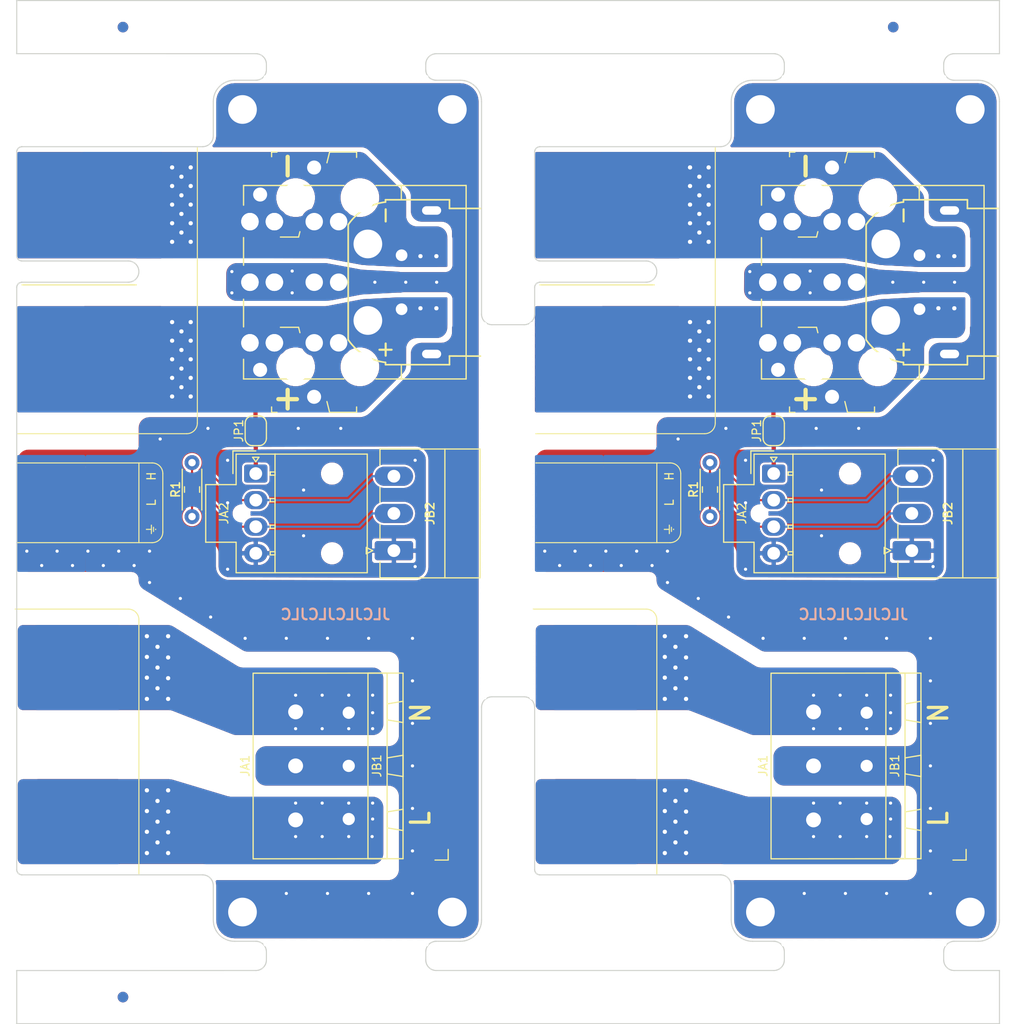
<source format=kicad_pcb>
(kicad_pcb (version 20171130) (host pcbnew 5.1.5+dfsg1-2build2)
  (layers (0 F.Cu signal) (31 B.Cu signal) (34 B.Paste user) (35 F.Paste user) (36 B.SilkS user) (37 F.SilkS user) (38 B.Mask user) (39 F.Mask user) (44 Edge.Cuts user))
  (net 0 "")
  (net 1 Board_1-/CAN+)
  (net 2 Board_1-/CAN-)
  (net 3 Board_1-/VBUS+)
  (net 4 Board_1-/VBUS-)
  (net 5 Board_1-/VCCD)
  (net 6 Board_1-Earth)
  (net 7 Board_1-GNDD)
  (net 8 Board_1-LINE)
  (net 9 Board_1-NEUT)
  (net 10 Board_2-/CAN+)
  (net 11 Board_2-/CAN-)
  (net 12 Board_2-/VBUS+)
  (net 13 Board_2-/VBUS-)
  (net 14 Board_2-/VCCD)
  (net 15 Board_2-Earth)
  (net 16 Board_2-GNDD)
  (net 17 Board_2-LINE)
  (net 18 Board_2-NEUT)
  (module NPTH (layer F.Cu) (at 73.500001 49.749)
    (fp_text reference REF** hide)
    (fp_text value NPTH hide)
    (pad "" np_thru_hole circle (at 0 0) (size 0.5 0.5) (drill 0.5) (layers *.Cu))
  )
  (module NPTH (layer F.Cu) (at 74.500001 49.749)
    (fp_text reference REF** hide)
    (fp_text value NPTH hide)
    (pad "" np_thru_hole circle (at 0 0) (size 0.5 0.5) (drill 0.5) (layers *.Cu))
  )
  (module NPTH (layer F.Cu) (at 75.500001 49.749)
    (fp_text reference REF** hide)
    (fp_text value NPTH hide)
    (pad "" np_thru_hole circle (at 0 0) (size 0.5 0.5) (drill 0.5) (layers *.Cu))
  )
  (module NPTH (layer F.Cu) (at 76.500001 49.749)
    (fp_text reference REF** hide)
    (fp_text value NPTH hide)
    (pad "" np_thru_hole circle (at 0 0) (size 0.5 0.5) (drill 0.5) (layers *.Cu))
  )
  (module NPTH (layer F.Cu) (at 77.500001 49.749)
    (fp_text reference REF** hide)
    (fp_text value NPTH hide)
    (pad "" np_thru_hole circle (at 0 0) (size 0.5 0.5) (drill 0.5) (layers *.Cu))
  )
  (module NPTH (layer F.Cu) (at 78.500001 49.749)
    (fp_text reference REF** hide)
    (fp_text value NPTH hide)
    (pad "" np_thru_hole circle (at 0 0) (size 0.5 0.5) (drill 0.5) (layers *.Cu))
  )
  (module NPTH (layer F.Cu) (at 79.500001 49.749)
    (fp_text reference REF** hide)
    (fp_text value NPTH hide)
    (pad "" np_thru_hole circle (at 0 0) (size 0.5 0.5) (drill 0.5) (layers *.Cu))
  )
  (module NPTH (layer F.Cu) (at 80.500001 49.749)
    (fp_text reference REF** hide)
    (fp_text value NPTH hide)
    (pad "" np_thru_hole circle (at 0 0) (size 0.5 0.5) (drill 0.5) (layers *.Cu))
  )
  (module NPTH (layer F.Cu) (at 81.500001 49.749)
    (fp_text reference REF** hide)
    (fp_text value NPTH hide)
    (pad "" np_thru_hole circle (at 0 0) (size 0.5 0.5) (drill 0.5) (layers *.Cu))
  )
  (module NPTH (layer F.Cu) (at 82.500001 49.749)
    (fp_text reference REF** hide)
    (fp_text value NPTH hide)
    (pad "" np_thru_hole circle (at 0 0) (size 0.5 0.5) (drill 0.5) (layers *.Cu))
  )
  (module NPTH (layer F.Cu) (at 83.500001 49.749)
    (fp_text reference REF** hide)
    (fp_text value NPTH hide)
    (pad "" np_thru_hole circle (at 0 0) (size 0.5 0.5) (drill 0.5) (layers *.Cu))
  )
  (module NPTH (layer F.Cu) (at 84.500001 49.749)
    (fp_text reference REF** hide)
    (fp_text value NPTH hide)
    (pad "" np_thru_hole circle (at 0 0) (size 0.5 0.5) (drill 0.5) (layers *.Cu))
  )
  (module NPTH (layer F.Cu) (at 85.500001 49.749)
    (fp_text reference REF** hide)
    (fp_text value NPTH hide)
    (pad "" np_thru_hole circle (at 0 0) (size 0.5 0.5) (drill 0.5) (layers *.Cu))
  )
  (module NPTH (layer F.Cu) (at 86.500001 49.749)
    (fp_text reference REF** hide)
    (fp_text value NPTH hide)
    (pad "" np_thru_hole circle (at 0 0) (size 0.5 0.5) (drill 0.5) (layers *.Cu))
  )
  (module NPTH (layer F.Cu) (at 87.500001 49.749)
    (fp_text reference REF** hide)
    (fp_text value NPTH hide)
    (pad "" np_thru_hole circle (at 0 0) (size 0.5 0.5) (drill 0.5) (layers *.Cu))
  )
  (module NPTH (layer F.Cu) (at 88.500001 49.749)
    (fp_text reference REF** hide)
    (fp_text value NPTH hide)
    (pad "" np_thru_hole circle (at 0 0) (size 0.5 0.5) (drill 0.5) (layers *.Cu))
  )
  (module NPTH (layer F.Cu) (at 88.500001 131.251)
    (fp_text reference REF** hide)
    (fp_text value NPTH hide)
    (pad "" np_thru_hole circle (at 0 0) (size 0.5 0.5) (drill 0.5) (layers *.Cu))
  )
  (module NPTH (layer F.Cu) (at 87.500001 131.251)
    (fp_text reference REF** hide)
    (fp_text value NPTH hide)
    (pad "" np_thru_hole circle (at 0 0) (size 0.5 0.5) (drill 0.5) (layers *.Cu))
  )
  (module NPTH (layer F.Cu) (at 86.500001 131.251)
    (fp_text reference REF** hide)
    (fp_text value NPTH hide)
    (pad "" np_thru_hole circle (at 0 0) (size 0.5 0.5) (drill 0.5) (layers *.Cu))
  )
  (module NPTH (layer F.Cu) (at 85.500001 131.251)
    (fp_text reference REF** hide)
    (fp_text value NPTH hide)
    (pad "" np_thru_hole circle (at 0 0) (size 0.5 0.5) (drill 0.5) (layers *.Cu))
  )
  (module NPTH (layer F.Cu) (at 84.500001 131.251)
    (fp_text reference REF** hide)
    (fp_text value NPTH hide)
    (pad "" np_thru_hole circle (at 0 0) (size 0.5 0.5) (drill 0.5) (layers *.Cu))
  )
  (module NPTH (layer F.Cu) (at 83.500001 131.251)
    (fp_text reference REF** hide)
    (fp_text value NPTH hide)
    (pad "" np_thru_hole circle (at 0 0) (size 0.5 0.5) (drill 0.5) (layers *.Cu))
  )
  (module NPTH (layer F.Cu) (at 82.500001 131.251)
    (fp_text reference REF** hide)
    (fp_text value NPTH hide)
    (pad "" np_thru_hole circle (at 0 0) (size 0.5 0.5) (drill 0.5) (layers *.Cu))
  )
  (module NPTH (layer F.Cu) (at 81.500001 131.251)
    (fp_text reference REF** hide)
    (fp_text value NPTH hide)
    (pad "" np_thru_hole circle (at 0 0) (size 0.5 0.5) (drill 0.5) (layers *.Cu))
  )
  (module NPTH (layer F.Cu) (at 80.500001 131.251)
    (fp_text reference REF** hide)
    (fp_text value NPTH hide)
    (pad "" np_thru_hole circle (at 0 0) (size 0.5 0.5) (drill 0.5) (layers *.Cu))
  )
  (module NPTH (layer F.Cu) (at 79.500001 131.251)
    (fp_text reference REF** hide)
    (fp_text value NPTH hide)
    (pad "" np_thru_hole circle (at 0 0) (size 0.5 0.5) (drill 0.5) (layers *.Cu))
  )
  (module NPTH (layer F.Cu) (at 78.500001 131.251)
    (fp_text reference REF** hide)
    (fp_text value NPTH hide)
    (pad "" np_thru_hole circle (at 0 0) (size 0.5 0.5) (drill 0.5) (layers *.Cu))
  )
  (module NPTH (layer F.Cu) (at 77.500001 131.251)
    (fp_text reference REF** hide)
    (fp_text value NPTH hide)
    (pad "" np_thru_hole circle (at 0 0) (size 0.5 0.5) (drill 0.5) (layers *.Cu))
  )
  (module NPTH (layer F.Cu) (at 76.500001 131.251)
    (fp_text reference REF** hide)
    (fp_text value NPTH hide)
    (pad "" np_thru_hole circle (at 0 0) (size 0.5 0.5) (drill 0.5) (layers *.Cu))
  )
  (module NPTH (layer F.Cu) (at 75.500001 131.251)
    (fp_text reference REF** hide)
    (fp_text value NPTH hide)
    (pad "" np_thru_hole circle (at 0 0) (size 0.5 0.5) (drill 0.5) (layers *.Cu))
  )
  (module NPTH (layer F.Cu) (at 74.500001 131.251)
    (fp_text reference REF** hide)
    (fp_text value NPTH hide)
    (pad "" np_thru_hole circle (at 0 0) (size 0.5 0.5) (drill 0.5) (layers *.Cu))
  )
  (module NPTH (layer F.Cu) (at 73.500001 131.251)
    (fp_text reference REF** hide)
    (fp_text value NPTH hide)
    (pad "" np_thru_hole circle (at 0 0) (size 0.5 0.5) (drill 0.5) (layers *.Cu))
  )
  (module NPTH (layer F.Cu) (at 122.250009 49.749)
    (fp_text reference REF** hide)
    (fp_text value NPTH hide)
    (pad "" np_thru_hole circle (at 0 0) (size 0.5 0.5) (drill 0.5) (layers *.Cu))
  )
  (module NPTH (layer F.Cu) (at 123.250009 49.749)
    (fp_text reference REF** hide)
    (fp_text value NPTH hide)
    (pad "" np_thru_hole circle (at 0 0) (size 0.5 0.5) (drill 0.5) (layers *.Cu))
  )
  (module NPTH (layer F.Cu) (at 124.250009 49.749)
    (fp_text reference REF** hide)
    (fp_text value NPTH hide)
    (pad "" np_thru_hole circle (at 0 0) (size 0.5 0.5) (drill 0.5) (layers *.Cu))
  )
  (module NPTH (layer F.Cu) (at 125.250009 49.749)
    (fp_text reference REF** hide)
    (fp_text value NPTH hide)
    (pad "" np_thru_hole circle (at 0 0) (size 0.5 0.5) (drill 0.5) (layers *.Cu))
  )
  (module NPTH (layer F.Cu) (at 126.250009 49.749)
    (fp_text reference REF** hide)
    (fp_text value NPTH hide)
    (pad "" np_thru_hole circle (at 0 0) (size 0.5 0.5) (drill 0.5) (layers *.Cu))
  )
  (module NPTH (layer F.Cu) (at 127.250009 49.749)
    (fp_text reference REF** hide)
    (fp_text value NPTH hide)
    (pad "" np_thru_hole circle (at 0 0) (size 0.5 0.5) (drill 0.5) (layers *.Cu))
  )
  (module NPTH (layer F.Cu) (at 128.250009 49.749)
    (fp_text reference REF** hide)
    (fp_text value NPTH hide)
    (pad "" np_thru_hole circle (at 0 0) (size 0.5 0.5) (drill 0.5) (layers *.Cu))
  )
  (module NPTH (layer F.Cu) (at 129.250009 49.749)
    (fp_text reference REF** hide)
    (fp_text value NPTH hide)
    (pad "" np_thru_hole circle (at 0 0) (size 0.5 0.5) (drill 0.5) (layers *.Cu))
  )
  (module NPTH (layer F.Cu) (at 130.250009 49.749)
    (fp_text reference REF** hide)
    (fp_text value NPTH hide)
    (pad "" np_thru_hole circle (at 0 0) (size 0.5 0.5) (drill 0.5) (layers *.Cu))
  )
  (module NPTH (layer F.Cu) (at 131.250009 49.749)
    (fp_text reference REF** hide)
    (fp_text value NPTH hide)
    (pad "" np_thru_hole circle (at 0 0) (size 0.5 0.5) (drill 0.5) (layers *.Cu))
  )
  (module NPTH (layer F.Cu) (at 132.250009 49.749)
    (fp_text reference REF** hide)
    (fp_text value NPTH hide)
    (pad "" np_thru_hole circle (at 0 0) (size 0.5 0.5) (drill 0.5) (layers *.Cu))
  )
  (module NPTH (layer F.Cu) (at 133.250009 49.749)
    (fp_text reference REF** hide)
    (fp_text value NPTH hide)
    (pad "" np_thru_hole circle (at 0 0) (size 0.5 0.5) (drill 0.5) (layers *.Cu))
  )
  (module NPTH (layer F.Cu) (at 134.250009 49.749)
    (fp_text reference REF** hide)
    (fp_text value NPTH hide)
    (pad "" np_thru_hole circle (at 0 0) (size 0.5 0.5) (drill 0.5) (layers *.Cu))
  )
  (module NPTH (layer F.Cu) (at 135.250009 49.749)
    (fp_text reference REF** hide)
    (fp_text value NPTH hide)
    (pad "" np_thru_hole circle (at 0 0) (size 0.5 0.5) (drill 0.5) (layers *.Cu))
  )
  (module NPTH (layer F.Cu) (at 136.250009 49.749)
    (fp_text reference REF** hide)
    (fp_text value NPTH hide)
    (pad "" np_thru_hole circle (at 0 0) (size 0.5 0.5) (drill 0.5) (layers *.Cu))
  )
  (module NPTH (layer F.Cu) (at 137.250009 49.749)
    (fp_text reference REF** hide)
    (fp_text value NPTH hide)
    (pad "" np_thru_hole circle (at 0 0) (size 0.5 0.5) (drill 0.5) (layers *.Cu))
  )
  (module NPTH (layer F.Cu) (at 137.250009 131.251)
    (fp_text reference REF** hide)
    (fp_text value NPTH hide)
    (pad "" np_thru_hole circle (at 0 0) (size 0.5 0.5) (drill 0.5) (layers *.Cu))
  )
  (module NPTH (layer F.Cu) (at 136.250009 131.251)
    (fp_text reference REF** hide)
    (fp_text value NPTH hide)
    (pad "" np_thru_hole circle (at 0 0) (size 0.5 0.5) (drill 0.5) (layers *.Cu))
  )
  (module NPTH (layer F.Cu) (at 135.250009 131.251)
    (fp_text reference REF** hide)
    (fp_text value NPTH hide)
    (pad "" np_thru_hole circle (at 0 0) (size 0.5 0.5) (drill 0.5) (layers *.Cu))
  )
  (module NPTH (layer F.Cu) (at 134.250009 131.251)
    (fp_text reference REF** hide)
    (fp_text value NPTH hide)
    (pad "" np_thru_hole circle (at 0 0) (size 0.5 0.5) (drill 0.5) (layers *.Cu))
  )
  (module NPTH (layer F.Cu) (at 133.250009 131.251)
    (fp_text reference REF** hide)
    (fp_text value NPTH hide)
    (pad "" np_thru_hole circle (at 0 0) (size 0.5 0.5) (drill 0.5) (layers *.Cu))
  )
  (module NPTH (layer F.Cu) (at 132.250009 131.251)
    (fp_text reference REF** hide)
    (fp_text value NPTH hide)
    (pad "" np_thru_hole circle (at 0 0) (size 0.5 0.5) (drill 0.5) (layers *.Cu))
  )
  (module NPTH (layer F.Cu) (at 131.250009 131.251)
    (fp_text reference REF** hide)
    (fp_text value NPTH hide)
    (pad "" np_thru_hole circle (at 0 0) (size 0.5 0.5) (drill 0.5) (layers *.Cu))
  )
  (module NPTH (layer F.Cu) (at 130.250009 131.251)
    (fp_text reference REF** hide)
    (fp_text value NPTH hide)
    (pad "" np_thru_hole circle (at 0 0) (size 0.5 0.5) (drill 0.5) (layers *.Cu))
  )
  (module NPTH (layer F.Cu) (at 129.250009 131.251)
    (fp_text reference REF** hide)
    (fp_text value NPTH hide)
    (pad "" np_thru_hole circle (at 0 0) (size 0.5 0.5) (drill 0.5) (layers *.Cu))
  )
  (module NPTH (layer F.Cu) (at 128.250009 131.251)
    (fp_text reference REF** hide)
    (fp_text value NPTH hide)
    (pad "" np_thru_hole circle (at 0 0) (size 0.5 0.5) (drill 0.5) (layers *.Cu))
  )
  (module NPTH (layer F.Cu) (at 127.250009 131.251)
    (fp_text reference REF** hide)
    (fp_text value NPTH hide)
    (pad "" np_thru_hole circle (at 0 0) (size 0.5 0.5) (drill 0.5) (layers *.Cu))
  )
  (module NPTH (layer F.Cu) (at 126.250009 131.251)
    (fp_text reference REF** hide)
    (fp_text value NPTH hide)
    (pad "" np_thru_hole circle (at 0 0) (size 0.5 0.5) (drill 0.5) (layers *.Cu))
  )
  (module NPTH (layer F.Cu) (at 125.250009 131.251)
    (fp_text reference REF** hide)
    (fp_text value NPTH hide)
    (pad "" np_thru_hole circle (at 0 0) (size 0.5 0.5) (drill 0.5) (layers *.Cu))
  )
  (module NPTH (layer F.Cu) (at 124.250009 131.251)
    (fp_text reference REF** hide)
    (fp_text value NPTH hide)
    (pad "" np_thru_hole circle (at 0 0) (size 0.5 0.5) (drill 0.5) (layers *.Cu))
  )
  (module NPTH (layer F.Cu) (at 123.250009 131.251)
    (fp_text reference REF** hide)
    (fp_text value NPTH hide)
    (pad "" np_thru_hole circle (at 0 0) (size 0.5 0.5) (drill 0.5) (layers *.Cu))
  )
  (module NPTH (layer F.Cu) (at 122.250009 131.251)
    (fp_text reference REF** hide)
    (fp_text value NPTH hide)
    (pad "" np_thru_hole circle (at 0 0) (size 0.5 0.5) (drill 0.5) (layers *.Cu))
  )
  (module NPTH (layer F.Cu) (at 98.499002 108.000004)
    (fp_text reference REF** hide)
    (fp_text value NPTH hide)
    (pad "" np_thru_hole circle (at 0 0) (size 0.5 0.5) (drill 0.5) (layers *.Cu))
  )
  (module NPTH (layer F.Cu) (at 98.499002 107.000004)
    (fp_text reference REF** hide)
    (fp_text value NPTH hide)
    (pad "" np_thru_hole circle (at 0 0) (size 0.5 0.5) (drill 0.5) (layers *.Cu))
  )
  (module NPTH (layer F.Cu) (at 98.499002 106.000004)
    (fp_text reference REF** hide)
    (fp_text value NPTH hide)
    (pad "" np_thru_hole circle (at 0 0) (size 0.5 0.5) (drill 0.5) (layers *.Cu))
  )
  (module NPTH (layer F.Cu) (at 98.499003 105.000004)
    (fp_text reference REF** hide)
    (fp_text value NPTH hide)
    (pad "" np_thru_hole circle (at 0 0) (size 0.5 0.5) (drill 0.5) (layers *.Cu))
  )
  (module NPTH (layer F.Cu) (at 98.499003 104.000004)
    (fp_text reference REF** hide)
    (fp_text value NPTH hide)
    (pad "" np_thru_hole circle (at 0 0) (size 0.5 0.5) (drill 0.5) (layers *.Cu))
  )
  (module NPTH (layer F.Cu) (at 98.499003 103.000004)
    (fp_text reference REF** hide)
    (fp_text value NPTH hide)
    (pad "" np_thru_hole circle (at 0 0) (size 0.5 0.5) (drill 0.5) (layers *.Cu))
  )
  (module NPTH (layer F.Cu) (at 98.499003 102.000004)
    (fp_text reference REF** hide)
    (fp_text value NPTH hide)
    (pad "" np_thru_hole circle (at 0 0) (size 0.5 0.5) (drill 0.5) (layers *.Cu))
  )
  (module NPTH (layer F.Cu) (at 98.499003 101.000004)
    (fp_text reference REF** hide)
    (fp_text value NPTH hide)
    (pad "" np_thru_hole circle (at 0 0) (size 0.5 0.5) (drill 0.5) (layers *.Cu))
  )
  (module NPTH (layer F.Cu) (at 98.499003 100.000004)
    (fp_text reference REF** hide)
    (fp_text value NPTH hide)
    (pad "" np_thru_hole circle (at 0 0) (size 0.5 0.5) (drill 0.5) (layers *.Cu))
  )
  (module NPTH (layer F.Cu) (at 98.499004 99.000004)
    (fp_text reference REF** hide)
    (fp_text value NPTH hide)
    (pad "" np_thru_hole circle (at 0 0) (size 0.5 0.5) (drill 0.5) (layers *.Cu))
  )
  (module NPTH (layer F.Cu) (at 98.499004 98.000004)
    (fp_text reference REF** hide)
    (fp_text value NPTH hide)
    (pad "" np_thru_hole circle (at 0 0) (size 0.5 0.5) (drill 0.5) (layers *.Cu))
  )
  (module NPTH (layer F.Cu) (at 98.499004 97.000004)
    (fp_text reference REF** hide)
    (fp_text value NPTH hide)
    (pad "" np_thru_hole circle (at 0 0) (size 0.5 0.5) (drill 0.5) (layers *.Cu))
  )
  (module NPTH (layer F.Cu) (at 98.499004 96.000004)
    (fp_text reference REF** hide)
    (fp_text value NPTH hide)
    (pad "" np_thru_hole circle (at 0 0) (size 0.5 0.5) (drill 0.5) (layers *.Cu))
  )
  (module NPTH (layer F.Cu) (at 98.499004 95.000004)
    (fp_text reference REF** hide)
    (fp_text value NPTH hide)
    (pad "" np_thru_hole circle (at 0 0) (size 0.5 0.5) (drill 0.5) (layers *.Cu))
  )
  (module NPTH (layer F.Cu) (at 98.499004 94.000004)
    (fp_text reference REF** hide)
    (fp_text value NPTH hide)
    (pad "" np_thru_hole circle (at 0 0) (size 0.5 0.5) (drill 0.5) (layers *.Cu))
  )
  (module NPTH (layer F.Cu) (at 98.499005 93.000004)
    (fp_text reference REF** hide)
    (fp_text value NPTH hide)
    (pad "" np_thru_hole circle (at 0 0) (size 0.5 0.5) (drill 0.5) (layers *.Cu))
  )
  (module NPTH (layer F.Cu) (at 98.499005 92.000004)
    (fp_text reference REF** hide)
    (fp_text value NPTH hide)
    (pad "" np_thru_hole circle (at 0 0) (size 0.5 0.5) (drill 0.5) (layers *.Cu))
  )
  (module NPTH (layer F.Cu) (at 98.499005 91.000004)
    (fp_text reference REF** hide)
    (fp_text value NPTH hide)
    (pad "" np_thru_hole circle (at 0 0) (size 0.5 0.5) (drill 0.5) (layers *.Cu))
  )
  (module NPTH (layer F.Cu) (at 98.499005 90.000004)
    (fp_text reference REF** hide)
    (fp_text value NPTH hide)
    (pad "" np_thru_hole circle (at 0 0) (size 0.5 0.5) (drill 0.5) (layers *.Cu))
  )
  (module NPTH (layer F.Cu) (at 98.499005 89.000004)
    (fp_text reference REF** hide)
    (fp_text value NPTH hide)
    (pad "" np_thru_hole circle (at 0 0) (size 0.5 0.5) (drill 0.5) (layers *.Cu))
  )
  (module NPTH (layer F.Cu) (at 98.499005 88.000004)
    (fp_text reference REF** hide)
    (fp_text value NPTH hide)
    (pad "" np_thru_hole circle (at 0 0) (size 0.5 0.5) (drill 0.5) (layers *.Cu))
  )
  (module NPTH (layer F.Cu) (at 98.499006 87.000004)
    (fp_text reference REF** hide)
    (fp_text value NPTH hide)
    (pad "" np_thru_hole circle (at 0 0) (size 0.5 0.5) (drill 0.5) (layers *.Cu))
  )
  (module NPTH (layer F.Cu) (at 98.499006 86.000004)
    (fp_text reference REF** hide)
    (fp_text value NPTH hide)
    (pad "" np_thru_hole circle (at 0 0) (size 0.5 0.5) (drill 0.5) (layers *.Cu))
  )
  (module NPTH (layer F.Cu) (at 98.499006 85.000004)
    (fp_text reference REF** hide)
    (fp_text value NPTH hide)
    (pad "" np_thru_hole circle (at 0 0) (size 0.5 0.5) (drill 0.5) (layers *.Cu))
  )
  (module NPTH (layer F.Cu) (at 98.499006 84.000004)
    (fp_text reference REF** hide)
    (fp_text value NPTH hide)
    (pad "" np_thru_hole circle (at 0 0) (size 0.5 0.5) (drill 0.5) (layers *.Cu))
  )
  (module NPTH (layer F.Cu) (at 98.499006 83.000004)
    (fp_text reference REF** hide)
    (fp_text value NPTH hide)
    (pad "" np_thru_hole circle (at 0 0) (size 0.5 0.5) (drill 0.5) (layers *.Cu))
  )
  (module NPTH (layer F.Cu) (at 98.499006 82.000004)
    (fp_text reference REF** hide)
    (fp_text value NPTH hide)
    (pad "" np_thru_hole circle (at 0 0) (size 0.5 0.5) (drill 0.5) (layers *.Cu))
  )
  (module NPTH (layer F.Cu) (at 98.499007 81.000004)
    (fp_text reference REF** hide)
    (fp_text value NPTH hide)
    (pad "" np_thru_hole circle (at 0 0) (size 0.5 0.5) (drill 0.5) (layers *.Cu))
  )
  (module NPTH (layer F.Cu) (at 98.499007 80.000004)
    (fp_text reference REF** hide)
    (fp_text value NPTH hide)
    (pad "" np_thru_hole circle (at 0 0) (size 0.5 0.5) (drill 0.5) (layers *.Cu))
  )
  (module NPTH (layer F.Cu) (at 98.499007 79.000004)
    (fp_text reference REF** hide)
    (fp_text value NPTH hide)
    (pad "" np_thru_hole circle (at 0 0) (size 0.5 0.5) (drill 0.5) (layers *.Cu))
  )
  (module NPTH (layer F.Cu) (at 98.499007 78.000004)
    (fp_text reference REF** hide)
    (fp_text value NPTH hide)
    (pad "" np_thru_hole circle (at 0 0) (size 0.5 0.5) (drill 0.5) (layers *.Cu))
  )
  (module NPTH (layer F.Cu) (at 98.499007 77.000004)
    (fp_text reference REF** hide)
    (fp_text value NPTH hide)
    (pad "" np_thru_hole circle (at 0 0) (size 0.5 0.5) (drill 0.5) (layers *.Cu))
  )
  (module NPTH (layer F.Cu) (at 98.499007 76.000004)
    (fp_text reference REF** hide)
    (fp_text value NPTH hide)
    (pad "" np_thru_hole circle (at 0 0) (size 0.5 0.5) (drill 0.5) (layers *.Cu))
  )
  (module NPTH (layer F.Cu) (at 98.499008 75.000004)
    (fp_text reference REF** hide)
    (fp_text value NPTH hide)
    (pad "" np_thru_hole circle (at 0 0) (size 0.5 0.5) (drill 0.5) (layers *.Cu))
  )
  (module NPTH (layer F.Cu) (at 98.499008 74.000004)
    (fp_text reference REF** hide)
    (fp_text value NPTH hide)
    (pad "" np_thru_hole circle (at 0 0) (size 0.5 0.5) (drill 0.5) (layers *.Cu))
  )
  (module NPTH (layer F.Cu) (at 98.499008 73.000004)
    (fp_text reference REF** hide)
    (fp_text value NPTH hide)
    (pad "" np_thru_hole circle (at 0 0) (size 0.5 0.5) (drill 0.5) (layers *.Cu))
  )
  (module NPTH (layer F.Cu) (at 94.001 73.000004)
    (fp_text reference REF** hide)
    (fp_text value NPTH hide)
    (pad "" np_thru_hole circle (at 0 0) (size 0.5 0.5) (drill 0.5) (layers *.Cu))
  )
  (module NPTH (layer F.Cu) (at 94.001 74.000004)
    (fp_text reference REF** hide)
    (fp_text value NPTH hide)
    (pad "" np_thru_hole circle (at 0 0) (size 0.5 0.5) (drill 0.5) (layers *.Cu))
  )
  (module NPTH (layer F.Cu) (at 94.001 75.000004)
    (fp_text reference REF** hide)
    (fp_text value NPTH hide)
    (pad "" np_thru_hole circle (at 0 0) (size 0.5 0.5) (drill 0.5) (layers *.Cu))
  )
  (module NPTH (layer F.Cu) (at 94.001 76.000004)
    (fp_text reference REF** hide)
    (fp_text value NPTH hide)
    (pad "" np_thru_hole circle (at 0 0) (size 0.5 0.5) (drill 0.5) (layers *.Cu))
  )
  (module NPTH (layer F.Cu) (at 94.001 77.000004)
    (fp_text reference REF** hide)
    (fp_text value NPTH hide)
    (pad "" np_thru_hole circle (at 0 0) (size 0.5 0.5) (drill 0.5) (layers *.Cu))
  )
  (module NPTH (layer F.Cu) (at 94.001 78.000004)
    (fp_text reference REF** hide)
    (fp_text value NPTH hide)
    (pad "" np_thru_hole circle (at 0 0) (size 0.5 0.5) (drill 0.5) (layers *.Cu))
  )
  (module NPTH (layer F.Cu) (at 94.001 79.000004)
    (fp_text reference REF** hide)
    (fp_text value NPTH hide)
    (pad "" np_thru_hole circle (at 0 0) (size 0.5 0.5) (drill 0.5) (layers *.Cu))
  )
  (module NPTH (layer F.Cu) (at 94.001 80.000004)
    (fp_text reference REF** hide)
    (fp_text value NPTH hide)
    (pad "" np_thru_hole circle (at 0 0) (size 0.5 0.5) (drill 0.5) (layers *.Cu))
  )
  (module NPTH (layer F.Cu) (at 94.001 81.000004)
    (fp_text reference REF** hide)
    (fp_text value NPTH hide)
    (pad "" np_thru_hole circle (at 0 0) (size 0.5 0.5) (drill 0.5) (layers *.Cu))
  )
  (module NPTH (layer F.Cu) (at 94.001 82.000004)
    (fp_text reference REF** hide)
    (fp_text value NPTH hide)
    (pad "" np_thru_hole circle (at 0 0) (size 0.5 0.5) (drill 0.5) (layers *.Cu))
  )
  (module NPTH (layer F.Cu) (at 94.001 83.000004)
    (fp_text reference REF** hide)
    (fp_text value NPTH hide)
    (pad "" np_thru_hole circle (at 0 0) (size 0.5 0.5) (drill 0.5) (layers *.Cu))
  )
  (module NPTH (layer F.Cu) (at 94.001 84.000004)
    (fp_text reference REF** hide)
    (fp_text value NPTH hide)
    (pad "" np_thru_hole circle (at 0 0) (size 0.5 0.5) (drill 0.5) (layers *.Cu))
  )
  (module NPTH (layer F.Cu) (at 94.001 85.000004)
    (fp_text reference REF** hide)
    (fp_text value NPTH hide)
    (pad "" np_thru_hole circle (at 0 0) (size 0.5 0.5) (drill 0.5) (layers *.Cu))
  )
  (module NPTH (layer F.Cu) (at 94.001 86.000004)
    (fp_text reference REF** hide)
    (fp_text value NPTH hide)
    (pad "" np_thru_hole circle (at 0 0) (size 0.5 0.5) (drill 0.5) (layers *.Cu))
  )
  (module NPTH (layer F.Cu) (at 94.001 87.000004)
    (fp_text reference REF** hide)
    (fp_text value NPTH hide)
    (pad "" np_thru_hole circle (at 0 0) (size 0.5 0.5) (drill 0.5) (layers *.Cu))
  )
  (module NPTH (layer F.Cu) (at 94.001 88.000004)
    (fp_text reference REF** hide)
    (fp_text value NPTH hide)
    (pad "" np_thru_hole circle (at 0 0) (size 0.5 0.5) (drill 0.5) (layers *.Cu))
  )
  (module NPTH (layer F.Cu) (at 94.001 89.000004)
    (fp_text reference REF** hide)
    (fp_text value NPTH hide)
    (pad "" np_thru_hole circle (at 0 0) (size 0.5 0.5) (drill 0.5) (layers *.Cu))
  )
  (module NPTH (layer F.Cu) (at 94.001 90.000004)
    (fp_text reference REF** hide)
    (fp_text value NPTH hide)
    (pad "" np_thru_hole circle (at 0 0) (size 0.5 0.5) (drill 0.5) (layers *.Cu))
  )
  (module NPTH (layer F.Cu) (at 94.001 91.000004)
    (fp_text reference REF** hide)
    (fp_text value NPTH hide)
    (pad "" np_thru_hole circle (at 0 0) (size 0.5 0.5) (drill 0.5) (layers *.Cu))
  )
  (module NPTH (layer F.Cu) (at 94.001 92.000004)
    (fp_text reference REF** hide)
    (fp_text value NPTH hide)
    (pad "" np_thru_hole circle (at 0 0) (size 0.5 0.5) (drill 0.5) (layers *.Cu))
  )
  (module NPTH (layer F.Cu) (at 94.001 93.000004)
    (fp_text reference REF** hide)
    (fp_text value NPTH hide)
    (pad "" np_thru_hole circle (at 0 0) (size 0.5 0.5) (drill 0.5) (layers *.Cu))
  )
  (module NPTH (layer F.Cu) (at 94.001 94.000004)
    (fp_text reference REF** hide)
    (fp_text value NPTH hide)
    (pad "" np_thru_hole circle (at 0 0) (size 0.5 0.5) (drill 0.5) (layers *.Cu))
  )
  (module NPTH (layer F.Cu) (at 94.001 95.000004)
    (fp_text reference REF** hide)
    (fp_text value NPTH hide)
    (pad "" np_thru_hole circle (at 0 0) (size 0.5 0.5) (drill 0.5) (layers *.Cu))
  )
  (module NPTH (layer F.Cu) (at 94.001 96.000004)
    (fp_text reference REF** hide)
    (fp_text value NPTH hide)
    (pad "" np_thru_hole circle (at 0 0) (size 0.5 0.5) (drill 0.5) (layers *.Cu))
  )
  (module NPTH (layer F.Cu) (at 94.001 97.000004)
    (fp_text reference REF** hide)
    (fp_text value NPTH hide)
    (pad "" np_thru_hole circle (at 0 0) (size 0.5 0.5) (drill 0.5) (layers *.Cu))
  )
  (module NPTH (layer F.Cu) (at 94.001 98.000004)
    (fp_text reference REF** hide)
    (fp_text value NPTH hide)
    (pad "" np_thru_hole circle (at 0 0) (size 0.5 0.5) (drill 0.5) (layers *.Cu))
  )
  (module NPTH (layer F.Cu) (at 94.001 99.000004)
    (fp_text reference REF** hide)
    (fp_text value NPTH hide)
    (pad "" np_thru_hole circle (at 0 0) (size 0.5 0.5) (drill 0.5) (layers *.Cu))
  )
  (module NPTH (layer F.Cu) (at 94.001 100.000004)
    (fp_text reference REF** hide)
    (fp_text value NPTH hide)
    (pad "" np_thru_hole circle (at 0 0) (size 0.5 0.5) (drill 0.5) (layers *.Cu))
  )
  (module NPTH (layer F.Cu) (at 94.001 101.000004)
    (fp_text reference REF** hide)
    (fp_text value NPTH hide)
    (pad "" np_thru_hole circle (at 0 0) (size 0.5 0.5) (drill 0.5) (layers *.Cu))
  )
  (module NPTH (layer F.Cu) (at 94.001 102.000004)
    (fp_text reference REF** hide)
    (fp_text value NPTH hide)
    (pad "" np_thru_hole circle (at 0 0) (size 0.5 0.5) (drill 0.5) (layers *.Cu))
  )
  (module NPTH (layer F.Cu) (at 94.001 103.000004)
    (fp_text reference REF** hide)
    (fp_text value NPTH hide)
    (pad "" np_thru_hole circle (at 0 0) (size 0.5 0.5) (drill 0.5) (layers *.Cu))
  )
  (module NPTH (layer F.Cu) (at 94.001 104.000004)
    (fp_text reference REF** hide)
    (fp_text value NPTH hide)
    (pad "" np_thru_hole circle (at 0 0) (size 0.5 0.5) (drill 0.5) (layers *.Cu))
  )
  (module NPTH (layer F.Cu) (at 94.001 105.000004)
    (fp_text reference REF** hide)
    (fp_text value NPTH hide)
    (pad "" np_thru_hole circle (at 0 0) (size 0.5 0.5) (drill 0.5) (layers *.Cu))
  )
  (module NPTH (layer F.Cu) (at 94.001 106.000004)
    (fp_text reference REF** hide)
    (fp_text value NPTH hide)
    (pad "" np_thru_hole circle (at 0 0) (size 0.5 0.5) (drill 0.5) (layers *.Cu))
  )
  (module NPTH (layer F.Cu) (at 94.001 107.000004)
    (fp_text reference REF** hide)
    (fp_text value NPTH hide)
    (pad "" np_thru_hole circle (at 0 0) (size 0.5 0.5) (drill 0.5) (layers *.Cu))
  )
  (module NPTH (layer F.Cu) (at 94.001 108.000004)
    (fp_text reference REF** hide)
    (fp_text value NPTH hide)
    (pad "" np_thru_hole circle (at 0 0) (size 0.5 0.5) (drill 0.5) (layers *.Cu))
  )
  (module NPTH (layer F.Cu) (at 54.999 136.250001)
    (fp_text reference REF** hide)
    (fp_text value NPTH hide)
    (pad "" np_thru_hole circle (at 0 0) (size 1.5 1.5) (drill 1.5) (layers *.Cu))
  )
  (module NPTH (layer F.Cu) (at 137.501009 45.000001)
    (fp_text reference REF** hide)
    (fp_text value NPTH hide)
    (pad "" np_thru_hole circle (at 0 0) (size 1.5 1.5) (drill 1.5) (layers *.Cu))
  )
  (module NPTH (layer F.Cu) (at 54.999 45.000001)
    (fp_text reference REF** hide)
    (fp_text value NPTH hide)
    (pad "" np_thru_hole circle (at 0 0) (size 1.5 1.5) (drill 1.5) (layers *.Cu))
  )
  (module Fiducial (layer B.Cu) (at 59.999 136.250001)
    (fp_text reference REF** hide)
    (fp_text value Fiducial hide)
    (pad "" smd circle (at 0 0) (size 1 1) (layers B.Cu B.Mask) (clearance 0.5))
  )
  (module Fiducial (layer F.Cu) (at 59.999 136.250001)
    (fp_text reference REF** hide)
    (fp_text value Fiducial hide)
    (pad "" smd circle (at 0 0) (size 1 1) (layers F.Cu F.Mask) (clearance 0.5))
  )
  (module Fiducial (layer B.Cu) (at 132.501009 45.000001)
    (fp_text reference REF** hide)
    (fp_text value Fiducial hide)
    (pad "" smd circle (at 0 0) (size 1 1) (layers B.Cu B.Mask) (clearance 0.5))
  )
  (module Fiducial (layer F.Cu) (at 132.501009 45.000001)
    (fp_text reference REF** hide)
    (fp_text value Fiducial hide)
    (pad "" smd circle (at 0 0) (size 1 1) (layers F.Cu F.Mask) (clearance 0.5))
  )
  (module Fiducial (layer B.Cu) (at 59.999 45.000001)
    (fp_text reference REF** hide)
    (fp_text value Fiducial hide)
    (pad "" smd circle (at 0 0) (size 1 1) (layers B.Cu B.Mask) (clearance 0.5))
  )
  (module Fiducial (layer F.Cu) (at 59.999 45.000001)
    (fp_text reference REF** hide)
    (fp_text value Fiducial hide)
    (pad "" smd circle (at 0 0) (size 1 1) (layers F.Cu F.Mask) (clearance 0.5))
  )
  (module Resistor_SMD:R_0805_2012Metric_Pad1.15x1.40mm_HandSolder (layer F.Cu) (at 115.250009 88.500001 90)
    (fp_text reference R1 (at 0 -1.55 90) (layer F.SilkS) (effects (font (size 0.8 0.8))))
    (fp_text value 120R)
    (pad 1 smd roundrect (at -1.025 0 90) (size 1.15 1.4) (layers F.Cu F.Paste F.Mask) (roundrect_rratio 0.217391) (net 11 Board_2-/CAN-))
    (pad 2 smd roundrect (at 1.025 0 90) (size 1.15 1.4) (layers F.Cu F.Paste F.Mask) (roundrect_rratio 0.217391) (net 10 Board_2-/CAN+))
  )
  (module Connector_Phoenix_MC:PhoenixContact_MC_1,5_3-G-3.5_1x03_P3.50mm_Horizontal (layer F.Cu) (at 134.250009 94.250001 90)
    (fp_text reference JB2 (at 3.5 3.4 270) (layer F.SilkS) (effects (font (size 0.8 0.8))))
    (fp_text value CANBUS)
    (pad 1 thru_hole roundrect (at 0 0 90) (size 1.8 3.6) (drill 1.2) (layers *.Cu *.Mask) (roundrect_rratio 0.138889) (net 16 Board_2-GNDD))
    (pad 2 thru_hole oval (at 3.5 0 90) (size 1.8 3.6) (drill 1.2) (layers *.Cu *.Mask) (net 11 Board_2-/CAN-))
    (pad 3 thru_hole oval (at 7 0 90) (size 1.8 3.6) (drill 1.2) (layers *.Cu *.Mask) (net 10 Board_2-/CAN+))
  )
  (module Jumper:SolderJumper-2_P1.3mm_Open_RoundedPad1.0x1.5mm (layer F.Cu) (at 121.250009 82.975001 270)
    (fp_text reference JP1 (at 0 1.6 90) (layer F.SilkS) (effects (font (size 0.8 0.8) (thickness 0.12))))
    (fp_text value CTRL_VBUS+)
    (pad 1 smd custom (at -0.65 0 270) (size 1 0.5) (layers F.Cu F.Mask) (net 12 Board_2-/VBUS+) (options (clearance outline) (anchor rect)) (primitives (gr_circle (center 0 0.25) (end 0.5 0.25) (width 0)) (gr_circle (center 0 -0.25) (end 0.5 -0.25) (width 0)) (gr_poly (pts (xy 0 -0.75) (xy 0.5 -0.75) (xy 0.5 0.75) (xy 0 0.75)) (width 0))))
    (pad 2 smd custom (at 0.65 0 270) (size 1 0.5) (layers F.Cu F.Mask) (net 14 Board_2-/VCCD) (options (clearance outline) (anchor rect)) (primitives (gr_circle (center 0 0.25) (end 0.5 0.25) (width 0)) (gr_circle (center 0 -0.25) (end 0.5 -0.25) (width 0)) (gr_poly (pts (xy 0 -0.75) (xy -0.5 -0.75) (xy -0.5 0.75) (xy 0 0.75)) (width 0))))
  )
  (module MountingHole:MountingHole_2.7mm_M2.5_ISO7380_Pad_TopBottom (layer F.Cu) (at 120.000009 128.250001)
    (fp_text reference H1 hide)
    (fp_text value M3)
    (pad 1 thru_hole circle (at 0 0) (size 3.1 3.1) (drill 2.7) (layers *.Cu *.Mask) (net 15 Board_2-Earth))
    (pad 1 connect circle (at 0 0) (size 4.5 4.5) (layers F.Cu F.Mask) (net 15 Board_2-Earth))
    (pad 1 connect circle (at 0 0) (size 4.5 4.5) (layers B.Cu B.Mask) (net 15 Board_2-Earth))
  )
  (module MountingHole:MountingHole_2.7mm_M2.5_ISO7380_Pad_TopBottom (layer F.Cu) (at 120.000009 52.750001)
    (fp_text reference H3 hide)
    (fp_text value M3)
    (pad 1 thru_hole circle (at 0 0) (size 3.1 3.1) (drill 2.7) (layers *.Cu *.Mask) (net 15 Board_2-Earth))
    (pad 1 connect circle (at 0 0) (size 4.5 4.5) (layers F.Cu F.Mask) (net 15 Board_2-Earth))
    (pad 1 connect circle (at 0 0) (size 4.5 4.5) (layers B.Cu B.Mask) (net 15 Board_2-Earth))
  )
  (module MountingHole:MountingHole_2.7mm_M2.5_ISO7380_Pad_TopBottom (layer F.Cu) (at 139.750009 52.750001)
    (fp_text reference H4 hide)
    (fp_text value M3)
    (pad 1 thru_hole circle (at 0 0) (size 3.1 3.1) (drill 2.7) (layers *.Cu *.Mask) (net 15 Board_2-Earth))
    (pad 1 connect circle (at 0 0) (size 4.5 4.5) (layers F.Cu F.Mask) (net 15 Board_2-Earth))
    (pad 1 connect circle (at 0 0) (size 4.5 4.5) (layers B.Cu B.Mask) (net 15 Board_2-Earth))
  )
  (module MountingHole:MountingHole_2.7mm_M2.5_ISO7380_Pad_TopBottom (layer F.Cu) (at 139.750009 128.250001)
    (fp_text reference H2 hide)
    (fp_text value M3)
    (pad 1 thru_hole circle (at 0 0) (size 3.1 3.1) (drill 2.7) (layers *.Cu *.Mask) (net 15 Board_2-Earth))
    (pad 1 connect circle (at 0 0) (size 4.5 4.5) (layers F.Cu F.Mask) (net 15 Board_2-Earth))
    (pad 1 connect circle (at 0 0) (size 4.5 4.5) (layers B.Cu B.Mask) (net 15 Board_2-Earth))
  )
  (module "1 My Footprints:TerminalBlock_WAGO_236-103_1x03_P5.00mm_PadsOnly" (layer F.Cu) (at 130.000009 119.500001 90)
    (fp_text reference JB1 (at 5 2.65 90) (layer F.SilkS) (effects (font (size 0.8 0.8) (thickness 0.12))))
    (fp_text value AC_IN)
    (pad 1 thru_hole rect (at 0 0 90) (size 1.5 3) (drill 1.15) (layers *.Cu *.Mask) (net 17 Board_2-LINE))
    (pad 2 thru_hole oval (at 5 0 90) (size 1.5 3) (drill 1.15) (layers *.Cu *.Mask) (net 15 Board_2-Earth))
    (pad 3 thru_hole oval (at 10 0 90) (size 1.5 3) (drill 1.15) (layers *.Cu *.Mask) (net 18 Board_2-NEUT))
  )
  (module "1 My Footprints:1605540000" (layer F.Cu) (at 125.000009 119.580001 90)
    (fp_text reference JA1 (at 5.08 -4.75 90) (layer F.SilkS) (effects (font (size 0.8 0.8) (thickness 0.12))))
    (fp_text value AC_IN)
    (pad 1 thru_hole roundrect (at 0 0 90) (size 2.08 3.6) (drill 1.4) (layers *.Cu *.Mask) (roundrect_rratio 0.120192) (net 17 Board_2-LINE))
    (pad 3 thru_hole oval (at 10.16 0 90) (size 2.08 3.6) (drill 1.4) (layers *.Cu *.Mask) (net 18 Board_2-NEUT))
    (pad 2 thru_hole oval (at 5.08 0 90) (size 2.08 3.6) (drill 1.4) (layers *.Cu *.Mask) (net 15 Board_2-Earth))
  )
  (module EltekFlatpack2:Amass_XT60PW-M_Kombifootprint (layer F.Cu) (at 131.800009 69.000001 270)
    (fp_text reference JC3 hide)
    (fp_text value "DC OUT" hide)
    (pad 2 thru_hole custom (at 3.6 0 270) (size 4 4) (drill 2.7) (layers *.Cu *.Mask) (net 12 Board_2-/VBUS+) (options (clearance outline) (anchor circle)) (primitives (gr_poly (pts (xy -1.949 0.127) (xy -2.10902 -3.1877) (xy -1.5045 -4.064) (xy -0.552 -4.064) (xy -0.19894 -3.75158) (xy 1.44698 -1.30556)) (width 0.1)) (gr_poly (pts (xy -2.11664 -3.175) (xy -2.11664 -7.4295) (xy -0.2345 -7.4295) (xy -0.2345 -3.175)) (width 0.1))))
    (pad 1 thru_hole custom (at -3.6 0 270) (size 4 4) (drill 2.7) (layers *.Cu *.Mask) (net 13 Board_2-/VBUS-) (options (clearance outline) (anchor circle)) (primitives (gr_poly (pts (xy -1.861 0) (xy 1.949 0) (xy 2.10394 -3.14706) (xy 1.695 -3.937) (xy 1.441 -4.064) (xy 0.1075 -3.6195) (xy -1.734 -0.889)) (width 0.1)) (gr_poly (pts (xy 0.21786 -3.175) (xy 0.21786 -7.4295) (xy 2.1 -7.4295) (xy 2.1 -3.175)) (width 0.1))))
    (pad 2 thru_hole circle (at 2.54 -3.175 270) (size 2.2 2.2) (drill 1.1) (layers *.Cu *.Mask) (net 12 Board_2-/VBUS+))
    (pad 1 thru_hole circle (at -2.54 -3.175 270) (size 2.2 2.2) (drill 1.1) (layers *.Cu *.Mask) (net 13 Board_2-/VBUS-))
    (pad MP thru_hole oval (at -6.75 -6 270) (size 1.6 2.8) (drill oval 0.8 1.8) (layers *.Cu *.Mask) (net 15 Board_2-Earth))
    (pad MP thru_hole oval (at 6.75 -6 270) (size 1.6 2.8) (drill oval 0.8 1.8) (layers *.Cu *.Mask) (net 15 Board_2-Earth))
  )
  (module "1 My Footprints:Molex_Nano-Fit_105309-xx04_1x04_P2.50mm_Combi_3D-V" (layer F.Cu) (at 121.250009 87.000001)
    (fp_text reference JA2 (at -3 3.75 90) (layer F.SilkS) (effects (font (size 0.8 0.8) (thickness 0.12))))
    (fp_text value CTRL)
    (pad 1 thru_hole roundrect (at 0 0) (size 2.2 1.7) (drill 1.2) (layers *.Cu *.Mask) (roundrect_rratio 0.147059) (net 14 Board_2-/VCCD))
    (pad 2 thru_hole oval (at 0 2.5) (size 2.2 1.7) (drill 1.2) (layers *.Cu *.Mask) (net 10 Board_2-/CAN+))
    (pad 3 thru_hole oval (at 0 5) (size 2.2 1.7) (drill 1.2) (layers *.Cu *.Mask) (net 11 Board_2-/CAN-))
    (pad 4 thru_hole oval (at 0 7.5) (size 2.2 1.7) (drill 1.2) (layers *.Cu *.Mask) (net 16 Board_2-GNDD))
    (pad "" np_thru_hole circle (at -1.34 3.75) (size 1.3 1.3) (drill 1.3) (layers *.Cu *.Mask))
    (pad "" np_thru_hole circle (at 7.18 0) (size 1.7 1.7) (drill 1.7) (layers *.Cu *.Mask))
    (pad "" np_thru_hole circle (at 7.18 7.5) (size 1.7 1.7) (drill 1.7) (layers *.Cu *.Mask))
  )
  (module EltekFlatpack2:CON_Edge_Flatpack2_AllContacts (layer F.Cu) (at 98.750009 56.250001)
    (fp_text reference PC1 hide)
    (fp_text value Flatpack2)
    (fp_text user H (at 12.675 31 90 unlocked) (layer F.SilkS) (effects (font (size 0.8 0.8) (thickness 0.12))))
    (fp_text user L (at 12.675 33.5 90 unlocked) (layer F.SilkS) (effects (font (size 0.8 0.8) (thickness 0.12))))
    (pad DC-POS smd roundrect (at 11.5 20) (size 5 8.5) (layers B.Cu) (roundrect_rratio 0.1) (net 12 Board_2-/VBUS+))
    (pad DC-NEG smd roundrect (at 11.5 5.5) (size 5 8.5) (layers B.Cu) (roundrect_rratio 0.1) (net 13 Board_2-/VBUS-))
    (pad DC-POS smd roundrect (at 5.05 20) (size 9.9 8.5) (layers B.Cu B.Mask) (roundrect_rratio 0.059) (net 12 Board_2-/VBUS+))
    (pad DC-NEG smd roundrect (at 5.05 5.5) (size 9.9 8.5) (layers B.Cu B.Mask) (roundrect_rratio 0.059) (net 13 Board_2-/VBUS-))
    (pad AC-N smd roundrect (at 5.05 49) (size 9.9 8) (layers B.Cu B.Mask) (roundrect_rratio 0.062) (net 18 Board_2-NEUT))
    (pad AC-L smd roundrect (at 5.05 63.5) (size 9.9 8) (layers B.Cu B.Mask) (roundrect_rratio 0.062) (net 17 Board_2-LINE))
    (pad AC-N smd roundrect (at 5.05 49) (size 9.9 8) (layers F.Cu F.Mask) (roundrect_rratio 0.062) (net 18 Board_2-NEUT))
    (pad AC-L smd roundrect (at 5.05 63.5) (size 9.9 8) (layers F.Cu F.Mask) (roundrect_rratio 0.062) (net 17 Board_2-LINE))
    (pad GNDD smd roundrect (at 5.05 36) (size 9.9 1.5) (layers F.Cu F.Mask) (roundrect_rratio 0.167) (net 16 Board_2-GNDD))
    (pad DC-POS smd roundrect (at 7.05 20) (size 13.9 8.5) (layers F.Cu F.Mask) (roundrect_rratio 0.059) (net 12 Board_2-/VBUS+))
    (pad AC-E smd roundrect (at 5.05 34.5) (size 9.9 8.5) (layers B.Cu B.Mask) (roundrect_rratio 0.059) (net 15 Board_2-Earth))
    (pad DC-NEG smd roundrect (at 7.05 5.5) (size 13.9 8.5) (layers F.Cu F.Mask) (roundrect_rratio 0.059) (net 13 Board_2-/VBUS-))
    (pad CAN-H smd roundrect (at 5.05 31) (size 9.9 1.5) (layers F.Cu F.Mask) (roundrect_rratio 0.167) (net 10 Board_2-/CAN+))
    (pad CAN-L smd roundrect (at 5.05 33.5) (size 9.9 1.5) (layers F.Cu F.Mask) (roundrect_rratio 0.167) (net 11 Board_2-/CAN-))
  )
  (module Resistor_THT:R_Axial_DIN0204_L3.6mm_D1.6mm_P5.08mm_Horizontal (layer F.Cu) (at 115.250009 91.050001 90)
    (fp_text reference R2 hide)
    (fp_text value 120R)
    (pad 1 thru_hole circle (at 0 0 90) (size 1.4 1.4) (drill 0.7) (layers *.Cu *.Mask) (net 11 Board_2-/CAN-))
    (pad 2 thru_hole oval (at 5.08 0 90) (size 1.4 1.4) (drill 0.7) (layers *.Cu *.Mask) (net 10 Board_2-/CAN+))
  )
  (module "1 My Footprints:Connector_Keystone_4912_Overlaid" (layer F.Cu) (at 124.200009 77.240001 90)
    (fp_text reference T1)
    (fp_text value "Keystone 4912")
    (pad 1 thru_hole circle (at 0 -2.54 90) (size 2 2) (drill 1.32) (layers *.Cu *.Mask) (net 12 Board_2-/VBUS+))
    (pad 1 thru_hole circle (at -2.54 2.54 90) (size 2 2) (drill 1.32) (layers *.Cu *.Mask) (net 12 Board_2-/VBUS+))
  )
  (module "1 My Footprints:Connector_Keystone_4912_Overlaid" (layer F.Cu) (at 124.200009 60.750001 90)
    (fp_text reference T2)
    (fp_text value "Keystone 4912")
    (pad 1 thru_hole circle (at 0 -2.54 90) (size 2 2) (drill 1.32) (layers *.Cu *.Mask) (net 13 Board_2-/VBUS-))
    (pad 1 thru_hole circle (at 2.54 2.54 90) (size 2 2) (drill 1.32) (layers *.Cu *.Mask) (net 13 Board_2-/VBUS-))
  )
  (module SnapEDA-zip:TE_2204535-1 (layer F.Cu) (at 131.050009 69.000001 90)
    (fp_text reference JB3 hide)
    (fp_text value "DC OUT")
    (pad 1 thru_hole circle (at -5.7 -2 90) (size 2.46 2.46) (drill 1.64) (layers *.Cu *.Mask) (net 12 Board_2-/VBUS+))
    (pad 4 thru_hole circle (at -5.7 -8.05 90) (size 2.46 2.46) (drill 1.64) (layers *.Cu *.Mask) (net 12 Board_2-/VBUS+))
    (pad 2 thru_hole circle (at 0 -2 90) (size 2.46 2.46) (drill 1.64) (layers *.Cu *.Mask) (net 15 Board_2-Earth))
    (pad 5 thru_hole circle (at 0 -8.05 90) (size 2.46 2.46) (drill 1.64) (layers *.Cu *.Mask) (net 15 Board_2-Earth))
    (pad 3 thru_hole circle (at 5.7 -2 90) (size 2.46 2.46) (drill 1.64) (layers *.Cu *.Mask) (net 13 Board_2-/VBUS-))
    (pad 6 thru_hole circle (at 5.7 -8.05 90) (size 2.46 2.46) (drill 1.64) (layers *.Cu *.Mask) (net 13 Board_2-/VBUS-))
    (pad "" np_thru_hole circle (at -7.96 0 90) (size 2.75 2.75) (drill 2.75) (layers *.Cu *.Mask))
    (pad "" np_thru_hole circle (at 7.96 0 90) (size 2.75 2.75) (drill 2.75) (layers *.Cu *.Mask))
    (pad 1 thru_hole circle (at -5.7 -4.3 90) (size 2.46 2.46) (drill 1.64) (layers *.Cu *.Mask) (net 12 Board_2-/VBUS+))
    (pad 2 thru_hole circle (at 0 -4.3 90) (size 2.46 2.46) (drill 1.64) (layers *.Cu *.Mask) (net 15 Board_2-Earth))
    (pad 3 thru_hole circle (at 5.7 -4.3 90) (size 2.46 2.46) (drill 1.64) (layers *.Cu *.Mask) (net 13 Board_2-/VBUS-))
    (pad 4 thru_hole circle (at -5.7 -10.35 90) (size 2.46 2.46) (drill 1.64) (layers *.Cu *.Mask) (net 12 Board_2-/VBUS+))
    (pad 5 thru_hole circle (at 0 -10.35 90) (size 2.46 2.46) (drill 1.64) (layers *.Cu *.Mask) (net 15 Board_2-Earth))
    (pad 6 thru_hole circle (at 5.7 -10.35 90) (size 2.46 2.46) (drill 1.64) (layers *.Cu *.Mask) (net 13 Board_2-/VBUS-))
  )
  (module "1 My Footprints:TE_2204529-1" (layer F.Cu) (at 125.000009 69.000001 270)
    (fp_text reference JA3 hide)
    (fp_text value "DC OUT")
    (pad "" np_thru_hole circle (at 7.96 0 90) (size 2.75 2.75) (drill 2.75) (layers *.Cu *.Mask))
    (pad 1 thru_hole circle (at 5.7 2 90) (size 2.46 2.46) (drill 1.64) (layers *.Cu *.Mask) (net 12 Board_2-/VBUS+))
    (pad 3 thru_hole circle (at -5.7 4.3 90) (size 2.46 2.46) (drill 1.64) (layers *.Cu *.Mask) (net 13 Board_2-/VBUS-))
    (pad 2 thru_hole circle (at 0 2 90) (size 2.46 2.46) (drill 1.64) (layers *.Cu *.Mask) (net 15 Board_2-Earth))
    (pad 2 thru_hole circle (at 0 4.3 90) (size 2.46 2.46) (drill 1.64) (layers *.Cu *.Mask) (net 15 Board_2-Earth))
    (pad "" np_thru_hole circle (at -7.96 0 90) (size 2.75 2.75) (drill 2.75) (layers *.Cu *.Mask))
    (pad 3 thru_hole circle (at -5.7 2 90) (size 2.46 2.46) (drill 1.64) (layers *.Cu *.Mask) (net 13 Board_2-/VBUS-))
    (pad 1 thru_hole circle (at 5.7 4.3 90) (size 2.46 2.46) (drill 1.64) (layers *.Cu *.Mask) (net 12 Board_2-/VBUS+))
  )
  (module Resistor_SMD:R_0805_2012Metric_Pad1.15x1.40mm_HandSolder (layer F.Cu) (at 66.500001 88.500001 90)
    (fp_text reference R1 (at 0 -1.55 90) (layer F.SilkS) (effects (font (size 0.8 0.8))))
    (fp_text value 120R)
    (pad 1 smd roundrect (at -1.025 0 90) (size 1.15 1.4) (layers F.Cu F.Paste F.Mask) (roundrect_rratio 0.217391) (net 2 Board_1-/CAN-))
    (pad 2 smd roundrect (at 1.025 0 90) (size 1.15 1.4) (layers F.Cu F.Paste F.Mask) (roundrect_rratio 0.217391) (net 1 Board_1-/CAN+))
  )
  (module Connector_Phoenix_MC:PhoenixContact_MC_1,5_3-G-3.5_1x03_P3.50mm_Horizontal (layer F.Cu) (at 85.500001 94.250001 90)
    (fp_text reference JB2 (at 3.5 3.4 270) (layer F.SilkS) (effects (font (size 0.8 0.8))))
    (fp_text value CANBUS)
    (pad 1 thru_hole roundrect (at 0 0 90) (size 1.8 3.6) (drill 1.2) (layers *.Cu *.Mask) (roundrect_rratio 0.138889) (net 7 Board_1-GNDD))
    (pad 2 thru_hole oval (at 3.5 0 90) (size 1.8 3.6) (drill 1.2) (layers *.Cu *.Mask) (net 2 Board_1-/CAN-))
    (pad 3 thru_hole oval (at 7 0 90) (size 1.8 3.6) (drill 1.2) (layers *.Cu *.Mask) (net 1 Board_1-/CAN+))
  )
  (module Jumper:SolderJumper-2_P1.3mm_Open_RoundedPad1.0x1.5mm (layer F.Cu) (at 72.500001 82.975001 270)
    (fp_text reference JP1 (at 0 1.6 90) (layer F.SilkS) (effects (font (size 0.8 0.8) (thickness 0.12))))
    (fp_text value CTRL_VBUS+)
    (pad 1 smd custom (at -0.65 0 270) (size 1 0.5) (layers F.Cu F.Mask) (net 3 Board_1-/VBUS+) (options (clearance outline) (anchor rect)) (primitives (gr_circle (center 0 0.25) (end 0.5 0.25) (width 0)) (gr_circle (center 0 -0.25) (end 0.5 -0.25) (width 0)) (gr_poly (pts (xy 0 -0.75) (xy 0.5 -0.75) (xy 0.5 0.75) (xy 0 0.75)) (width 0))))
    (pad 2 smd custom (at 0.65 0 270) (size 1 0.5) (layers F.Cu F.Mask) (net 5 Board_1-/VCCD) (options (clearance outline) (anchor rect)) (primitives (gr_circle (center 0 0.25) (end 0.5 0.25) (width 0)) (gr_circle (center 0 -0.25) (end 0.5 -0.25) (width 0)) (gr_poly (pts (xy 0 -0.75) (xy -0.5 -0.75) (xy -0.5 0.75) (xy 0 0.75)) (width 0))))
  )
  (module MountingHole:MountingHole_2.7mm_M2.5_ISO7380_Pad_TopBottom (layer F.Cu) (at 71.250001 128.250001)
    (fp_text reference H1 hide)
    (fp_text value M3)
    (pad 1 thru_hole circle (at 0 0) (size 3.1 3.1) (drill 2.7) (layers *.Cu *.Mask) (net 6 Board_1-Earth))
    (pad 1 connect circle (at 0 0) (size 4.5 4.5) (layers F.Cu F.Mask) (net 6 Board_1-Earth))
    (pad 1 connect circle (at 0 0) (size 4.5 4.5) (layers B.Cu B.Mask) (net 6 Board_1-Earth))
  )
  (module MountingHole:MountingHole_2.7mm_M2.5_ISO7380_Pad_TopBottom (layer F.Cu) (at 71.250001 52.750001)
    (fp_text reference H3 hide)
    (fp_text value M3)
    (pad 1 thru_hole circle (at 0 0) (size 3.1 3.1) (drill 2.7) (layers *.Cu *.Mask) (net 6 Board_1-Earth))
    (pad 1 connect circle (at 0 0) (size 4.5 4.5) (layers F.Cu F.Mask) (net 6 Board_1-Earth))
    (pad 1 connect circle (at 0 0) (size 4.5 4.5) (layers B.Cu B.Mask) (net 6 Board_1-Earth))
  )
  (module MountingHole:MountingHole_2.7mm_M2.5_ISO7380_Pad_TopBottom (layer F.Cu) (at 91.000001 52.750001)
    (fp_text reference H4 hide)
    (fp_text value M3)
    (pad 1 thru_hole circle (at 0 0) (size 3.1 3.1) (drill 2.7) (layers *.Cu *.Mask) (net 6 Board_1-Earth))
    (pad 1 connect circle (at 0 0) (size 4.5 4.5) (layers F.Cu F.Mask) (net 6 Board_1-Earth))
    (pad 1 connect circle (at 0 0) (size 4.5 4.5) (layers B.Cu B.Mask) (net 6 Board_1-Earth))
  )
  (module MountingHole:MountingHole_2.7mm_M2.5_ISO7380_Pad_TopBottom (layer F.Cu) (at 91.000001 128.250001)
    (fp_text reference H2 hide)
    (fp_text value M3)
    (pad 1 thru_hole circle (at 0 0) (size 3.1 3.1) (drill 2.7) (layers *.Cu *.Mask) (net 6 Board_1-Earth))
    (pad 1 connect circle (at 0 0) (size 4.5 4.5) (layers F.Cu F.Mask) (net 6 Board_1-Earth))
    (pad 1 connect circle (at 0 0) (size 4.5 4.5) (layers B.Cu B.Mask) (net 6 Board_1-Earth))
  )
  (module "1 My Footprints:TerminalBlock_WAGO_236-103_1x03_P5.00mm_PadsOnly" (layer F.Cu) (at 81.250001 119.500001 90)
    (fp_text reference JB1 (at 5 2.65 90) (layer F.SilkS) (effects (font (size 0.8 0.8) (thickness 0.12))))
    (fp_text value AC_IN)
    (pad 1 thru_hole rect (at 0 0 90) (size 1.5 3) (drill 1.15) (layers *.Cu *.Mask) (net 8 Board_1-LINE))
    (pad 2 thru_hole oval (at 5 0 90) (size 1.5 3) (drill 1.15) (layers *.Cu *.Mask) (net 6 Board_1-Earth))
    (pad 3 thru_hole oval (at 10 0 90) (size 1.5 3) (drill 1.15) (layers *.Cu *.Mask) (net 9 Board_1-NEUT))
  )
  (module "1 My Footprints:1605540000" (layer F.Cu) (at 76.250001 119.580001 90)
    (fp_text reference JA1 (at 5.08 -4.75 90) (layer F.SilkS) (effects (font (size 0.8 0.8) (thickness 0.12))))
    (fp_text value AC_IN)
    (pad 1 thru_hole roundrect (at 0 0 90) (size 2.08 3.6) (drill 1.4) (layers *.Cu *.Mask) (roundrect_rratio 0.120192) (net 8 Board_1-LINE))
    (pad 3 thru_hole oval (at 10.16 0 90) (size 2.08 3.6) (drill 1.4) (layers *.Cu *.Mask) (net 9 Board_1-NEUT))
    (pad 2 thru_hole oval (at 5.08 0 90) (size 2.08 3.6) (drill 1.4) (layers *.Cu *.Mask) (net 6 Board_1-Earth))
  )
  (module EltekFlatpack2:Amass_XT60PW-M_Kombifootprint (layer F.Cu) (at 83.050001 69.000001 270)
    (fp_text reference JC3 hide)
    (fp_text value "DC OUT" hide)
    (pad 2 thru_hole custom (at 3.6 0 270) (size 4 4) (drill 2.7) (layers *.Cu *.Mask) (net 3 Board_1-/VBUS+) (options (clearance outline) (anchor circle)) (primitives (gr_poly (pts (xy -1.949 0.127) (xy -2.10902 -3.1877) (xy -1.5045 -4.064) (xy -0.552 -4.064) (xy -0.19894 -3.75158) (xy 1.44698 -1.30556)) (width 0.1)) (gr_poly (pts (xy -2.11664 -3.175) (xy -2.11664 -7.4295) (xy -0.2345 -7.4295) (xy -0.2345 -3.175)) (width 0.1))))
    (pad 1 thru_hole custom (at -3.6 0 270) (size 4 4) (drill 2.7) (layers *.Cu *.Mask) (net 4 Board_1-/VBUS-) (options (clearance outline) (anchor circle)) (primitives (gr_poly (pts (xy -1.861 0) (xy 1.949 0) (xy 2.10394 -3.14706) (xy 1.695 -3.937) (xy 1.441 -4.064) (xy 0.1075 -3.6195) (xy -1.734 -0.889)) (width 0.1)) (gr_poly (pts (xy 0.21786 -3.175) (xy 0.21786 -7.4295) (xy 2.1 -7.4295) (xy 2.1 -3.175)) (width 0.1))))
    (pad 2 thru_hole circle (at 2.54 -3.175 270) (size 2.2 2.2) (drill 1.1) (layers *.Cu *.Mask) (net 3 Board_1-/VBUS+))
    (pad 1 thru_hole circle (at -2.54 -3.175 270) (size 2.2 2.2) (drill 1.1) (layers *.Cu *.Mask) (net 4 Board_1-/VBUS-))
    (pad MP thru_hole oval (at -6.75 -6 270) (size 1.6 2.8) (drill oval 0.8 1.8) (layers *.Cu *.Mask) (net 6 Board_1-Earth))
    (pad MP thru_hole oval (at 6.75 -6 270) (size 1.6 2.8) (drill oval 0.8 1.8) (layers *.Cu *.Mask) (net 6 Board_1-Earth))
  )
  (module "1 My Footprints:Molex_Nano-Fit_105309-xx04_1x04_P2.50mm_Combi_3D-V" (layer F.Cu) (at 72.500001 87.000001)
    (fp_text reference JA2 (at -3 3.75 90) (layer F.SilkS) (effects (font (size 0.8 0.8) (thickness 0.12))))
    (fp_text value CTRL)
    (pad 1 thru_hole roundrect (at 0 0) (size 2.2 1.7) (drill 1.2) (layers *.Cu *.Mask) (roundrect_rratio 0.147059) (net 5 Board_1-/VCCD))
    (pad 2 thru_hole oval (at 0 2.5) (size 2.2 1.7) (drill 1.2) (layers *.Cu *.Mask) (net 1 Board_1-/CAN+))
    (pad 3 thru_hole oval (at 0 5) (size 2.2 1.7) (drill 1.2) (layers *.Cu *.Mask) (net 2 Board_1-/CAN-))
    (pad 4 thru_hole oval (at 0 7.5) (size 2.2 1.7) (drill 1.2) (layers *.Cu *.Mask) (net 7 Board_1-GNDD))
    (pad "" np_thru_hole circle (at -1.34 3.75) (size 1.3 1.3) (drill 1.3) (layers *.Cu *.Mask))
    (pad "" np_thru_hole circle (at 7.18 0) (size 1.7 1.7) (drill 1.7) (layers *.Cu *.Mask))
    (pad "" np_thru_hole circle (at 7.18 7.5) (size 1.7 1.7) (drill 1.7) (layers *.Cu *.Mask))
  )
  (module EltekFlatpack2:CON_Edge_Flatpack2_AllContacts (layer F.Cu) (at 50.000001 56.250001)
    (fp_text reference PC1 hide)
    (fp_text value Flatpack2)
    (fp_text user H (at 12.675 31 90 unlocked) (layer F.SilkS) (effects (font (size 0.8 0.8) (thickness 0.12))))
    (fp_text user L (at 12.675 33.5 90 unlocked) (layer F.SilkS) (effects (font (size 0.8 0.8) (thickness 0.12))))
    (pad DC-POS smd roundrect (at 11.5 20) (size 5 8.5) (layers B.Cu) (roundrect_rratio 0.1) (net 3 Board_1-/VBUS+))
    (pad DC-NEG smd roundrect (at 11.5 5.5) (size 5 8.5) (layers B.Cu) (roundrect_rratio 0.1) (net 4 Board_1-/VBUS-))
    (pad DC-POS smd roundrect (at 5.05 20) (size 9.9 8.5) (layers B.Cu B.Mask) (roundrect_rratio 0.059) (net 3 Board_1-/VBUS+))
    (pad DC-NEG smd roundrect (at 5.05 5.5) (size 9.9 8.5) (layers B.Cu B.Mask) (roundrect_rratio 0.059) (net 4 Board_1-/VBUS-))
    (pad AC-N smd roundrect (at 5.05 49) (size 9.9 8) (layers B.Cu B.Mask) (roundrect_rratio 0.062) (net 9 Board_1-NEUT))
    (pad AC-L smd roundrect (at 5.05 63.5) (size 9.9 8) (layers B.Cu B.Mask) (roundrect_rratio 0.062) (net 8 Board_1-LINE))
    (pad AC-N smd roundrect (at 5.05 49) (size 9.9 8) (layers F.Cu F.Mask) (roundrect_rratio 0.062) (net 9 Board_1-NEUT))
    (pad AC-L smd roundrect (at 5.05 63.5) (size 9.9 8) (layers F.Cu F.Mask) (roundrect_rratio 0.062) (net 8 Board_1-LINE))
    (pad GNDD smd roundrect (at 5.05 36) (size 9.9 1.5) (layers F.Cu F.Mask) (roundrect_rratio 0.167) (net 7 Board_1-GNDD))
    (pad DC-POS smd roundrect (at 7.05 20) (size 13.9 8.5) (layers F.Cu F.Mask) (roundrect_rratio 0.059) (net 3 Board_1-/VBUS+))
    (pad AC-E smd roundrect (at 5.05 34.5) (size 9.9 8.5) (layers B.Cu B.Mask) (roundrect_rratio 0.059) (net 6 Board_1-Earth))
    (pad DC-NEG smd roundrect (at 7.05 5.5) (size 13.9 8.5) (layers F.Cu F.Mask) (roundrect_rratio 0.059) (net 4 Board_1-/VBUS-))
    (pad CAN-H smd roundrect (at 5.05 31) (size 9.9 1.5) (layers F.Cu F.Mask) (roundrect_rratio 0.167) (net 1 Board_1-/CAN+))
    (pad CAN-L smd roundrect (at 5.05 33.5) (size 9.9 1.5) (layers F.Cu F.Mask) (roundrect_rratio 0.167) (net 2 Board_1-/CAN-))
  )
  (module Resistor_THT:R_Axial_DIN0204_L3.6mm_D1.6mm_P5.08mm_Horizontal (layer F.Cu) (at 66.500001 91.050001 90)
    (fp_text reference R2 hide)
    (fp_text value 120R)
    (pad 1 thru_hole circle (at 0 0 90) (size 1.4 1.4) (drill 0.7) (layers *.Cu *.Mask) (net 2 Board_1-/CAN-))
    (pad 2 thru_hole oval (at 5.08 0 90) (size 1.4 1.4) (drill 0.7) (layers *.Cu *.Mask) (net 1 Board_1-/CAN+))
  )
  (module "1 My Footprints:Connector_Keystone_4912_Overlaid" (layer F.Cu) (at 75.450001 77.240001 90)
    (fp_text reference T1)
    (fp_text value "Keystone 4912")
    (pad 1 thru_hole circle (at 0 -2.54 90) (size 2 2) (drill 1.32) (layers *.Cu *.Mask) (net 3 Board_1-/VBUS+))
    (pad 1 thru_hole circle (at -2.54 2.54 90) (size 2 2) (drill 1.32) (layers *.Cu *.Mask) (net 3 Board_1-/VBUS+))
  )
  (module "1 My Footprints:Connector_Keystone_4912_Overlaid" (layer F.Cu) (at 75.450001 60.750001 90)
    (fp_text reference T2)
    (fp_text value "Keystone 4912")
    (pad 1 thru_hole circle (at 0 -2.54 90) (size 2 2) (drill 1.32) (layers *.Cu *.Mask) (net 4 Board_1-/VBUS-))
    (pad 1 thru_hole circle (at 2.54 2.54 90) (size 2 2) (drill 1.32) (layers *.Cu *.Mask) (net 4 Board_1-/VBUS-))
  )
  (module SnapEDA-zip:TE_2204535-1 (layer F.Cu) (at 82.300001 69.000001 90)
    (fp_text reference JB3 hide)
    (fp_text value "DC OUT")
    (pad 1 thru_hole circle (at -5.7 -2 90) (size 2.46 2.46) (drill 1.64) (layers *.Cu *.Mask) (net 3 Board_1-/VBUS+))
    (pad 4 thru_hole circle (at -5.7 -8.05 90) (size 2.46 2.46) (drill 1.64) (layers *.Cu *.Mask) (net 3 Board_1-/VBUS+))
    (pad 2 thru_hole circle (at 0 -2 90) (size 2.46 2.46) (drill 1.64) (layers *.Cu *.Mask) (net 6 Board_1-Earth))
    (pad 5 thru_hole circle (at 0 -8.05 90) (size 2.46 2.46) (drill 1.64) (layers *.Cu *.Mask) (net 6 Board_1-Earth))
    (pad 3 thru_hole circle (at 5.7 -2 90) (size 2.46 2.46) (drill 1.64) (layers *.Cu *.Mask) (net 4 Board_1-/VBUS-))
    (pad 6 thru_hole circle (at 5.7 -8.05 90) (size 2.46 2.46) (drill 1.64) (layers *.Cu *.Mask) (net 4 Board_1-/VBUS-))
    (pad "" np_thru_hole circle (at -7.96 0 90) (size 2.75 2.75) (drill 2.75) (layers *.Cu *.Mask))
    (pad "" np_thru_hole circle (at 7.96 0 90) (size 2.75 2.75) (drill 2.75) (layers *.Cu *.Mask))
    (pad 1 thru_hole circle (at -5.7 -4.3 90) (size 2.46 2.46) (drill 1.64) (layers *.Cu *.Mask) (net 3 Board_1-/VBUS+))
    (pad 2 thru_hole circle (at 0 -4.3 90) (size 2.46 2.46) (drill 1.64) (layers *.Cu *.Mask) (net 6 Board_1-Earth))
    (pad 3 thru_hole circle (at 5.7 -4.3 90) (size 2.46 2.46) (drill 1.64) (layers *.Cu *.Mask) (net 4 Board_1-/VBUS-))
    (pad 4 thru_hole circle (at -5.7 -10.35 90) (size 2.46 2.46) (drill 1.64) (layers *.Cu *.Mask) (net 3 Board_1-/VBUS+))
    (pad 5 thru_hole circle (at 0 -10.35 90) (size 2.46 2.46) (drill 1.64) (layers *.Cu *.Mask) (net 6 Board_1-Earth))
    (pad 6 thru_hole circle (at 5.7 -10.35 90) (size 2.46 2.46) (drill 1.64) (layers *.Cu *.Mask) (net 4 Board_1-/VBUS-))
  )
  (module "1 My Footprints:TE_2204529-1" (layer F.Cu) (at 76.250001 69.000001 270)
    (fp_text reference JA3 hide)
    (fp_text value "DC OUT")
    (pad "" np_thru_hole circle (at 7.96 0 90) (size 2.75 2.75) (drill 2.75) (layers *.Cu *.Mask))
    (pad 1 thru_hole circle (at 5.7 2 90) (size 2.46 2.46) (drill 1.64) (layers *.Cu *.Mask) (net 3 Board_1-/VBUS+))
    (pad 3 thru_hole circle (at -5.7 4.3 90) (size 2.46 2.46) (drill 1.64) (layers *.Cu *.Mask) (net 4 Board_1-/VBUS-))
    (pad 2 thru_hole circle (at 0 2 90) (size 2.46 2.46) (drill 1.64) (layers *.Cu *.Mask) (net 6 Board_1-Earth))
    (pad 2 thru_hole circle (at 0 4.3 90) (size 2.46 2.46) (drill 1.64) (layers *.Cu *.Mask) (net 6 Board_1-Earth))
    (pad "" np_thru_hole circle (at -7.96 0 90) (size 2.75 2.75) (drill 2.75) (layers *.Cu *.Mask))
    (pad 3 thru_hole circle (at -5.7 2 90) (size 2.46 2.46) (drill 1.64) (layers *.Cu *.Mask) (net 4 Board_1-/VBUS-))
    (pad 1 thru_hole circle (at 5.7 4.3 90) (size 2.46 2.46) (drill 1.64) (layers *.Cu *.Mask) (net 3 Board_1-/VBUS+))
  )
  (gr_line (start 121.2598 133.749) (end 89.4902 133.749) (layer Edge.Cuts) (width 0.1))
  (gr_line (start 121.357 133.7442) (end 121.2598 133.749) (layer Edge.Cuts) (width 0.1))
  (gr_line (start 121.4531 133.73) (end 121.357 133.7442) (layer Edge.Cuts) (width 0.1))
  (gr_line (start 121.5474 133.7064) (end 121.4531 133.73) (layer Edge.Cuts) (width 0.1))
  (gr_line (start 121.6389 133.6736) (end 121.5474 133.7064) (layer Edge.Cuts) (width 0.1))
  (gr_line (start 121.7267 133.6321) (end 121.6389 133.6736) (layer Edge.Cuts) (width 0.1))
  (gr_line (start 121.81 133.5821) (end 121.7267 133.6321) (layer Edge.Cuts) (width 0.1))
  (gr_line (start 121.8881 133.5243) (end 121.81 133.5821) (layer Edge.Cuts) (width 0.1))
  (gr_line (start 121.96 133.459) (end 121.8881 133.5243) (layer Edge.Cuts) (width 0.1))
  (gr_line (start 122.0253 133.387) (end 121.96 133.459) (layer Edge.Cuts) (width 0.1))
  (gr_line (start 122.0832 133.309) (end 122.0253 133.387) (layer Edge.Cuts) (width 0.1))
  (gr_line (start 122.1331 133.2257) (end 122.0832 133.309) (layer Edge.Cuts) (width 0.1))
  (gr_line (start 122.1746 133.1379) (end 122.1331 133.2257) (layer Edge.Cuts) (width 0.1))
  (gr_line (start 122.2074 133.0464) (end 122.1746 133.1379) (layer Edge.Cuts) (width 0.1))
  (gr_line (start 122.231 132.9521) (end 122.2074 133.0464) (layer Edge.Cuts) (width 0.1))
  (gr_line (start 122.2452 132.856) (end 122.231 132.9521) (layer Edge.Cuts) (width 0.1))
  (gr_line (start 122.25 132.7588) (end 122.2452 132.856) (layer Edge.Cuts) (width 0.1))
  (gr_line (start 122.25 131.9912) (end 122.25 132.7588) (layer Edge.Cuts) (width 0.1))
  (gr_line (start 122.2452 131.894) (end 122.25 131.9912) (layer Edge.Cuts) (width 0.1))
  (gr_line (start 122.231 131.7979) (end 122.2452 131.894) (layer Edge.Cuts) (width 0.1))
  (gr_line (start 122.2074 131.7036) (end 122.231 131.7979) (layer Edge.Cuts) (width 0.1))
  (gr_line (start 122.1746 131.6121) (end 122.2074 131.7036) (layer Edge.Cuts) (width 0.1))
  (gr_line (start 122.1331 131.5243) (end 122.1746 131.6121) (layer Edge.Cuts) (width 0.1))
  (gr_line (start 122.0832 131.441) (end 122.1331 131.5243) (layer Edge.Cuts) (width 0.1))
  (gr_line (start 122.0253 131.363) (end 122.0832 131.441) (layer Edge.Cuts) (width 0.1))
  (gr_line (start 121.96 131.291) (end 122.0253 131.363) (layer Edge.Cuts) (width 0.1))
  (gr_line (start 121.8881 131.2257) (end 121.96 131.291) (layer Edge.Cuts) (width 0.1))
  (gr_line (start 121.81 131.1679) (end 121.8881 131.2257) (layer Edge.Cuts) (width 0.1))
  (gr_line (start 121.7267 131.1179) (end 121.81 131.1679) (layer Edge.Cuts) (width 0.1))
  (gr_line (start 121.6389 131.0764) (end 121.7267 131.1179) (layer Edge.Cuts) (width 0.1))
  (gr_line (start 121.5474 131.0436) (end 121.6389 131.0764) (layer Edge.Cuts) (width 0.1))
  (gr_line (start 121.4531 131.02) (end 121.5474 131.0436) (layer Edge.Cuts) (width 0.1))
  (gr_line (start 121.357 131.0058) (end 121.4531 131.02) (layer Edge.Cuts) (width 0.1))
  (gr_line (start 121.2598 131.001) (end 121.357 131.0058) (layer Edge.Cuts) (width 0.1))
  (gr_line (start 119.2501 131.0009) (end 121.2598 131.001) (layer Edge.Cuts) (width 0.1))
  (gr_line (start 119.0406 130.9897) (end 119.2501 131.0009) (layer Edge.Cuts) (width 0.1))
  (gr_line (start 118.8338 130.9569) (end 119.0406 130.9897) (layer Edge.Cuts) (width 0.1))
  (gr_line (start 118.632 130.9028) (end 118.8338 130.9569) (layer Edge.Cuts) (width 0.1))
  (gr_line (start 118.4484 130.8327) (end 118.632 130.9028) (layer Edge.Cuts) (width 0.1))
  (gr_line (start 118.4244 130.822) (end 118.4484 130.8327) (layer Edge.Cuts) (width 0.1))
  (gr_line (start 118.2612 130.7389) (end 118.4244 130.822) (layer Edge.Cuts) (width 0.1))
  (gr_line (start 118.2385 130.7258) (end 118.2612 130.7389) (layer Edge.Cuts) (width 0.1))
  (gr_line (start 118.0738 130.6184) (end 118.2385 130.7258) (layer Edge.Cuts) (width 0.1))
  (gr_line (start 117.9115 130.4869) (end 118.0738 130.6184) (layer Edge.Cuts) (width 0.1))
  (gr_line (start 117.7634 130.3389) (end 117.9115 130.4869) (layer Edge.Cuts) (width 0.1))
  (gr_line (start 117.6395 130.1864) (end 117.7634 130.3389) (layer Edge.Cuts) (width 0.1))
  (gr_line (start 117.624 130.1651) (end 117.6395 130.1864) (layer Edge.Cuts) (width 0.1))
  (gr_line (start 117.5175 130.0005) (end 117.624 130.1651) (layer Edge.Cuts) (width 0.1))
  (gr_line (start 117.428 129.8256) (end 117.5175 130.0005) (layer Edge.Cuts) (width 0.1))
  (gr_line (start 117.4173 129.8016) (end 117.428 129.8256) (layer Edge.Cuts) (width 0.1))
  (gr_line (start 117.3473 129.6185) (end 117.4173 129.8016) (layer Edge.Cuts) (width 0.1))
  (gr_line (start 117.2961 129.4288) (end 117.3473 129.6185) (layer Edge.Cuts) (width 0.1))
  (gr_line (start 117.2907 129.4031) (end 117.2961 129.4288) (layer Edge.Cuts) (width 0.1))
  (gr_line (start 117.2603 129.2088) (end 117.2907 129.4031) (layer Edge.Cuts) (width 0.1))
  (gr_line (start 117.249 128.9934) (end 117.2603 129.2088) (layer Edge.Cuts) (width 0.1))
  (gr_line (start 117.249 125.7761) (end 117.249 128.9934) (layer Edge.Cuts) (width 0.1))
  (gr_line (start 117.2463 125.6977) (end 117.249 125.7761) (layer Edge.Cuts) (width 0.1))
  (gr_line (start 117.2353 125.5938) (end 117.2463 125.6977) (layer Edge.Cuts) (width 0.1))
  (gr_line (start 117.2136 125.4917) (end 117.2353 125.5938) (layer Edge.Cuts) (width 0.1))
  (gr_line (start 117.1814 125.3926) (end 117.2136 125.4917) (layer Edge.Cuts) (width 0.1))
  (gr_line (start 117.1388 125.297) (end 117.1814 125.3926) (layer Edge.Cuts) (width 0.1))
  (gr_line (start 117.0866 125.2065) (end 117.1388 125.297) (layer Edge.Cuts) (width 0.1))
  (gr_line (start 117.0252 125.1221) (end 117.0866 125.2065) (layer Edge.Cuts) (width 0.1))
  (gr_line (start 116.9555 125.0447) (end 117.0252 125.1221) (layer Edge.Cuts) (width 0.1))
  (gr_line (start 116.8779 124.9748) (end 116.9555 125.0447) (layer Edge.Cuts) (width 0.1))
  (gr_line (start 116.7932 124.9132) (end 116.8779 124.9748) (layer Edge.Cuts) (width 0.1))
  (gr_line (start 116.7028 124.861) (end 116.7932 124.9132) (layer Edge.Cuts) (width 0.1))
  (gr_line (start 116.6074 124.8186) (end 116.7028 124.861) (layer Edge.Cuts) (width 0.1))
  (gr_line (start 116.5083 124.7864) (end 116.6074 124.8186) (layer Edge.Cuts) (width 0.1))
  (gr_line (start 116.4059 124.7646) (end 116.5083 124.7864) (layer Edge.Cuts) (width 0.1))
  (gr_line (start 116.3024 124.7537) (end 116.4059 124.7646) (layer Edge.Cuts) (width 0.1))
  (gr_line (start 116.2239 124.751) (end 116.3024 124.7537) (layer Edge.Cuts) (width 0.1))
  (gr_line (start 99.2564 124.751) (end 116.2239 124.751) (layer Edge.Cuts) (width 0.1))
  (gr_line (start 99.1979 124.7479) (end 99.2564 124.751) (layer Edge.Cuts) (width 0.1))
  (gr_line (start 99.1589 124.7421) (end 99.1979 124.7479) (layer Edge.Cuts) (width 0.1))
  (gr_line (start 99.1331 124.7367) (end 99.1589 124.7421) (layer Edge.Cuts) (width 0.1))
  (gr_line (start 99.0829 124.7218) (end 99.1331 124.7367) (layer Edge.Cuts) (width 0.1))
  (gr_line (start 99.0461 124.7073) (end 99.0829 124.7218) (layer Edge.Cuts) (width 0.1))
  (gr_line (start 98.9994 124.6834) (end 99.0461 124.7073) (layer Edge.Cuts) (width 0.1))
  (gr_line (start 98.9555 124.6549) (end 98.9994 124.6834) (layer Edge.Cuts) (width 0.1))
  (gr_line (start 98.9152 124.6222) (end 98.9555 124.6549) (layer Edge.Cuts) (width 0.1))
  (gr_line (start 98.8778 124.5848) (end 98.9152 124.6222) (layer Edge.Cuts) (width 0.1))
  (gr_line (start 98.8448 124.544) (end 98.8778 124.5848) (layer Edge.Cuts) (width 0.1))
  (gr_line (start 98.8163 124.5001) (end 98.8448 124.544) (layer Edge.Cuts) (width 0.1))
  (gr_line (start 98.7925 124.4534) (end 98.8163 124.5001) (layer Edge.Cuts) (width 0.1))
  (gr_line (start 98.7738 124.4044) (end 98.7925 124.4534) (layer Edge.Cuts) (width 0.1))
  (gr_line (start 98.7602 124.3538) (end 98.7738 124.4044) (layer Edge.Cuts) (width 0.1))
  (gr_line (start 98.7521 124.302) (end 98.7602 124.3538) (layer Edge.Cuts) (width 0.1))
  (gr_line (start 98.749 124.2436) (end 98.7521 124.302) (layer Edge.Cuts) (width 0.1))
  (gr_line (start 98.749 108.9913) (end 98.749 124.2436) (layer Edge.Cuts) (width 0.1))
  (gr_line (start 98.7442 108.894) (end 98.749 108.9913) (layer Edge.Cuts) (width 0.1))
  (gr_line (start 98.73 108.7979) (end 98.7442 108.894) (layer Edge.Cuts) (width 0.1))
  (gr_line (start 98.7064 108.7036) (end 98.73 108.7979) (layer Edge.Cuts) (width 0.1))
  (gr_line (start 98.6736 108.6122) (end 98.7064 108.7036) (layer Edge.Cuts) (width 0.1))
  (gr_line (start 98.6321 108.5243) (end 98.6736 108.6122) (layer Edge.Cuts) (width 0.1))
  (gr_line (start 98.5821 108.441) (end 98.6321 108.5243) (layer Edge.Cuts) (width 0.1))
  (gr_line (start 98.5243 108.363) (end 98.5821 108.441) (layer Edge.Cuts) (width 0.1))
  (gr_line (start 98.459 108.291) (end 98.5243 108.363) (layer Edge.Cuts) (width 0.1))
  (gr_line (start 98.387 108.2257) (end 98.459 108.291) (layer Edge.Cuts) (width 0.1))
  (gr_line (start 98.309 108.1679) (end 98.387 108.2257) (layer Edge.Cuts) (width 0.1))
  (gr_line (start 98.2257 108.1179) (end 98.309 108.1679) (layer Edge.Cuts) (width 0.1))
  (gr_line (start 98.1379 108.0764) (end 98.2257 108.1179) (layer Edge.Cuts) (width 0.1))
  (gr_line (start 98.0464 108.0436) (end 98.1379 108.0764) (layer Edge.Cuts) (width 0.1))
  (gr_line (start 97.9521 108.02) (end 98.0464 108.0436) (layer Edge.Cuts) (width 0.1))
  (gr_line (start 97.856 108.0058) (end 97.9521 108.02) (layer Edge.Cuts) (width 0.1))
  (gr_line (start 97.7588 108.001) (end 97.856 108.0058) (layer Edge.Cuts) (width 0.1))
  (gr_line (start 94.7412 108.001) (end 97.7588 108.001) (layer Edge.Cuts) (width 0.1))
  (gr_line (start 94.644 108.0058) (end 94.7412 108.001) (layer Edge.Cuts) (width 0.1))
  (gr_line (start 94.5479 108.02) (end 94.644 108.0058) (layer Edge.Cuts) (width 0.1))
  (gr_line (start 94.4536 108.0436) (end 94.5479 108.02) (layer Edge.Cuts) (width 0.1))
  (gr_line (start 94.3621 108.0764) (end 94.4536 108.0436) (layer Edge.Cuts) (width 0.1))
  (gr_line (start 94.2743 108.1179) (end 94.3621 108.0764) (layer Edge.Cuts) (width 0.1))
  (gr_line (start 94.191 108.1679) (end 94.2743 108.1179) (layer Edge.Cuts) (width 0.1))
  (gr_line (start 94.113 108.2257) (end 94.191 108.1679) (layer Edge.Cuts) (width 0.1))
  (gr_line (start 94.041 108.291) (end 94.113 108.2257) (layer Edge.Cuts) (width 0.1))
  (gr_line (start 93.9757 108.363) (end 94.041 108.291) (layer Edge.Cuts) (width 0.1))
  (gr_line (start 93.9179 108.441) (end 93.9757 108.363) (layer Edge.Cuts) (width 0.1))
  (gr_line (start 93.8679 108.5243) (end 93.9179 108.441) (layer Edge.Cuts) (width 0.1))
  (gr_line (start 93.8264 108.6122) (end 93.8679 108.5243) (layer Edge.Cuts) (width 0.1))
  (gr_line (start 93.7936 108.7036) (end 93.8264 108.6122) (layer Edge.Cuts) (width 0.1))
  (gr_line (start 93.77 108.7979) (end 93.7936 108.7036) (layer Edge.Cuts) (width 0.1))
  (gr_line (start 93.7558 108.894) (end 93.77 108.7979) (layer Edge.Cuts) (width 0.1))
  (gr_line (start 93.751 108.9913) (end 93.7558 108.894) (layer Edge.Cuts) (width 0.1))
  (gr_line (start 93.751 128.9934) (end 93.751 108.9913) (layer Edge.Cuts) (width 0.1))
  (gr_line (start 93.7397 129.2089) (end 93.751 128.9934) (layer Edge.Cuts) (width 0.1))
  (gr_line (start 93.707 129.4157) (end 93.7397 129.2089) (layer Edge.Cuts) (width 0.1))
  (gr_line (start 93.6526 129.6185) (end 93.707 129.4157) (layer Edge.Cuts) (width 0.1))
  (gr_line (start 93.5827 129.8016) (end 93.6526 129.6185) (layer Edge.Cuts) (width 0.1))
  (gr_line (start 93.572 129.8256) (end 93.5827 129.8016) (layer Edge.Cuts) (width 0.1))
  (gr_line (start 93.4827 130.0001) (end 93.572 129.8256) (layer Edge.Cuts) (width 0.1))
  (gr_line (start 93.376 130.1651) (end 93.4827 130.0001) (layer Edge.Cuts) (width 0.1))
  (gr_line (start 93.3606 130.1864) (end 93.376 130.1651) (layer Edge.Cuts) (width 0.1))
  (gr_line (start 93.2369 130.3385) (end 93.3606 130.1864) (layer Edge.Cuts) (width 0.1))
  (gr_line (start 93.0885 130.487) (end 93.2369 130.3385) (layer Edge.Cuts) (width 0.1))
  (gr_line (start 92.9364 130.6106) (end 93.0885 130.487) (layer Edge.Cuts) (width 0.1))
  (gr_line (start 92.9151 130.626) (end 92.9364 130.6106) (layer Edge.Cuts) (width 0.1))
  (gr_line (start 92.7615 130.7257) (end 92.9151 130.626) (layer Edge.Cuts) (width 0.1))
  (gr_line (start 92.7388 130.7389) (end 92.7615 130.7257) (layer Edge.Cuts) (width 0.1))
  (gr_line (start 92.564 130.8276) (end 92.7388 130.7389) (layer Edge.Cuts) (width 0.1))
  (gr_line (start 92.3806 130.8983) (end 92.564 130.8276) (layer Edge.Cuts) (width 0.1))
  (gr_line (start 92.3556 130.9065) (end 92.3806 130.8983) (layer Edge.Cuts) (width 0.1))
  (gr_line (start 92.1788 130.9539) (end 92.3556 130.9065) (layer Edge.Cuts) (width 0.1))
  (gr_line (start 92.1531 130.9593) (end 92.1788 130.9539) (layer Edge.Cuts) (width 0.1))
  (gr_line (start 91.9588 130.9897) (end 92.1531 130.9593) (layer Edge.Cuts) (width 0.1))
  (gr_line (start 91.7501 131.0009) (end 91.9588 130.9897) (layer Edge.Cuts) (width 0.1))
  (gr_line (start 89.4902 131.001) (end 91.7501 131.0009) (layer Edge.Cuts) (width 0.1))
  (gr_line (start 89.393 131.0058) (end 89.4902 131.001) (layer Edge.Cuts) (width 0.1))
  (gr_line (start 89.2969 131.02) (end 89.393 131.0058) (layer Edge.Cuts) (width 0.1))
  (gr_line (start 89.2026 131.0436) (end 89.2969 131.02) (layer Edge.Cuts) (width 0.1))
  (gr_line (start 89.1111 131.0764) (end 89.2026 131.0436) (layer Edge.Cuts) (width 0.1))
  (gr_line (start 89.0233 131.1179) (end 89.1111 131.0764) (layer Edge.Cuts) (width 0.1))
  (gr_line (start 88.94 131.1679) (end 89.0233 131.1179) (layer Edge.Cuts) (width 0.1))
  (gr_line (start 88.862 131.2257) (end 88.94 131.1679) (layer Edge.Cuts) (width 0.1))
  (gr_line (start 88.79 131.291) (end 88.862 131.2257) (layer Edge.Cuts) (width 0.1))
  (gr_line (start 88.7247 131.363) (end 88.79 131.291) (layer Edge.Cuts) (width 0.1))
  (gr_line (start 88.6669 131.441) (end 88.7247 131.363) (layer Edge.Cuts) (width 0.1))
  (gr_line (start 88.6169 131.5243) (end 88.6669 131.441) (layer Edge.Cuts) (width 0.1))
  (gr_line (start 88.5754 131.6121) (end 88.6169 131.5243) (layer Edge.Cuts) (width 0.1))
  (gr_line (start 88.5426 131.7036) (end 88.5754 131.6121) (layer Edge.Cuts) (width 0.1))
  (gr_line (start 88.519 131.7979) (end 88.5426 131.7036) (layer Edge.Cuts) (width 0.1))
  (gr_line (start 88.5048 131.894) (end 88.519 131.7979) (layer Edge.Cuts) (width 0.1))
  (gr_line (start 88.5 131.9912) (end 88.5048 131.894) (layer Edge.Cuts) (width 0.1))
  (gr_line (start 88.5 132.7588) (end 88.5 131.9912) (layer Edge.Cuts) (width 0.1))
  (gr_line (start 88.5048 132.856) (end 88.5 132.7588) (layer Edge.Cuts) (width 0.1))
  (gr_line (start 88.519 132.9521) (end 88.5048 132.856) (layer Edge.Cuts) (width 0.1))
  (gr_line (start 88.5426 133.0464) (end 88.519 132.9521) (layer Edge.Cuts) (width 0.1))
  (gr_line (start 88.5754 133.1379) (end 88.5426 133.0464) (layer Edge.Cuts) (width 0.1))
  (gr_line (start 88.6169 133.2257) (end 88.5754 133.1379) (layer Edge.Cuts) (width 0.1))
  (gr_line (start 88.6669 133.309) (end 88.6169 133.2257) (layer Edge.Cuts) (width 0.1))
  (gr_line (start 88.7247 133.387) (end 88.6669 133.309) (layer Edge.Cuts) (width 0.1))
  (gr_line (start 88.79 133.459) (end 88.7247 133.387) (layer Edge.Cuts) (width 0.1))
  (gr_line (start 88.862 133.5243) (end 88.79 133.459) (layer Edge.Cuts) (width 0.1))
  (gr_line (start 88.94 133.5821) (end 88.862 133.5243) (layer Edge.Cuts) (width 0.1))
  (gr_line (start 89.0233 133.6321) (end 88.94 133.5821) (layer Edge.Cuts) (width 0.1))
  (gr_line (start 89.1111 133.6736) (end 89.0233 133.6321) (layer Edge.Cuts) (width 0.1))
  (gr_line (start 89.2026 133.7064) (end 89.1111 133.6736) (layer Edge.Cuts) (width 0.1))
  (gr_line (start 89.2969 133.73) (end 89.2026 133.7064) (layer Edge.Cuts) (width 0.1))
  (gr_line (start 89.393 133.7442) (end 89.2969 133.73) (layer Edge.Cuts) (width 0.1))
  (gr_line (start 89.4902 133.749) (end 89.393 133.7442) (layer Edge.Cuts) (width 0.1))
  (gr_line (start 88.5 49.0088) (end 88.5 48.4912) (layer Edge.Cuts) (width 0.1))
  (gr_line (start 88.5048 49.106) (end 88.5 49.0088) (layer Edge.Cuts) (width 0.1))
  (gr_line (start 88.519 49.2021) (end 88.5048 49.106) (layer Edge.Cuts) (width 0.1))
  (gr_line (start 88.5426 49.2964) (end 88.519 49.2021) (layer Edge.Cuts) (width 0.1))
  (gr_line (start 88.5754 49.3879) (end 88.5426 49.2964) (layer Edge.Cuts) (width 0.1))
  (gr_line (start 88.6169 49.4757) (end 88.5754 49.3879) (layer Edge.Cuts) (width 0.1))
  (gr_line (start 88.6669 49.559) (end 88.6169 49.4757) (layer Edge.Cuts) (width 0.1))
  (gr_line (start 88.7247 49.637) (end 88.6669 49.559) (layer Edge.Cuts) (width 0.1))
  (gr_line (start 88.79 49.709) (end 88.7247 49.637) (layer Edge.Cuts) (width 0.1))
  (gr_line (start 88.862 49.7743) (end 88.79 49.709) (layer Edge.Cuts) (width 0.1))
  (gr_line (start 88.94 49.8321) (end 88.862 49.7743) (layer Edge.Cuts) (width 0.1))
  (gr_line (start 89.0233 49.8821) (end 88.94 49.8321) (layer Edge.Cuts) (width 0.1))
  (gr_line (start 89.1111 49.9236) (end 89.0233 49.8821) (layer Edge.Cuts) (width 0.1))
  (gr_line (start 89.2026 49.9564) (end 89.1111 49.9236) (layer Edge.Cuts) (width 0.1))
  (gr_line (start 89.2969 49.98) (end 89.2026 49.9564) (layer Edge.Cuts) (width 0.1))
  (gr_line (start 89.393 49.9942) (end 89.2969 49.98) (layer Edge.Cuts) (width 0.1))
  (gr_line (start 89.4902 49.999) (end 89.393 49.9942) (layer Edge.Cuts) (width 0.1))
  (gr_line (start 91.7502 49.9991) (end 89.4902 49.999) (layer Edge.Cuts) (width 0.1))
  (gr_line (start 91.9589 50.0103) (end 91.7502 49.9991) (layer Edge.Cuts) (width 0.1))
  (gr_line (start 92.153 50.0407) (end 91.9589 50.0103) (layer Edge.Cuts) (width 0.1))
  (gr_line (start 92.1787 50.0461) (end 92.153 50.0407) (layer Edge.Cuts) (width 0.1))
  (gr_line (start 92.3556 50.0935) (end 92.1787 50.0461) (layer Edge.Cuts) (width 0.1))
  (gr_line (start 92.3804 50.1016) (end 92.3556 50.0935) (layer Edge.Cuts) (width 0.1))
  (gr_line (start 92.5516 50.1673) (end 92.3804 50.1016) (layer Edge.Cuts) (width 0.1))
  (gr_line (start 92.5756 50.178) (end 92.5516 50.1673) (layer Edge.Cuts) (width 0.1))
  (gr_line (start 92.7501 50.2673) (end 92.5756 50.178) (layer Edge.Cuts) (width 0.1))
  (gr_line (start 92.9151 50.374) (end 92.7501 50.2673) (layer Edge.Cuts) (width 0.1))
  (gr_line (start 92.9364 50.3894) (end 92.9151 50.374) (layer Edge.Cuts) (width 0.1))
  (gr_line (start 93.0885 50.5131) (end 92.9364 50.3894) (layer Edge.Cuts) (width 0.1))
  (gr_line (start 93.2366 50.6611) (end 93.0885 50.5131) (layer Edge.Cuts) (width 0.1))
  (gr_line (start 93.3687 50.8243) (end 93.2366 50.6611) (layer Edge.Cuts) (width 0.1))
  (gr_line (start 93.4757 50.9885) (end 93.3687 50.8243) (layer Edge.Cuts) (width 0.1))
  (gr_line (start 93.4889 51.0112) (end 93.4757 50.9885) (layer Edge.Cuts) (width 0.1))
  (gr_line (start 93.572 51.1744) (end 93.4889 51.0112) (layer Edge.Cuts) (width 0.1))
  (gr_line (start 93.5827 51.1984) (end 93.572 51.1744) (layer Edge.Cuts) (width 0.1))
  (gr_line (start 93.6527 51.3815) (end 93.5827 51.1984) (layer Edge.Cuts) (width 0.1))
  (gr_line (start 93.7039 51.5712) (end 93.6527 51.3815) (layer Edge.Cuts) (width 0.1))
  (gr_line (start 93.7093 51.597) (end 93.7039 51.5712) (layer Edge.Cuts) (width 0.1))
  (gr_line (start 93.7397 51.7906) (end 93.7093 51.597) (layer Edge.Cuts) (width 0.1))
  (gr_line (start 93.751 52.0065) (end 93.7397 51.7906) (layer Edge.Cuts) (width 0.1))
  (gr_line (start 93.751 72.0088) (end 93.751 52.0065) (layer Edge.Cuts) (width 0.1))
  (gr_line (start 93.7558 72.106) (end 93.751 72.0088) (layer Edge.Cuts) (width 0.1))
  (gr_line (start 93.77 72.2021) (end 93.7558 72.106) (layer Edge.Cuts) (width 0.1))
  (gr_line (start 93.7936 72.2964) (end 93.77 72.2021) (layer Edge.Cuts) (width 0.1))
  (gr_line (start 93.8264 72.3879) (end 93.7936 72.2964) (layer Edge.Cuts) (width 0.1))
  (gr_line (start 93.8679 72.4757) (end 93.8264 72.3879) (layer Edge.Cuts) (width 0.1))
  (gr_line (start 93.9179 72.559) (end 93.8679 72.4757) (layer Edge.Cuts) (width 0.1))
  (gr_line (start 93.9757 72.637) (end 93.9179 72.559) (layer Edge.Cuts) (width 0.1))
  (gr_line (start 94.041 72.709) (end 93.9757 72.637) (layer Edge.Cuts) (width 0.1))
  (gr_line (start 94.113 72.7743) (end 94.041 72.709) (layer Edge.Cuts) (width 0.1))
  (gr_line (start 94.191 72.8321) (end 94.113 72.7743) (layer Edge.Cuts) (width 0.1))
  (gr_line (start 94.2743 72.8821) (end 94.191 72.8321) (layer Edge.Cuts) (width 0.1))
  (gr_line (start 94.3621 72.9236) (end 94.2743 72.8821) (layer Edge.Cuts) (width 0.1))
  (gr_line (start 94.4536 72.9564) (end 94.3621 72.9236) (layer Edge.Cuts) (width 0.1))
  (gr_line (start 94.5479 72.98) (end 94.4536 72.9564) (layer Edge.Cuts) (width 0.1))
  (gr_line (start 94.644 72.9942) (end 94.5479 72.98) (layer Edge.Cuts) (width 0.1))
  (gr_line (start 94.7412 72.999) (end 94.644 72.9942) (layer Edge.Cuts) (width 0.1))
  (gr_line (start 97.7588 72.999) (end 94.7412 72.999) (layer Edge.Cuts) (width 0.1))
  (gr_line (start 97.856 72.9942) (end 97.7588 72.999) (layer Edge.Cuts) (width 0.1))
  (gr_line (start 97.9521 72.98) (end 97.856 72.9942) (layer Edge.Cuts) (width 0.1))
  (gr_line (start 98.0464 72.9564) (end 97.9521 72.98) (layer Edge.Cuts) (width 0.1))
  (gr_line (start 98.1379 72.9236) (end 98.0464 72.9564) (layer Edge.Cuts) (width 0.1))
  (gr_line (start 98.2257 72.8821) (end 98.1379 72.9236) (layer Edge.Cuts) (width 0.1))
  (gr_line (start 98.309 72.8321) (end 98.2257 72.8821) (layer Edge.Cuts) (width 0.1))
  (gr_line (start 98.3871 72.7743) (end 98.309 72.8321) (layer Edge.Cuts) (width 0.1))
  (gr_line (start 98.459 72.709) (end 98.3871 72.7743) (layer Edge.Cuts) (width 0.1))
  (gr_line (start 98.5243 72.637) (end 98.459 72.709) (layer Edge.Cuts) (width 0.1))
  (gr_line (start 98.5822 72.559) (end 98.5243 72.637) (layer Edge.Cuts) (width 0.1))
  (gr_line (start 98.6321 72.4757) (end 98.5822 72.559) (layer Edge.Cuts) (width 0.1))
  (gr_line (start 98.6736 72.3879) (end 98.6321 72.4757) (layer Edge.Cuts) (width 0.1))
  (gr_line (start 98.7064 72.2964) (end 98.6736 72.3879) (layer Edge.Cuts) (width 0.1))
  (gr_line (start 98.73 72.2021) (end 98.7064 72.2964) (layer Edge.Cuts) (width 0.1))
  (gr_line (start 98.7442 72.106) (end 98.73 72.2021) (layer Edge.Cuts) (width 0.1))
  (gr_line (start 98.749 72.0088) (end 98.7442 72.106) (layer Edge.Cuts) (width 0.1))
  (gr_line (start 98.749 69.5066) (end 98.749 72.0088) (layer Edge.Cuts) (width 0.1))
  (gr_line (start 98.7521 69.4479) (end 98.749 69.5066) (layer Edge.Cuts) (width 0.1))
  (gr_line (start 98.7579 69.4086) (end 98.7521 69.4479) (layer Edge.Cuts) (width 0.1))
  (gr_line (start 98.7738 69.3455) (end 98.7579 69.4086) (layer Edge.Cuts) (width 0.1))
  (gr_line (start 98.7982 69.2847) (end 98.7738 69.3455) (layer Edge.Cuts) (width 0.1))
  (gr_line (start 98.8163 69.2499) (end 98.7982 69.2847) (layer Edge.Cuts) (width 0.1))
  (gr_line (start 98.8375 69.2166) (end 98.8163 69.2499) (layer Edge.Cuts) (width 0.1))
  (gr_line (start 98.8778 69.1652) (end 98.8375 69.2166) (layer Edge.Cuts) (width 0.1))
  (gr_line (start 98.925 69.1194) (end 98.8778 69.1652) (layer Edge.Cuts) (width 0.1))
  (gr_line (start 98.9555 69.0951) (end 98.925 69.1194) (layer Edge.Cuts) (width 0.1))
  (gr_line (start 98.9885 69.0733) (end 98.9555 69.0951) (layer Edge.Cuts) (width 0.1))
  (gr_line (start 99.0462 69.0427) (end 98.9885 69.0733) (layer Edge.Cuts) (width 0.1))
  (gr_line (start 99.0956 69.0238) (end 99.0462 69.0427) (layer Edge.Cuts) (width 0.1))
  (gr_line (start 99.1457 69.0103) (end 99.0956 69.0238) (layer Edge.Cuts) (width 0.1))
  (gr_line (start 99.1846 69.0038) (end 99.1457 69.0103) (layer Edge.Cuts) (width 0.1))
  (gr_line (start 99.2105 69.0011) (end 99.1846 69.0038) (layer Edge.Cuts) (width 0.1))
  (gr_line (start 99.2565 68.999) (end 99.2105 69.0011) (layer Edge.Cuts) (width 0.1))
  (gr_line (start 109.2248 68.999) (end 99.2565 68.999) (layer Edge.Cuts) (width 0.1))
  (gr_line (start 109.3007 68.9964) (end 109.2248 68.999) (layer Edge.Cuts) (width 0.1))
  (gr_line (start 109.401 68.9862) (end 109.3007 68.9964) (layer Edge.Cuts) (width 0.1))
  (gr_line (start 109.5 68.9659) (end 109.401 68.9862) (layer Edge.Cuts) (width 0.1))
  (gr_line (start 109.5967 68.9356) (end 109.5 68.9659) (layer Edge.Cuts) (width 0.1))
  (gr_line (start 109.6893 68.8958) (end 109.5967 68.9356) (layer Edge.Cuts) (width 0.1))
  (gr_line (start 109.7776 68.8468) (end 109.6893 68.8958) (layer Edge.Cuts) (width 0.1))
  (gr_line (start 109.8606 68.7891) (end 109.7776 68.8468) (layer Edge.Cuts) (width 0.1))
  (gr_line (start 109.9373 68.7232) (end 109.8606 68.7891) (layer Edge.Cuts) (width 0.1))
  (gr_line (start 110.0071 68.6498) (end 109.9373 68.7232) (layer Edge.Cuts) (width 0.1))
  (gr_line (start 110.0688 68.5701) (end 110.0071 68.6498) (layer Edge.Cuts) (width 0.1))
  (gr_line (start 110.1223 68.4843) (end 110.0688 68.5701) (layer Edge.Cuts) (width 0.1))
  (gr_line (start 110.1669 68.3933) (end 110.1223 68.4843) (layer Edge.Cuts) (width 0.1))
  (gr_line (start 110.202 68.2985) (end 110.1669 68.3933) (layer Edge.Cuts) (width 0.1))
  (gr_line (start 110.2273 68.201) (end 110.202 68.2985) (layer Edge.Cuts) (width 0.1))
  (gr_line (start 110.2426 68.1008) (end 110.2273 68.201) (layer Edge.Cuts) (width 0.1))
  (gr_line (start 110.2477 67.9999) (end 110.2426 68.1008) (layer Edge.Cuts) (width 0.1))
  (gr_line (start 110.2426 67.8989) (end 110.2477 67.9999) (layer Edge.Cuts) (width 0.1))
  (gr_line (start 110.2273 67.799) (end 110.2426 67.8989) (layer Edge.Cuts) (width 0.1))
  (gr_line (start 110.2019 67.7012) (end 110.2273 67.799) (layer Edge.Cuts) (width 0.1))
  (gr_line (start 110.1668 67.6064) (end 110.2019 67.7012) (layer Edge.Cuts) (width 0.1))
  (gr_line (start 110.1223 67.5157) (end 110.1668 67.6064) (layer Edge.Cuts) (width 0.1))
  (gr_line (start 110.0688 67.4299) (end 110.1223 67.5157) (layer Edge.Cuts) (width 0.1))
  (gr_line (start 110.0069 67.35) (end 110.0688 67.4299) (layer Edge.Cuts) (width 0.1))
  (gr_line (start 109.9373 67.2768) (end 110.0069 67.35) (layer Edge.Cuts) (width 0.1))
  (gr_line (start 109.8606 67.2109) (end 109.9373 67.2768) (layer Edge.Cuts) (width 0.1))
  (gr_line (start 109.7776 67.1532) (end 109.8606 67.2109) (layer Edge.Cuts) (width 0.1))
  (gr_line (start 109.6893 67.1042) (end 109.7776 67.1532) (layer Edge.Cuts) (width 0.1))
  (gr_line (start 109.5964 67.0643) (end 109.6893 67.1042) (layer Edge.Cuts) (width 0.1))
  (gr_line (start 109.5 67.0341) (end 109.5964 67.0643) (layer Edge.Cuts) (width 0.1))
  (gr_line (start 109.401 67.0138) (end 109.5 67.0341) (layer Edge.Cuts) (width 0.1))
  (gr_line (start 109.3007 67.0036) (end 109.401 67.0138) (layer Edge.Cuts) (width 0.1))
  (gr_line (start 109.2248 67.001) (end 109.3007 67.0036) (layer Edge.Cuts) (width 0.1))
  (gr_line (start 99.2501 67.0009) (end 109.2248 67.001) (layer Edge.Cuts) (width 0.1))
  (gr_line (start 99.1974 66.9979) (end 99.2501 67.0009) (layer Edge.Cuts) (width 0.1))
  (gr_line (start 99.1456 66.9897) (end 99.1974 66.9979) (layer Edge.Cuts) (width 0.1))
  (gr_line (start 99.095 66.9761) (end 99.1456 66.9897) (layer Edge.Cuts) (width 0.1))
  (gr_line (start 99.0466 66.9575) (end 99.095 66.9761) (layer Edge.Cuts) (width 0.1))
  (gr_line (start 98.9999 66.9337) (end 99.0466 66.9575) (layer Edge.Cuts) (width 0.1))
  (gr_line (start 98.9559 66.9052) (end 98.9999 66.9337) (layer Edge.Cuts) (width 0.1))
  (gr_line (start 98.9152 66.8722) (end 98.9559 66.9052) (layer Edge.Cuts) (width 0.1))
  (gr_line (start 98.8868 66.8444) (end 98.9152 66.8722) (layer Edge.Cuts) (width 0.1))
  (gr_line (start 98.853 66.8047) (end 98.8868 66.8444) (layer Edge.Cuts) (width 0.1))
  (gr_line (start 98.8375 66.7835) (end 98.853 66.8047) (layer Edge.Cuts) (width 0.1))
  (gr_line (start 98.8163 66.7501) (end 98.8375 66.7835) (layer Edge.Cuts) (width 0.1))
  (gr_line (start 98.7877 66.6917) (end 98.8163 66.7501) (layer Edge.Cuts) (width 0.1))
  (gr_line (start 98.7738 66.6544) (end 98.7877 66.6917) (layer Edge.Cuts) (width 0.1))
  (gr_line (start 98.7602 66.6038) (end 98.7738 66.6544) (layer Edge.Cuts) (width 0.1))
  (gr_line (start 98.7521 66.5526) (end 98.7602 66.6038) (layer Edge.Cuts) (width 0.1))
  (gr_line (start 98.7491 66.4999) (end 98.7521 66.5526) (layer Edge.Cuts) (width 0.1))
  (gr_line (start 98.749 56.7566) (end 98.7491 66.4999) (layer Edge.Cuts) (width 0.1))
  (gr_line (start 98.7521 56.6979) (end 98.749 56.7566) (layer Edge.Cuts) (width 0.1))
  (gr_line (start 98.7602 56.6461) (end 98.7521 56.6979) (layer Edge.Cuts) (width 0.1))
  (gr_line (start 98.7738 56.5955) (end 98.7602 56.6461) (layer Edge.Cuts) (width 0.1))
  (gr_line (start 98.7925 56.5466) (end 98.7738 56.5955) (layer Edge.Cuts) (width 0.1))
  (gr_line (start 98.8166 56.4994) (end 98.7925 56.5466) (layer Edge.Cuts) (width 0.1))
  (gr_line (start 98.8451 56.4555) (end 98.8166 56.4994) (layer Edge.Cuts) (width 0.1))
  (gr_line (start 98.8781 56.4148) (end 98.8451 56.4555) (layer Edge.Cuts) (width 0.1))
  (gr_line (start 98.9152 56.3778) (end 98.8781 56.4148) (layer Edge.Cuts) (width 0.1))
  (gr_line (start 98.956 56.3448) (end 98.9152 56.3778) (layer Edge.Cuts) (width 0.1))
  (gr_line (start 98.9995 56.3165) (end 98.956 56.3448) (layer Edge.Cuts) (width 0.1))
  (gr_line (start 99.0462 56.2927) (end 98.9995 56.3165) (layer Edge.Cuts) (width 0.1))
  (gr_line (start 99.0829 56.2782) (end 99.0462 56.2927) (layer Edge.Cuts) (width 0.1))
  (gr_line (start 99.1079 56.2701) (end 99.0829 56.2782) (layer Edge.Cuts) (width 0.1))
  (gr_line (start 99.1588 56.2579) (end 99.1079 56.2701) (layer Edge.Cuts) (width 0.1))
  (gr_line (start 99.198 56.2521) (end 99.1588 56.2579) (layer Edge.Cuts) (width 0.1))
  (gr_line (start 99.2564 56.249) (end 99.198 56.2521) (layer Edge.Cuts) (width 0.1))
  (gr_line (start 116.2239 56.249) (end 99.2564 56.249) (layer Edge.Cuts) (width 0.1))
  (gr_line (start 116.3024 56.2463) (end 116.2239 56.249) (layer Edge.Cuts) (width 0.1))
  (gr_line (start 116.4059 56.2354) (end 116.3024 56.2463) (layer Edge.Cuts) (width 0.1))
  (gr_line (start 116.5083 56.2136) (end 116.4059 56.2354) (layer Edge.Cuts) (width 0.1))
  (gr_line (start 116.6074 56.1814) (end 116.5083 56.2136) (layer Edge.Cuts) (width 0.1))
  (gr_line (start 116.7028 56.139) (end 116.6074 56.1814) (layer Edge.Cuts) (width 0.1))
  (gr_line (start 116.7932 56.0868) (end 116.7028 56.139) (layer Edge.Cuts) (width 0.1))
  (gr_line (start 116.8779 56.0252) (end 116.7932 56.0868) (layer Edge.Cuts) (width 0.1))
  (gr_line (start 116.9555 55.9553) (end 116.8779 56.0252) (layer Edge.Cuts) (width 0.1))
  (gr_line (start 117.0252 55.8779) (end 116.9555 55.9553) (layer Edge.Cuts) (width 0.1))
  (gr_line (start 117.0866 55.7935) (end 117.0252 55.8779) (layer Edge.Cuts) (width 0.1))
  (gr_line (start 117.139 55.7028) (end 117.0866 55.7935) (layer Edge.Cuts) (width 0.1))
  (gr_line (start 117.1814 55.6074) (end 117.139 55.7028) (layer Edge.Cuts) (width 0.1))
  (gr_line (start 117.2136 55.5083) (end 117.1814 55.6074) (layer Edge.Cuts) (width 0.1))
  (gr_line (start 117.2353 55.4062) (end 117.2136 55.5083) (layer Edge.Cuts) (width 0.1))
  (gr_line (start 117.2463 55.3023) (end 117.2353 55.4062) (layer Edge.Cuts) (width 0.1))
  (gr_line (start 117.249 55.224) (end 117.2463 55.3023) (layer Edge.Cuts) (width 0.1))
  (gr_line (start 117.249 52.0066) (end 117.249 55.224) (layer Edge.Cuts) (width 0.1))
  (gr_line (start 117.2603 51.7911) (end 117.249 52.0066) (layer Edge.Cuts) (width 0.1))
  (gr_line (start 117.2907 51.597) (end 117.2603 51.7911) (layer Edge.Cuts) (width 0.1))
  (gr_line (start 117.2961 51.5713) (end 117.2907 51.597) (layer Edge.Cuts) (width 0.1))
  (gr_line (start 117.3472 51.382) (end 117.2961 51.5713) (layer Edge.Cuts) (width 0.1))
  (gr_line (start 117.4173 51.1984) (end 117.3472 51.382) (layer Edge.Cuts) (width 0.1))
  (gr_line (start 117.428 51.1744) (end 117.4173 51.1984) (layer Edge.Cuts) (width 0.1))
  (gr_line (start 117.5173 50.9999) (end 117.428 51.1744) (layer Edge.Cuts) (width 0.1))
  (gr_line (start 117.624 50.8349) (end 117.5173 50.9999) (layer Edge.Cuts) (width 0.1))
  (gr_line (start 117.6394 50.8136) (end 117.624 50.8349) (layer Edge.Cuts) (width 0.1))
  (gr_line (start 117.7634 50.6611) (end 117.6394 50.8136) (layer Edge.Cuts) (width 0.1))
  (gr_line (start 117.9111 50.5134) (end 117.7634 50.6611) (layer Edge.Cuts) (width 0.1))
  (gr_line (start 118.0739 50.3816) (end 117.9111 50.5134) (layer Edge.Cuts) (width 0.1))
  (gr_line (start 118.2385 50.2743) (end 118.0739 50.3816) (layer Edge.Cuts) (width 0.1))
  (gr_line (start 118.2612 50.2611) (end 118.2385 50.2743) (layer Edge.Cuts) (width 0.1))
  (gr_line (start 118.4244 50.178) (end 118.2612 50.2611) (layer Edge.Cuts) (width 0.1))
  (gr_line (start 118.4484 50.1673) (end 118.4244 50.178) (layer Edge.Cuts) (width 0.1))
  (gr_line (start 118.632 50.0972) (end 118.4484 50.1673) (layer Edge.Cuts) (width 0.1))
  (gr_line (start 118.8338 50.0431) (end 118.632 50.0972) (layer Edge.Cuts) (width 0.1))
  (gr_line (start 119.0406 50.0103) (end 118.8338 50.0431) (layer Edge.Cuts) (width 0.1))
  (gr_line (start 119.2501 49.9991) (end 119.0406 50.0103) (layer Edge.Cuts) (width 0.1))
  (gr_line (start 121.2598 49.999) (end 119.2501 49.9991) (layer Edge.Cuts) (width 0.1))
  (gr_line (start 121.357 49.9942) (end 121.2598 49.999) (layer Edge.Cuts) (width 0.1))
  (gr_line (start 121.4531 49.98) (end 121.357 49.9942) (layer Edge.Cuts) (width 0.1))
  (gr_line (start 121.5474 49.9564) (end 121.4531 49.98) (layer Edge.Cuts) (width 0.1))
  (gr_line (start 121.6389 49.9236) (end 121.5474 49.9564) (layer Edge.Cuts) (width 0.1))
  (gr_line (start 121.7267 49.8821) (end 121.6389 49.9236) (layer Edge.Cuts) (width 0.1))
  (gr_line (start 121.81 49.8321) (end 121.7267 49.8821) (layer Edge.Cuts) (width 0.1))
  (gr_line (start 121.8881 49.7743) (end 121.81 49.8321) (layer Edge.Cuts) (width 0.1))
  (gr_line (start 121.96 49.709) (end 121.8881 49.7743) (layer Edge.Cuts) (width 0.1))
  (gr_line (start 122.0253 49.637) (end 121.96 49.709) (layer Edge.Cuts) (width 0.1))
  (gr_line (start 122.0832 49.559) (end 122.0253 49.637) (layer Edge.Cuts) (width 0.1))
  (gr_line (start 122.1331 49.4757) (end 122.0832 49.559) (layer Edge.Cuts) (width 0.1))
  (gr_line (start 122.1746 49.3879) (end 122.1331 49.4757) (layer Edge.Cuts) (width 0.1))
  (gr_line (start 122.2074 49.2964) (end 122.1746 49.3879) (layer Edge.Cuts) (width 0.1))
  (gr_line (start 122.231 49.2021) (end 122.2074 49.2964) (layer Edge.Cuts) (width 0.1))
  (gr_line (start 122.2452 49.106) (end 122.231 49.2021) (layer Edge.Cuts) (width 0.1))
  (gr_line (start 122.25 49.0088) (end 122.2452 49.106) (layer Edge.Cuts) (width 0.1))
  (gr_line (start 122.25 48.4912) (end 122.25 49.0088) (layer Edge.Cuts) (width 0.1))
  (gr_line (start 122.2452 48.394) (end 122.25 48.4912) (layer Edge.Cuts) (width 0.1))
  (gr_line (start 122.231 48.2979) (end 122.2452 48.394) (layer Edge.Cuts) (width 0.1))
  (gr_line (start 122.2074 48.2036) (end 122.231 48.2979) (layer Edge.Cuts) (width 0.1))
  (gr_line (start 122.1746 48.1121) (end 122.2074 48.2036) (layer Edge.Cuts) (width 0.1))
  (gr_line (start 122.1331 48.0243) (end 122.1746 48.1121) (layer Edge.Cuts) (width 0.1))
  (gr_line (start 122.0832 47.941) (end 122.1331 48.0243) (layer Edge.Cuts) (width 0.1))
  (gr_line (start 122.0253 47.863) (end 122.0832 47.941) (layer Edge.Cuts) (width 0.1))
  (gr_line (start 121.96 47.791) (end 122.0253 47.863) (layer Edge.Cuts) (width 0.1))
  (gr_line (start 121.8881 47.7257) (end 121.96 47.791) (layer Edge.Cuts) (width 0.1))
  (gr_line (start 121.81 47.6679) (end 121.8881 47.7257) (layer Edge.Cuts) (width 0.1))
  (gr_line (start 121.7267 47.6179) (end 121.81 47.6679) (layer Edge.Cuts) (width 0.1))
  (gr_line (start 121.6389 47.5764) (end 121.7267 47.6179) (layer Edge.Cuts) (width 0.1))
  (gr_line (start 121.5474 47.5436) (end 121.6389 47.5764) (layer Edge.Cuts) (width 0.1))
  (gr_line (start 121.4531 47.52) (end 121.5474 47.5436) (layer Edge.Cuts) (width 0.1))
  (gr_line (start 121.357 47.5058) (end 121.4531 47.52) (layer Edge.Cuts) (width 0.1))
  (gr_line (start 121.2598 47.501) (end 121.357 47.5058) (layer Edge.Cuts) (width 0.1))
  (gr_line (start 89.4902 47.501) (end 121.2598 47.501) (layer Edge.Cuts) (width 0.1))
  (gr_line (start 89.393 47.5058) (end 89.4902 47.501) (layer Edge.Cuts) (width 0.1))
  (gr_line (start 89.2969 47.52) (end 89.393 47.5058) (layer Edge.Cuts) (width 0.1))
  (gr_line (start 89.2026 47.5436) (end 89.2969 47.52) (layer Edge.Cuts) (width 0.1))
  (gr_line (start 89.1111 47.5764) (end 89.2026 47.5436) (layer Edge.Cuts) (width 0.1))
  (gr_line (start 89.0233 47.6179) (end 89.1111 47.5764) (layer Edge.Cuts) (width 0.1))
  (gr_line (start 88.94 47.6679) (end 89.0233 47.6179) (layer Edge.Cuts) (width 0.1))
  (gr_line (start 88.862 47.7257) (end 88.94 47.6679) (layer Edge.Cuts) (width 0.1))
  (gr_line (start 88.79 47.791) (end 88.862 47.7257) (layer Edge.Cuts) (width 0.1))
  (gr_line (start 88.7247 47.863) (end 88.79 47.791) (layer Edge.Cuts) (width 0.1))
  (gr_line (start 88.6669 47.941) (end 88.7247 47.863) (layer Edge.Cuts) (width 0.1))
  (gr_line (start 88.6169 48.0243) (end 88.6669 47.941) (layer Edge.Cuts) (width 0.1))
  (gr_line (start 88.5754 48.1121) (end 88.6169 48.0243) (layer Edge.Cuts) (width 0.1))
  (gr_line (start 88.5426 48.2036) (end 88.5754 48.1121) (layer Edge.Cuts) (width 0.1))
  (gr_line (start 88.519 48.2979) (end 88.5426 48.2036) (layer Edge.Cuts) (width 0.1))
  (gr_line (start 88.5048 48.394) (end 88.519 48.2979) (layer Edge.Cuts) (width 0.1))
  (gr_line (start 88.5 48.4912) (end 88.5048 48.394) (layer Edge.Cuts) (width 0.1))
  (gr_line (start 142.4765 42.5) (end 50.0092 42.5007) (layer Edge.Cuts) (width 0.1))
  (gr_line (start 142.4918 42.5008) (end 142.4765 42.5) (layer Edge.Cuts) (width 0.1))
  (gr_line (start 142.4977 42.504) (end 142.4918 42.5008) (layer Edge.Cuts) (width 0.1))
  (gr_line (start 142.5002 42.5092) (end 142.4977 42.504) (layer Edge.Cuts) (width 0.1))
  (gr_line (start 142.501 42.5245) (end 142.5002 42.5092) (layer Edge.Cuts) (width 0.1))
  (gr_line (start 142.501 47.4765) (end 142.501 42.5245) (layer Edge.Cuts) (width 0.1))
  (gr_line (start 142.5002 47.4918) (end 142.501 47.4765) (layer Edge.Cuts) (width 0.1))
  (gr_line (start 142.4977 47.497) (end 142.5002 47.4918) (layer Edge.Cuts) (width 0.1))
  (gr_line (start 142.4918 47.5002) (end 142.4977 47.497) (layer Edge.Cuts) (width 0.1))
  (gr_line (start 142.4765 47.501) (end 142.4918 47.5002) (layer Edge.Cuts) (width 0.1))
  (gr_line (start 138.2403 47.501) (end 142.4765 47.501) (layer Edge.Cuts) (width 0.1))
  (gr_line (start 138.143 47.5058) (end 138.2403 47.501) (layer Edge.Cuts) (width 0.1))
  (gr_line (start 138.0469 47.52) (end 138.143 47.5058) (layer Edge.Cuts) (width 0.1))
  (gr_line (start 137.9526 47.5436) (end 138.0469 47.52) (layer Edge.Cuts) (width 0.1))
  (gr_line (start 137.8612 47.5764) (end 137.9526 47.5436) (layer Edge.Cuts) (width 0.1))
  (gr_line (start 137.7733 47.6179) (end 137.8612 47.5764) (layer Edge.Cuts) (width 0.1))
  (gr_line (start 137.69 47.6679) (end 137.7733 47.6179) (layer Edge.Cuts) (width 0.1))
  (gr_line (start 137.612 47.7257) (end 137.69 47.6679) (layer Edge.Cuts) (width 0.1))
  (gr_line (start 137.54 47.791) (end 137.612 47.7257) (layer Edge.Cuts) (width 0.1))
  (gr_line (start 137.4747 47.863) (end 137.54 47.791) (layer Edge.Cuts) (width 0.1))
  (gr_line (start 137.4169 47.941) (end 137.4747 47.863) (layer Edge.Cuts) (width 0.1))
  (gr_line (start 137.3669 48.0243) (end 137.4169 47.941) (layer Edge.Cuts) (width 0.1))
  (gr_line (start 137.3254 48.1121) (end 137.3669 48.0243) (layer Edge.Cuts) (width 0.1))
  (gr_line (start 137.2926 48.2036) (end 137.3254 48.1121) (layer Edge.Cuts) (width 0.1))
  (gr_line (start 137.269 48.2979) (end 137.2926 48.2036) (layer Edge.Cuts) (width 0.1))
  (gr_line (start 137.2548 48.394) (end 137.269 48.2979) (layer Edge.Cuts) (width 0.1))
  (gr_line (start 137.25 48.4912) (end 137.2548 48.394) (layer Edge.Cuts) (width 0.1))
  (gr_line (start 137.25 49.0088) (end 137.25 48.4912) (layer Edge.Cuts) (width 0.1))
  (gr_line (start 137.2548 49.106) (end 137.25 49.0088) (layer Edge.Cuts) (width 0.1))
  (gr_line (start 137.269 49.2021) (end 137.2548 49.106) (layer Edge.Cuts) (width 0.1))
  (gr_line (start 137.2926 49.2964) (end 137.269 49.2021) (layer Edge.Cuts) (width 0.1))
  (gr_line (start 137.3254 49.3879) (end 137.2926 49.2964) (layer Edge.Cuts) (width 0.1))
  (gr_line (start 137.3669 49.4757) (end 137.3254 49.3879) (layer Edge.Cuts) (width 0.1))
  (gr_line (start 137.4169 49.559) (end 137.3669 49.4757) (layer Edge.Cuts) (width 0.1))
  (gr_line (start 137.4747 49.637) (end 137.4169 49.559) (layer Edge.Cuts) (width 0.1))
  (gr_line (start 137.54 49.709) (end 137.4747 49.637) (layer Edge.Cuts) (width 0.1))
  (gr_line (start 137.612 49.7743) (end 137.54 49.709) (layer Edge.Cuts) (width 0.1))
  (gr_line (start 137.69 49.8321) (end 137.612 49.7743) (layer Edge.Cuts) (width 0.1))
  (gr_line (start 137.7733 49.8821) (end 137.69 49.8321) (layer Edge.Cuts) (width 0.1))
  (gr_line (start 137.8612 49.9236) (end 137.7733 49.8821) (layer Edge.Cuts) (width 0.1))
  (gr_line (start 137.9526 49.9564) (end 137.8612 49.9236) (layer Edge.Cuts) (width 0.1))
  (gr_line (start 138.0469 49.98) (end 137.9526 49.9564) (layer Edge.Cuts) (width 0.1))
  (gr_line (start 138.143 49.9942) (end 138.0469 49.98) (layer Edge.Cuts) (width 0.1))
  (gr_line (start 138.2403 49.999) (end 138.143 49.9942) (layer Edge.Cuts) (width 0.1))
  (gr_line (start 140.4935 49.999) (end 138.2403 49.999) (layer Edge.Cuts) (width 0.1))
  (gr_line (start 140.696 50.0093) (end 140.4935 49.999) (layer Edge.Cuts) (width 0.1))
  (gr_line (start 140.7222 50.012) (end 140.696 50.0093) (layer Edge.Cuts) (width 0.1))
  (gr_line (start 140.903 50.0407) (end 140.7222 50.012) (layer Edge.Cuts) (width 0.1))
  (gr_line (start 140.9287 50.0461) (end 140.903 50.0407) (layer Edge.Cuts) (width 0.1))
  (gr_line (start 141.1185 50.0974) (end 140.9287 50.0461) (layer Edge.Cuts) (width 0.1))
  (gr_line (start 141.3018 50.1674) (end 141.1185 50.0974) (layer Edge.Cuts) (width 0.1))
  (gr_line (start 141.3256 50.178) (end 141.3018 50.1674) (layer Edge.Cuts) (width 0.1))
  (gr_line (start 141.5006 50.2675) (end 141.3256 50.178) (layer Edge.Cuts) (width 0.1))
  (gr_line (start 141.6651 50.374) (end 141.5006 50.2675) (layer Edge.Cuts) (width 0.1))
  (gr_line (start 141.6864 50.3894) (end 141.6651 50.374) (layer Edge.Cuts) (width 0.1))
  (gr_line (start 141.8385 50.5131) (end 141.6864 50.3894) (layer Edge.Cuts) (width 0.1))
  (gr_line (start 141.9777 50.6518) (end 141.8385 50.5131) (layer Edge.Cuts) (width 0.1))
  (gr_line (start 141.9953 50.6713) (end 141.9777 50.6518) (layer Edge.Cuts) (width 0.1))
  (gr_line (start 142.1187 50.8243) (end 141.9953 50.6713) (layer Edge.Cuts) (width 0.1))
  (gr_line (start 142.2258 50.9885) (end 142.1187 50.8243) (layer Edge.Cuts) (width 0.1))
  (gr_line (start 142.2389 51.0112) (end 142.2258 50.9885) (layer Edge.Cuts) (width 0.1))
  (gr_line (start 142.3276 51.186) (end 142.2389 51.0112) (layer Edge.Cuts) (width 0.1))
  (gr_line (start 142.3984 51.3694) (end 142.3276 51.186) (layer Edge.Cuts) (width 0.1))
  (gr_line (start 142.4065 51.3944) (end 142.3984 51.3694) (layer Edge.Cuts) (width 0.1))
  (gr_line (start 142.4569 51.5838) (end 142.4065 51.3944) (layer Edge.Cuts) (width 0.1))
  (gr_line (start 142.488 51.7778) (end 142.4569 51.5838) (layer Edge.Cuts) (width 0.1))
  (gr_line (start 142.4907 51.804) (end 142.488 51.7778) (layer Edge.Cuts) (width 0.1))
  (gr_line (start 142.501 52.0065) (end 142.4907 51.804) (layer Edge.Cuts) (width 0.1))
  (gr_line (start 142.501 128.9934) (end 142.501 52.0065) (layer Edge.Cuts) (width 0.1))
  (gr_line (start 142.4907 129.196) (end 142.501 128.9934) (layer Edge.Cuts) (width 0.1))
  (gr_line (start 142.488 129.2221) (end 142.4907 129.196) (layer Edge.Cuts) (width 0.1))
  (gr_line (start 142.457 129.4157) (end 142.488 129.2221) (layer Edge.Cuts) (width 0.1))
  (gr_line (start 142.4065 129.6056) (end 142.457 129.4157) (layer Edge.Cuts) (width 0.1))
  (gr_line (start 142.3984 129.6306) (end 142.4065 129.6056) (layer Edge.Cuts) (width 0.1))
  (gr_line (start 142.3278 129.8135) (end 142.3984 129.6306) (layer Edge.Cuts) (width 0.1))
  (gr_line (start 142.2389 129.9888) (end 142.3278 129.8135) (layer Edge.Cuts) (width 0.1))
  (gr_line (start 142.2258 130.0115) (end 142.2389 129.9888) (layer Edge.Cuts) (width 0.1))
  (gr_line (start 142.1187 130.1758) (end 142.2258 130.0115) (layer Edge.Cuts) (width 0.1))
  (gr_line (start 141.9953 130.3287) (end 142.1187 130.1758) (layer Edge.Cuts) (width 0.1))
  (gr_line (start 141.9777 130.3482) (end 141.9953 130.3287) (layer Edge.Cuts) (width 0.1))
  (gr_line (start 141.8389 130.4866) (end 141.9777 130.3482) (layer Edge.Cuts) (width 0.1))
  (gr_line (start 141.6864 130.6106) (end 141.8389 130.4866) (layer Edge.Cuts) (width 0.1))
  (gr_line (start 141.6651 130.626) (end 141.6864 130.6106) (layer Edge.Cuts) (width 0.1))
  (gr_line (start 141.5005 130.7325) (end 141.6651 130.626) (layer Edge.Cuts) (width 0.1))
  (gr_line (start 141.3256 130.822) (end 141.5005 130.7325) (layer Edge.Cuts) (width 0.1))
  (gr_line (start 141.3019 130.8326) (end 141.3256 130.822) (layer Edge.Cuts) (width 0.1))
  (gr_line (start 141.1185 130.9027) (end 141.3019 130.8326) (layer Edge.Cuts) (width 0.1))
  (gr_line (start 140.9288 130.9539) (end 141.1185 130.9027) (layer Edge.Cuts) (width 0.1))
  (gr_line (start 140.9031 130.9593) (end 140.9288 130.9539) (layer Edge.Cuts) (width 0.1))
  (gr_line (start 140.7222 130.988) (end 140.9031 130.9593) (layer Edge.Cuts) (width 0.1))
  (gr_line (start 140.696 130.9907) (end 140.7222 130.988) (layer Edge.Cuts) (width 0.1))
  (gr_line (start 140.4935 131.001) (end 140.696 130.9907) (layer Edge.Cuts) (width 0.1))
  (gr_line (start 138.2403 131.001) (end 140.4935 131.001) (layer Edge.Cuts) (width 0.1))
  (gr_line (start 138.143 131.0058) (end 138.2403 131.001) (layer Edge.Cuts) (width 0.1))
  (gr_line (start 138.0469 131.02) (end 138.143 131.0058) (layer Edge.Cuts) (width 0.1))
  (gr_line (start 137.9526 131.0436) (end 138.0469 131.02) (layer Edge.Cuts) (width 0.1))
  (gr_line (start 137.8612 131.0764) (end 137.9526 131.0436) (layer Edge.Cuts) (width 0.1))
  (gr_line (start 137.7733 131.1179) (end 137.8612 131.0764) (layer Edge.Cuts) (width 0.1))
  (gr_line (start 137.69 131.1679) (end 137.7733 131.1179) (layer Edge.Cuts) (width 0.1))
  (gr_line (start 137.612 131.2257) (end 137.69 131.1679) (layer Edge.Cuts) (width 0.1))
  (gr_line (start 137.54 131.291) (end 137.612 131.2257) (layer Edge.Cuts) (width 0.1))
  (gr_line (start 137.4747 131.363) (end 137.54 131.291) (layer Edge.Cuts) (width 0.1))
  (gr_line (start 137.4169 131.441) (end 137.4747 131.363) (layer Edge.Cuts) (width 0.1))
  (gr_line (start 137.3669 131.5243) (end 137.4169 131.441) (layer Edge.Cuts) (width 0.1))
  (gr_line (start 137.3254 131.6121) (end 137.3669 131.5243) (layer Edge.Cuts) (width 0.1))
  (gr_line (start 137.2926 131.7036) (end 137.3254 131.6121) (layer Edge.Cuts) (width 0.1))
  (gr_line (start 137.269 131.7979) (end 137.2926 131.7036) (layer Edge.Cuts) (width 0.1))
  (gr_line (start 137.2548 131.894) (end 137.269 131.7979) (layer Edge.Cuts) (width 0.1))
  (gr_line (start 137.25 131.9912) (end 137.2548 131.894) (layer Edge.Cuts) (width 0.1))
  (gr_line (start 137.25 132.7588) (end 137.25 131.9912) (layer Edge.Cuts) (width 0.1))
  (gr_line (start 137.2548 132.856) (end 137.25 132.7588) (layer Edge.Cuts) (width 0.1))
  (gr_line (start 137.269 132.9521) (end 137.2548 132.856) (layer Edge.Cuts) (width 0.1))
  (gr_line (start 137.2926 133.0464) (end 137.269 132.9521) (layer Edge.Cuts) (width 0.1))
  (gr_line (start 137.3254 133.1379) (end 137.2926 133.0464) (layer Edge.Cuts) (width 0.1))
  (gr_line (start 137.3669 133.2257) (end 137.3254 133.1379) (layer Edge.Cuts) (width 0.1))
  (gr_line (start 137.4169 133.309) (end 137.3669 133.2257) (layer Edge.Cuts) (width 0.1))
  (gr_line (start 137.4747 133.387) (end 137.4169 133.309) (layer Edge.Cuts) (width 0.1))
  (gr_line (start 137.54 133.459) (end 137.4747 133.387) (layer Edge.Cuts) (width 0.1))
  (gr_line (start 137.612 133.5243) (end 137.54 133.459) (layer Edge.Cuts) (width 0.1))
  (gr_line (start 137.69 133.5821) (end 137.612 133.5243) (layer Edge.Cuts) (width 0.1))
  (gr_line (start 137.7733 133.6321) (end 137.69 133.5821) (layer Edge.Cuts) (width 0.1))
  (gr_line (start 137.8612 133.6736) (end 137.7733 133.6321) (layer Edge.Cuts) (width 0.1))
  (gr_line (start 137.9526 133.7064) (end 137.8612 133.6736) (layer Edge.Cuts) (width 0.1))
  (gr_line (start 138.0469 133.73) (end 137.9526 133.7064) (layer Edge.Cuts) (width 0.1))
  (gr_line (start 138.143 133.7442) (end 138.0469 133.73) (layer Edge.Cuts) (width 0.1))
  (gr_line (start 138.2403 133.749) (end 138.143 133.7442) (layer Edge.Cuts) (width 0.1))
  (gr_line (start 142.4765 133.749) (end 138.2403 133.749) (layer Edge.Cuts) (width 0.1))
  (gr_line (start 142.4918 133.7498) (end 142.4765 133.749) (layer Edge.Cuts) (width 0.1))
  (gr_line (start 142.4977 133.753) (end 142.4918 133.7498) (layer Edge.Cuts) (width 0.1))
  (gr_line (start 142.5002 133.7582) (end 142.4977 133.753) (layer Edge.Cuts) (width 0.1))
  (gr_line (start 142.501 133.7735) (end 142.5002 133.7582) (layer Edge.Cuts) (width 0.1))
  (gr_line (start 142.501 138.7255) (end 142.501 133.7735) (layer Edge.Cuts) (width 0.1))
  (gr_line (start 142.5002 138.7408) (end 142.501 138.7255) (layer Edge.Cuts) (width 0.1))
  (gr_line (start 142.497 138.7467) (end 142.5002 138.7408) (layer Edge.Cuts) (width 0.1))
  (gr_line (start 142.4918 138.7492) (end 142.497 138.7467) (layer Edge.Cuts) (width 0.1))
  (gr_line (start 142.4765 138.75) (end 142.4918 138.7492) (layer Edge.Cuts) (width 0.1))
  (gr_line (start 50.0235 138.75) (end 142.4765 138.75) (layer Edge.Cuts) (width 0.1))
  (gr_line (start 50.0082 138.7492) (end 50.0235 138.75) (layer Edge.Cuts) (width 0.1))
  (gr_line (start 50.0023 138.746) (end 50.0082 138.7492) (layer Edge.Cuts) (width 0.1))
  (gr_line (start 49.9998 138.7408) (end 50.0023 138.746) (layer Edge.Cuts) (width 0.1))
  (gr_line (start 49.999 138.7255) (end 49.9998 138.7408) (layer Edge.Cuts) (width 0.1))
  (gr_line (start 49.999 133.7735) (end 49.999 138.7255) (layer Edge.Cuts) (width 0.1))
  (gr_line (start 50.0003 133.7563) (end 49.999 133.7735) (layer Edge.Cuts) (width 0.1))
  (gr_line (start 50.003 133.7523) (end 50.0003 133.7563) (layer Edge.Cuts) (width 0.1))
  (gr_line (start 50.0073 133.75) (end 50.003 133.7523) (layer Edge.Cuts) (width 0.1))
  (gr_line (start 72.5098 133.749) (end 50.0073 133.75) (layer Edge.Cuts) (width 0.1))
  (gr_line (start 72.607 133.7442) (end 72.5098 133.749) (layer Edge.Cuts) (width 0.1))
  (gr_line (start 72.7031 133.73) (end 72.607 133.7442) (layer Edge.Cuts) (width 0.1))
  (gr_line (start 72.7974 133.7064) (end 72.7031 133.73) (layer Edge.Cuts) (width 0.1))
  (gr_line (start 72.8889 133.6736) (end 72.7974 133.7064) (layer Edge.Cuts) (width 0.1))
  (gr_line (start 72.9767 133.6321) (end 72.8889 133.6736) (layer Edge.Cuts) (width 0.1))
  (gr_line (start 73.06 133.5821) (end 72.9767 133.6321) (layer Edge.Cuts) (width 0.1))
  (gr_line (start 73.138 133.5243) (end 73.06 133.5821) (layer Edge.Cuts) (width 0.1))
  (gr_line (start 73.21 133.459) (end 73.138 133.5243) (layer Edge.Cuts) (width 0.1))
  (gr_line (start 73.2753 133.387) (end 73.21 133.459) (layer Edge.Cuts) (width 0.1))
  (gr_line (start 73.3331 133.309) (end 73.2753 133.387) (layer Edge.Cuts) (width 0.1))
  (gr_line (start 73.3831 133.2257) (end 73.3331 133.309) (layer Edge.Cuts) (width 0.1))
  (gr_line (start 73.4246 133.1379) (end 73.3831 133.2257) (layer Edge.Cuts) (width 0.1))
  (gr_line (start 73.4574 133.0464) (end 73.4246 133.1379) (layer Edge.Cuts) (width 0.1))
  (gr_line (start 73.481 132.9521) (end 73.4574 133.0464) (layer Edge.Cuts) (width 0.1))
  (gr_line (start 73.4952 132.856) (end 73.481 132.9521) (layer Edge.Cuts) (width 0.1))
  (gr_line (start 73.5 132.7588) (end 73.4952 132.856) (layer Edge.Cuts) (width 0.1))
  (gr_line (start 73.5 131.9912) (end 73.5 132.7588) (layer Edge.Cuts) (width 0.1))
  (gr_line (start 73.4952 131.894) (end 73.5 131.9912) (layer Edge.Cuts) (width 0.1))
  (gr_line (start 73.481 131.7979) (end 73.4952 131.894) (layer Edge.Cuts) (width 0.1))
  (gr_line (start 73.4574 131.7036) (end 73.481 131.7979) (layer Edge.Cuts) (width 0.1))
  (gr_line (start 73.4246 131.6121) (end 73.4574 131.7036) (layer Edge.Cuts) (width 0.1))
  (gr_line (start 73.3831 131.5243) (end 73.4246 131.6121) (layer Edge.Cuts) (width 0.1))
  (gr_line (start 73.3331 131.441) (end 73.3831 131.5243) (layer Edge.Cuts) (width 0.1))
  (gr_line (start 73.2753 131.363) (end 73.3331 131.441) (layer Edge.Cuts) (width 0.1))
  (gr_line (start 73.21 131.291) (end 73.2753 131.363) (layer Edge.Cuts) (width 0.1))
  (gr_line (start 73.138 131.2257) (end 73.21 131.291) (layer Edge.Cuts) (width 0.1))
  (gr_line (start 73.06 131.1679) (end 73.138 131.2257) (layer Edge.Cuts) (width 0.1))
  (gr_line (start 72.9767 131.1179) (end 73.06 131.1679) (layer Edge.Cuts) (width 0.1))
  (gr_line (start 72.8889 131.0764) (end 72.9767 131.1179) (layer Edge.Cuts) (width 0.1))
  (gr_line (start 72.7974 131.0436) (end 72.8889 131.0764) (layer Edge.Cuts) (width 0.1))
  (gr_line (start 72.7031 131.02) (end 72.7974 131.0436) (layer Edge.Cuts) (width 0.1))
  (gr_line (start 72.607 131.0058) (end 72.7031 131.02) (layer Edge.Cuts) (width 0.1))
  (gr_line (start 72.5098 131.001) (end 72.607 131.0058) (layer Edge.Cuts) (width 0.1))
  (gr_line (start 70.5001 131.0009) (end 72.5098 131.001) (layer Edge.Cuts) (width 0.1))
  (gr_line (start 70.2906 130.9897) (end 70.5001 131.0009) (layer Edge.Cuts) (width 0.1))
  (gr_line (start 70.0838 130.9569) (end 70.2906 130.9897) (layer Edge.Cuts) (width 0.1))
  (gr_line (start 69.882 130.9028) (end 70.0838 130.9569) (layer Edge.Cuts) (width 0.1))
  (gr_line (start 69.6865 130.8278) (end 69.882 130.9028) (layer Edge.Cuts) (width 0.1))
  (gr_line (start 69.4999 130.7327) (end 69.6865 130.8278) (layer Edge.Cuts) (width 0.1))
  (gr_line (start 69.3349 130.626) (end 69.4999 130.7327) (layer Edge.Cuts) (width 0.1))
  (gr_line (start 69.3136 130.6106) (end 69.3349 130.626) (layer Edge.Cuts) (width 0.1))
  (gr_line (start 69.1713 130.4953) (end 69.3136 130.6106) (layer Edge.Cuts) (width 0.1))
  (gr_line (start 69.1518 130.4777) (end 69.1713 130.4953) (layer Edge.Cuts) (width 0.1))
  (gr_line (start 69.013 130.3385) (end 69.1518 130.4777) (layer Edge.Cuts) (width 0.1))
  (gr_line (start 68.8813 130.1757) (end 69.013 130.3385) (layer Edge.Cuts) (width 0.1))
  (gr_line (start 68.7743 130.0115) (end 68.8813 130.1757) (layer Edge.Cuts) (width 0.1))
  (gr_line (start 68.7611 129.9888) (end 68.7743 130.0115) (layer Edge.Cuts) (width 0.1))
  (gr_line (start 68.6724 129.814) (end 68.7611 129.9888) (layer Edge.Cuts) (width 0.1))
  (gr_line (start 68.6017 129.6306) (end 68.6724 129.814) (layer Edge.Cuts) (width 0.1))
  (gr_line (start 68.5935 129.6056) (end 68.6017 129.6306) (layer Edge.Cuts) (width 0.1))
  (gr_line (start 68.5431 129.4162) (end 68.5935 129.6056) (layer Edge.Cuts) (width 0.1))
  (gr_line (start 68.5103 129.2088) (end 68.5431 129.4162) (layer Edge.Cuts) (width 0.1))
  (gr_line (start 68.499 128.9935) (end 68.5103 129.2088) (layer Edge.Cuts) (width 0.1))
  (gr_line (start 68.499 125.7761) (end 68.499 128.9935) (layer Edge.Cuts) (width 0.1))
  (gr_line (start 68.4963 125.6977) (end 68.499 125.7761) (layer Edge.Cuts) (width 0.1))
  (gr_line (start 68.4853 125.5938) (end 68.4963 125.6977) (layer Edge.Cuts) (width 0.1))
  (gr_line (start 68.4636 125.4917) (end 68.4853 125.5938) (layer Edge.Cuts) (width 0.1))
  (gr_line (start 68.4314 125.3926) (end 68.4636 125.4917) (layer Edge.Cuts) (width 0.1))
  (gr_line (start 68.389 125.2972) (end 68.4314 125.3926) (layer Edge.Cuts) (width 0.1))
  (gr_line (start 68.3366 125.2065) (end 68.389 125.2972) (layer Edge.Cuts) (width 0.1))
  (gr_line (start 68.2752 125.1221) (end 68.3366 125.2065) (layer Edge.Cuts) (width 0.1))
  (gr_line (start 68.2053 125.0445) (end 68.2752 125.1221) (layer Edge.Cuts) (width 0.1))
  (gr_line (start 68.1279 124.9748) (end 68.2053 125.0445) (layer Edge.Cuts) (width 0.1))
  (gr_line (start 68.0435 124.9134) (end 68.1279 124.9748) (layer Edge.Cuts) (width 0.1))
  (gr_line (start 67.953 124.8612) (end 68.0435 124.9134) (layer Edge.Cuts) (width 0.1))
  (gr_line (start 67.8574 124.8186) (end 67.953 124.8612) (layer Edge.Cuts) (width 0.1))
  (gr_line (start 67.7583 124.7864) (end 67.8574 124.8186) (layer Edge.Cuts) (width 0.1))
  (gr_line (start 67.6562 124.7647) (end 67.7583 124.7864) (layer Edge.Cuts) (width 0.1))
  (gr_line (start 67.5524 124.7537) (end 67.6562 124.7647) (layer Edge.Cuts) (width 0.1))
  (gr_line (start 67.4739 124.751) (end 67.5524 124.7537) (layer Edge.Cuts) (width 0.1))
  (gr_line (start 50.4998 124.7509) (end 67.4739 124.751) (layer Edge.Cuts) (width 0.1))
  (gr_line (start 50.4474 124.7479) (end 50.4998 124.7509) (layer Edge.Cuts) (width 0.1))
  (gr_line (start 50.3956 124.7397) (end 50.4474 124.7479) (layer Edge.Cuts) (width 0.1))
  (gr_line (start 50.345 124.7261) (end 50.3956 124.7397) (layer Edge.Cuts) (width 0.1))
  (gr_line (start 50.2966 124.7075) (end 50.345 124.7261) (layer Edge.Cuts) (width 0.1))
  (gr_line (start 50.2499 124.6837) (end 50.2966 124.7075) (layer Edge.Cuts) (width 0.1))
  (gr_line (start 50.2059 124.6552) (end 50.2499 124.6837) (layer Edge.Cuts) (width 0.1))
  (gr_line (start 50.1652 124.6222) (end 50.2059 124.6552) (layer Edge.Cuts) (width 0.1))
  (gr_line (start 50.137 124.5945) (end 50.1652 124.6222) (layer Edge.Cuts) (width 0.1))
  (gr_line (start 50.1194 124.575) (end 50.137 124.5945) (layer Edge.Cuts) (width 0.1))
  (gr_line (start 50.0875 124.5335) (end 50.1194 124.575) (layer Edge.Cuts) (width 0.1))
  (gr_line (start 50.0603 124.489) (end 50.0875 124.5335) (layer Edge.Cuts) (width 0.1))
  (gr_line (start 50.0376 124.4415) (end 50.0603 124.489) (layer Edge.Cuts) (width 0.1))
  (gr_line (start 50.0238 124.4044) (end 50.0376 124.4415) (layer Edge.Cuts) (width 0.1))
  (gr_line (start 50.0102 124.3538) (end 50.0238 124.4044) (layer Edge.Cuts) (width 0.1))
  (gr_line (start 50.0021 124.302) (end 50.0102 124.3538) (layer Edge.Cuts) (width 0.1))
  (gr_line (start 49.999 124.2435) (end 50.0021 124.302) (layer Edge.Cuts) (width 0.1))
  (gr_line (start 49.999 69.5066) (end 49.999 124.2435) (layer Edge.Cuts) (width 0.1))
  (gr_line (start 50.0021 69.4479) (end 49.999 69.5066) (layer Edge.Cuts) (width 0.1))
  (gr_line (start 50.0102 69.3961) (end 50.0021 69.4479) (layer Edge.Cuts) (width 0.1))
  (gr_line (start 50.0238 69.3455) (end 50.0102 69.3961) (layer Edge.Cuts) (width 0.1))
  (gr_line (start 50.0376 69.3085) (end 50.0238 69.3455) (layer Edge.Cuts) (width 0.1))
  (gr_line (start 50.0666 69.2494) (end 50.0376 69.3085) (layer Edge.Cuts) (width 0.1))
  (gr_line (start 50.0948 69.2059) (end 50.0666 69.2494) (layer Edge.Cuts) (width 0.1))
  (gr_line (start 50.1196 69.1748) (end 50.0948 69.2059) (layer Edge.Cuts) (width 0.1))
  (gr_line (start 50.1555 69.137) (end 50.1196 69.1748) (layer Edge.Cuts) (width 0.1))
  (gr_line (start 50.175 69.1194) (end 50.1555 69.137) (layer Edge.Cuts) (width 0.1))
  (gr_line (start 50.206 69.0948) (end 50.175 69.1194) (layer Edge.Cuts) (width 0.1))
  (gr_line (start 50.2495 69.0665) (end 50.206 69.0948) (layer Edge.Cuts) (width 0.1))
  (gr_line (start 50.2962 69.0427) (end 50.2495 69.0665) (layer Edge.Cuts) (width 0.1))
  (gr_line (start 50.3329 69.0282) (end 50.2962 69.0427) (layer Edge.Cuts) (width 0.1))
  (gr_line (start 50.3579 69.0201) (end 50.3329 69.0282) (layer Edge.Cuts) (width 0.1))
  (gr_line (start 50.4086 69.0079) (end 50.3579 69.0201) (layer Edge.Cuts) (width 0.1))
  (gr_line (start 50.448 69.0021) (end 50.4086 69.0079) (layer Edge.Cuts) (width 0.1))
  (gr_line (start 50.4999 68.9991) (end 50.448 69.0021) (layer Edge.Cuts) (width 0.1))
  (gr_line (start 60.4748 68.999) (end 50.4999 68.9991) (layer Edge.Cuts) (width 0.1))
  (gr_line (start 60.5507 68.9964) (end 60.4748 68.999) (layer Edge.Cuts) (width 0.1))
  (gr_line (start 60.6509 68.9862) (end 60.5507 68.9964) (layer Edge.Cuts) (width 0.1))
  (gr_line (start 60.7499 68.9659) (end 60.6509 68.9862) (layer Edge.Cuts) (width 0.1))
  (gr_line (start 60.8464 68.9357) (end 60.7499 68.9659) (layer Edge.Cuts) (width 0.1))
  (gr_line (start 60.9395 68.8957) (end 60.8464 68.9357) (layer Edge.Cuts) (width 0.1))
  (gr_line (start 61.0279 68.8466) (end 60.9395 68.8957) (layer Edge.Cuts) (width 0.1))
  (gr_line (start 61.1106 68.7891) (end 61.0279 68.8466) (layer Edge.Cuts) (width 0.1))
  (gr_line (start 61.1873 68.7232) (end 61.1106 68.7891) (layer Edge.Cuts) (width 0.1))
  (gr_line (start 61.2569 68.65) (end 61.1873 68.7232) (layer Edge.Cuts) (width 0.1))
  (gr_line (start 61.319 68.5699) (end 61.2569 68.65) (layer Edge.Cuts) (width 0.1))
  (gr_line (start 61.3724 68.4841) (end 61.319 68.5699) (layer Edge.Cuts) (width 0.1))
  (gr_line (start 61.4169 68.3933) (end 61.3724 68.4841) (layer Edge.Cuts) (width 0.1))
  (gr_line (start 61.4519 68.2988) (end 61.4169 68.3933) (layer Edge.Cuts) (width 0.1))
  (gr_line (start 61.4773 68.201) (end 61.4519 68.2988) (layer Edge.Cuts) (width 0.1))
  (gr_line (start 61.4926 68.1011) (end 61.4773 68.201) (layer Edge.Cuts) (width 0.1))
  (gr_line (start 61.4977 68.0001) (end 61.4926 68.1011) (layer Edge.Cuts) (width 0.1))
  (gr_line (start 61.4926 67.8992) (end 61.4977 68.0001) (layer Edge.Cuts) (width 0.1))
  (gr_line (start 61.4773 67.7993) (end 61.4926 67.8992) (layer Edge.Cuts) (width 0.1))
  (gr_line (start 61.452 67.7015) (end 61.4773 67.7993) (layer Edge.Cuts) (width 0.1))
  (gr_line (start 61.4169 67.6067) (end 61.452 67.7015) (layer Edge.Cuts) (width 0.1))
  (gr_line (start 61.3724 67.5159) (end 61.4169 67.6067) (layer Edge.Cuts) (width 0.1))
  (gr_line (start 61.319 67.4302) (end 61.3724 67.5159) (layer Edge.Cuts) (width 0.1))
  (gr_line (start 61.2569 67.35) (end 61.319 67.4302) (layer Edge.Cuts) (width 0.1))
  (gr_line (start 61.1873 67.2768) (end 61.2569 67.35) (layer Edge.Cuts) (width 0.1))
  (gr_line (start 61.1108 67.2111) (end 61.1873 67.2768) (layer Edge.Cuts) (width 0.1))
  (gr_line (start 61.0279 67.1534) (end 61.1108 67.2111) (layer Edge.Cuts) (width 0.1))
  (gr_line (start 60.9395 67.1043) (end 61.0279 67.1534) (layer Edge.Cuts) (width 0.1))
  (gr_line (start 60.8466 67.0644) (end 60.9395 67.1043) (layer Edge.Cuts) (width 0.1))
  (gr_line (start 60.7502 67.0342) (end 60.8466 67.0644) (layer Edge.Cuts) (width 0.1))
  (gr_line (start 60.6512 67.0138) (end 60.7502 67.0342) (layer Edge.Cuts) (width 0.1))
  (gr_line (start 60.5507 67.0036) (end 60.6512 67.0138) (layer Edge.Cuts) (width 0.1))
  (gr_line (start 60.4748 67.001) (end 60.5507 67.0036) (layer Edge.Cuts) (width 0.1))
  (gr_line (start 50.5001 67.0009) (end 60.4748 67.001) (layer Edge.Cuts) (width 0.1))
  (gr_line (start 50.4474 66.9979) (end 50.5001 67.0009) (layer Edge.Cuts) (width 0.1))
  (gr_line (start 50.3961 66.9898) (end 50.4474 66.9979) (layer Edge.Cuts) (width 0.1))
  (gr_line (start 50.3455 66.9762) (end 50.3961 66.9898) (layer Edge.Cuts) (width 0.1))
  (gr_line (start 50.3083 66.9623) (end 50.3455 66.9762) (layer Edge.Cuts) (width 0.1))
  (gr_line (start 50.2499 66.9337) (end 50.3083 66.9623) (layer Edge.Cuts) (width 0.1))
  (gr_line (start 50.2166 66.9125) (end 50.2499 66.9337) (layer Edge.Cuts) (width 0.1))
  (gr_line (start 50.1953 66.897) (end 50.2166 66.9125) (layer Edge.Cuts) (width 0.1))
  (gr_line (start 50.1555 66.863) (end 50.1953 66.897) (layer Edge.Cuts) (width 0.1))
  (gr_line (start 50.1278 66.8348) (end 50.1555 66.863) (layer Edge.Cuts) (width 0.1))
  (gr_line (start 50.0948 66.794) (end 50.1278 66.8348) (layer Edge.Cuts) (width 0.1))
  (gr_line (start 50.0663 66.7501) (end 50.0948 66.794) (layer Edge.Cuts) (width 0.1))
  (gr_line (start 50.0425 66.7034) (end 50.0663 66.7501) (layer Edge.Cuts) (width 0.1))
  (gr_line (start 50.0238 66.6544) (end 50.0425 66.7034) (layer Edge.Cuts) (width 0.1))
  (gr_line (start 50.0102 66.6038) (end 50.0238 66.6544) (layer Edge.Cuts) (width 0.1))
  (gr_line (start 50.0021 66.552) (end 50.0102 66.6038) (layer Edge.Cuts) (width 0.1))
  (gr_line (start 49.999 66.4936) (end 50.0021 66.552) (layer Edge.Cuts) (width 0.1))
  (gr_line (start 49.999 56.7566) (end 49.999 66.4936) (layer Edge.Cuts) (width 0.1))
  (gr_line (start 50.0038 56.6847) (end 49.999 56.7566) (layer Edge.Cuts) (width 0.1))
  (gr_line (start 50.0103 56.6456) (end 50.0038 56.6847) (layer Edge.Cuts) (width 0.1))
  (gr_line (start 50.0238 56.5955) (end 50.0103 56.6456) (layer Edge.Cuts) (width 0.1))
  (gr_line (start 50.0483 56.5345) (end 50.0238 56.5955) (layer Edge.Cuts) (width 0.1))
  (gr_line (start 50.0666 56.4994) (end 50.0483 56.5345) (layer Edge.Cuts) (width 0.1))
  (gr_line (start 50.0948 56.4559) (end 50.0666 56.4994) (layer Edge.Cuts) (width 0.1))
  (gr_line (start 50.137 56.4055) (end 50.0948 56.4559) (layer Edge.Cuts) (width 0.1))
  (gr_line (start 50.1652 56.3778) (end 50.137 56.4055) (layer Edge.Cuts) (width 0.1))
  (gr_line (start 50.2055 56.3451) (end 50.1652 56.3778) (layer Edge.Cuts) (width 0.1))
  (gr_line (start 50.2612 56.3102) (end 50.2055 56.3451) (layer Edge.Cuts) (width 0.1))
  (gr_line (start 50.2966 56.2925) (end 50.2612 56.3102) (layer Edge.Cuts) (width 0.1))
  (gr_line (start 50.3451 56.2739) (end 50.2966 56.2925) (layer Edge.Cuts) (width 0.1))
  (gr_line (start 50.4088 56.2579) (end 50.3451 56.2739) (layer Edge.Cuts) (width 0.1))
  (gr_line (start 50.448 56.2521) (end 50.4088 56.2579) (layer Edge.Cuts) (width 0.1))
  (gr_line (start 50.5001 56.2491) (end 50.448 56.2521) (layer Edge.Cuts) (width 0.1))
  (gr_line (start 67.4739 56.249) (end 50.5001 56.2491) (layer Edge.Cuts) (width 0.1))
  (gr_line (start 67.5524 56.2463) (end 67.4739 56.249) (layer Edge.Cuts) (width 0.1))
  (gr_line (start 67.6562 56.2353) (end 67.5524 56.2463) (layer Edge.Cuts) (width 0.1))
  (gr_line (start 67.7581 56.2137) (end 67.6562 56.2353) (layer Edge.Cuts) (width 0.1))
  (gr_line (start 67.8574 56.1814) (end 67.7581 56.2137) (layer Edge.Cuts) (width 0.1))
  (gr_line (start 67.9528 56.139) (end 67.8574 56.1814) (layer Edge.Cuts) (width 0.1))
  (gr_line (start 68.0435 56.0866) (end 67.9528 56.139) (layer Edge.Cuts) (width 0.1))
  (gr_line (start 68.1279 56.0252) (end 68.0435 56.0866) (layer Edge.Cuts) (width 0.1))
  (gr_line (start 68.2055 55.9553) (end 68.1279 56.0252) (layer Edge.Cuts) (width 0.1))
  (gr_line (start 68.2752 55.8779) (end 68.2055 55.9553) (layer Edge.Cuts) (width 0.1))
  (gr_line (start 68.3366 55.7935) (end 68.2752 55.8779) (layer Edge.Cuts) (width 0.1))
  (gr_line (start 68.389 55.7028) (end 68.3366 55.7935) (layer Edge.Cuts) (width 0.1))
  (gr_line (start 68.4314 55.6074) (end 68.389 55.7028) (layer Edge.Cuts) (width 0.1))
  (gr_line (start 68.4636 55.5083) (end 68.4314 55.6074) (layer Edge.Cuts) (width 0.1))
  (gr_line (start 68.4853 55.4062) (end 68.4636 55.5083) (layer Edge.Cuts) (width 0.1))
  (gr_line (start 68.4963 55.3023) (end 68.4853 55.4062) (layer Edge.Cuts) (width 0.1))
  (gr_line (start 68.499 55.2239) (end 68.4963 55.3023) (layer Edge.Cuts) (width 0.1))
  (gr_line (start 68.499 52.0066) (end 68.499 55.2239) (layer Edge.Cuts) (width 0.1))
  (gr_line (start 68.5103 51.7911) (end 68.499 52.0066) (layer Edge.Cuts) (width 0.1))
  (gr_line (start 68.5431 51.5838) (end 68.5103 51.7911) (layer Edge.Cuts) (width 0.1))
  (gr_line (start 68.5935 51.3944) (end 68.5431 51.5838) (layer Edge.Cuts) (width 0.1))
  (gr_line (start 68.6016 51.3694) (end 68.5935 51.3944) (layer Edge.Cuts) (width 0.1))
  (gr_line (start 68.6722 51.1865) (end 68.6016 51.3694) (layer Edge.Cuts) (width 0.1))
  (gr_line (start 68.7611 51.0112) (end 68.6722 51.1865) (layer Edge.Cuts) (width 0.1))
  (gr_line (start 68.7742 50.9885) (end 68.7611 51.0112) (layer Edge.Cuts) (width 0.1))
  (gr_line (start 68.8813 50.8242) (end 68.7742 50.9885) (layer Edge.Cuts) (width 0.1))
  (gr_line (start 69.0131 50.6615) (end 68.8813 50.8242) (layer Edge.Cuts) (width 0.1))
  (gr_line (start 69.1518 50.5223) (end 69.0131 50.6615) (layer Edge.Cuts) (width 0.1))
  (gr_line (start 69.1713 50.5047) (end 69.1518 50.5223) (layer Edge.Cuts) (width 0.1))
  (gr_line (start 69.3136 50.3894) (end 69.1713 50.5047) (layer Edge.Cuts) (width 0.1))
  (gr_line (start 69.3349 50.374) (end 69.3136 50.3894) (layer Edge.Cuts) (width 0.1))
  (gr_line (start 69.4999 50.2672) (end 69.3349 50.374) (layer Edge.Cuts) (width 0.1))
  (gr_line (start 69.6865 50.1722) (end 69.4999 50.2672) (layer Edge.Cuts) (width 0.1))
  (gr_line (start 69.8815 50.0973) (end 69.6865 50.1722) (layer Edge.Cuts) (width 0.1))
  (gr_line (start 70.0838 50.0431) (end 69.8815 50.0973) (layer Edge.Cuts) (width 0.1))
  (gr_line (start 70.2906 50.0103) (end 70.0838 50.0431) (layer Edge.Cuts) (width 0.1))
  (gr_line (start 70.5001 49.9991) (end 70.2906 50.0103) (layer Edge.Cuts) (width 0.1))
  (gr_line (start 72.5098 49.999) (end 70.5001 49.9991) (layer Edge.Cuts) (width 0.1))
  (gr_line (start 72.607 49.9942) (end 72.5098 49.999) (layer Edge.Cuts) (width 0.1))
  (gr_line (start 72.7031 49.98) (end 72.607 49.9942) (layer Edge.Cuts) (width 0.1))
  (gr_line (start 72.7974 49.9564) (end 72.7031 49.98) (layer Edge.Cuts) (width 0.1))
  (gr_line (start 72.8889 49.9236) (end 72.7974 49.9564) (layer Edge.Cuts) (width 0.1))
  (gr_line (start 72.9767 49.8821) (end 72.8889 49.9236) (layer Edge.Cuts) (width 0.1))
  (gr_line (start 73.06 49.8321) (end 72.9767 49.8821) (layer Edge.Cuts) (width 0.1))
  (gr_line (start 73.138 49.7743) (end 73.06 49.8321) (layer Edge.Cuts) (width 0.1))
  (gr_line (start 73.21 49.709) (end 73.138 49.7743) (layer Edge.Cuts) (width 0.1))
  (gr_line (start 73.2753 49.637) (end 73.21 49.709) (layer Edge.Cuts) (width 0.1))
  (gr_line (start 73.3331 49.559) (end 73.2753 49.637) (layer Edge.Cuts) (width 0.1))
  (gr_line (start 73.3831 49.4757) (end 73.3331 49.559) (layer Edge.Cuts) (width 0.1))
  (gr_line (start 73.4246 49.3879) (end 73.3831 49.4757) (layer Edge.Cuts) (width 0.1))
  (gr_line (start 73.4574 49.2964) (end 73.4246 49.3879) (layer Edge.Cuts) (width 0.1))
  (gr_line (start 73.481 49.2021) (end 73.4574 49.2964) (layer Edge.Cuts) (width 0.1))
  (gr_line (start 73.4952 49.106) (end 73.481 49.2021) (layer Edge.Cuts) (width 0.1))
  (gr_line (start 73.5 49.0088) (end 73.4952 49.106) (layer Edge.Cuts) (width 0.1))
  (gr_line (start 73.5 48.4912) (end 73.5 49.0088) (layer Edge.Cuts) (width 0.1))
  (gr_line (start 73.4952 48.394) (end 73.5 48.4912) (layer Edge.Cuts) (width 0.1))
  (gr_line (start 73.481 48.2979) (end 73.4952 48.394) (layer Edge.Cuts) (width 0.1))
  (gr_line (start 73.4574 48.2036) (end 73.481 48.2979) (layer Edge.Cuts) (width 0.1))
  (gr_line (start 73.4246 48.1121) (end 73.4574 48.2036) (layer Edge.Cuts) (width 0.1))
  (gr_line (start 73.3831 48.0243) (end 73.4246 48.1121) (layer Edge.Cuts) (width 0.1))
  (gr_line (start 73.3331 47.941) (end 73.3831 48.0243) (layer Edge.Cuts) (width 0.1))
  (gr_line (start 73.2753 47.863) (end 73.3331 47.941) (layer Edge.Cuts) (width 0.1))
  (gr_line (start 73.21 47.791) (end 73.2753 47.863) (layer Edge.Cuts) (width 0.1))
  (gr_line (start 73.138 47.7257) (end 73.21 47.791) (layer Edge.Cuts) (width 0.1))
  (gr_line (start 73.06 47.6679) (end 73.138 47.7257) (layer Edge.Cuts) (width 0.1))
  (gr_line (start 72.9767 47.6179) (end 73.06 47.6679) (layer Edge.Cuts) (width 0.1))
  (gr_line (start 72.8889 47.5764) (end 72.9767 47.6179) (layer Edge.Cuts) (width 0.1))
  (gr_line (start 72.7974 47.5436) (end 72.8889 47.5764) (layer Edge.Cuts) (width 0.1))
  (gr_line (start 72.7031 47.52) (end 72.7974 47.5436) (layer Edge.Cuts) (width 0.1))
  (gr_line (start 72.607 47.5058) (end 72.7031 47.52) (layer Edge.Cuts) (width 0.1))
  (gr_line (start 72.5098 47.501) (end 72.607 47.5058) (layer Edge.Cuts) (width 0.1))
  (gr_line (start 50.0073 47.5) (end 72.5098 47.501) (layer Edge.Cuts) (width 0.1))
  (gr_line (start 50.003 47.4977) (end 50.0073 47.5) (layer Edge.Cuts) (width 0.1))
  (gr_line (start 50.0003 47.4937) (end 50.003 47.4977) (layer Edge.Cuts) (width 0.1))
  (gr_line (start 49.999 47.4765) (end 50.0003 47.4937) (layer Edge.Cuts) (width 0.1))
  (gr_line (start 49.999 42.5245) (end 49.999 47.4765) (layer Edge.Cuts) (width 0.1))
  (gr_line (start 50.0006 42.5064) (end 49.999 42.5245) (layer Edge.Cuts) (width 0.1))
  (gr_line (start 50.0037 42.5027) (end 50.0006 42.5064) (layer Edge.Cuts) (width 0.1))
  (gr_line (start 50.0092 42.5007) (end 50.0037 42.5027) (layer Edge.Cuts) (width 0.1))
  (gr_line (start 124.250009 79.125001) (end 124.250009 80.875001) (layer F.SilkS) (width 0.4))
  (gr_text JLCJLCJLCJLC (at 128.750009 100.250001) (layer B.SilkS) (effects (font (size 1 1) (thickness 0.2)) (justify mirror)))
  (gr_line (start 123.375009 80.000001) (end 125.125009 80.000001) (layer F.SilkS) (width 0.4))
  (gr_line (start 124.250009 57.200001) (end 124.250009 58.950001) (layer F.SilkS) (width 0.4))
  (gr_text N (at 136.750009 109.500001 90) (layer F.SilkS) (effects (font (size 1.75 1.75) (thickness 0.3048))))
  (gr_text L (at 136.750009 119.500001 90) (layer F.SilkS) (effects (font (size 1.75 1.75) (thickness 0.3048))))
  (gr_line (start 75.500001 79.125001) (end 75.500001 80.875001) (layer F.SilkS) (width 0.4))
  (gr_text JLCJLCJLCJLC (at 80.000001 100.250001) (layer B.SilkS) (effects (font (size 1 1) (thickness 0.2)) (justify mirror)))
  (gr_line (start 74.625001 80.000001) (end 76.375001 80.000001) (layer F.SilkS) (width 0.4))
  (gr_line (start 75.500001 57.200001) (end 75.500001 58.950001) (layer F.SilkS) (width 0.4))
  (gr_text N (at 88.000001 109.500001 90) (layer F.SilkS) (effects (font (size 1.75 1.75) (thickness 0.3048))))
  (gr_text L (at 88.000001 119.500001 90) (layer F.SilkS) (effects (font (size 1.75 1.75) (thickness 0.3048))))
  (segment (start 66.500001 87.300001) (end 66.550001 87.250001) (width 0.154) (layer F.Cu) (net 1))
  (segment (start 66.500001 87.475001) (end 66.500001 87.300001) (width 0.154) (layer F.Cu) (net 1))
  (segment (start 55.050001 87.250001) (end 66.550001 87.250001) (width 0.2) (layer F.Cu) (net 1))
  (segment (start 70.750001 89.500001) (end 72.500001 89.500001) (width 0.2) (layer F.Cu) (net 1))
  (segment (start 68.500001 87.250001) (end 70.750001 89.500001) (width 0.2) (layer F.Cu) (net 1))
  (segment (start 66.550001 87.250001) (end 68.500001 87.250001) (width 0.2) (layer F.Cu) (net 1))
  (segment (start 83.500001 87.250001) (end 85.500001 87.250001) (width 0.2) (layer B.Cu) (net 1))
  (segment (start 81.250001 89.500001) (end 83.500001 87.250001) (width 0.2) (layer B.Cu) (net 1))
  (segment (start 72.500001 89.500001) (end 81.250001 89.500001) (width 0.2) (layer B.Cu) (net 1))
  (segment (start 66.500001 87.475001) (end 66.500001 85.970001) (width 0.2) (layer F.Cu) (net 1))
  (segment (start 66.500001 89.700001) (end 66.450001 89.750001) (width 0.154) (layer F.Cu) (net 2))
  (segment (start 66.500001 89.525001) (end 66.500001 89.700001) (width 0.154) (layer F.Cu) (net 2))
  (segment (start 55.050001 89.750001) (end 66.450001 89.750001) (width 0.2) (layer F.Cu) (net 2))
  (segment (start 82.250001 92.000001) (end 83.500001 90.750001) (width 0.2) (layer B.Cu) (net 2))
  (segment (start 83.500001 90.750001) (end 85.500001 90.750001) (width 0.2) (layer B.Cu) (net 2))
  (segment (start 72.500001 92.000001) (end 82.250001 92.000001) (width 0.2) (layer B.Cu) (net 2))
  (segment (start 70.750001 92.000001) (end 72.500001 92.000001) (width 0.2) (layer F.Cu) (net 2))
  (segment (start 68.500001 89.750001) (end 70.750001 92.000001) (width 0.2) (layer F.Cu) (net 2))
  (segment (start 66.450001 89.750001) (end 68.500001 89.750001) (width 0.2) (layer F.Cu) (net 2))
  (segment (start 66.500001 89.525001) (end 66.500001 91.050001) (width 0.2) (layer F.Cu) (net 2))
  (via (at 88.000001 71.450001) (size 0.8) (drill 0.4) (layers F.Cu B.Cu) (net 3))
  (via (at 89.500001 71.450001) (size 0.8) (drill 0.4) (layers F.Cu B.Cu) (net 3))
  (via (at 65.500001 78.875001) (size 0.8) (drill 0.4) (layers F.Cu B.Cu) (net 3))
  (via (at 64.625001 79.750001) (size 0.8) (drill 0.4) (layers F.Cu B.Cu) (net 3))
  (via (at 65.500001 77.125001) (size 0.8) (drill 0.4) (layers F.Cu B.Cu) (net 3))
  (via (at 66.375001 76.250001) (size 0.8) (drill 0.4) (layers F.Cu B.Cu) (net 3))
  (via (at 64.625001 74.500001) (size 0.8) (drill 0.4) (layers F.Cu B.Cu) (net 3))
  (via (at 66.375001 72.750001) (size 0.8) (drill 0.4) (layers F.Cu B.Cu) (net 3))
  (via (at 66.375001 79.750001) (size 0.8) (drill 0.4) (layers F.Cu B.Cu) (net 3))
  (via (at 64.625001 78.000001) (size 0.8) (drill 0.4) (layers F.Cu B.Cu) (net 3))
  (via (at 65.500001 73.625001) (size 0.8) (drill 0.4) (layers F.Cu B.Cu) (net 3))
  (via (at 65.500001 75.375001) (size 0.8) (drill 0.4) (layers F.Cu B.Cu) (net 3))
  (via (at 66.375001 78.000001) (size 0.8) (drill 0.4) (layers F.Cu B.Cu) (net 3))
  (via (at 64.625001 76.250001) (size 0.8) (drill 0.4) (layers F.Cu B.Cu) (net 3))
  (via (at 66.375001 74.500001) (size 0.8) (drill 0.4) (layers F.Cu B.Cu) (net 3))
  (via (at 64.625001 72.750001) (size 0.8) (drill 0.4) (layers F.Cu B.Cu) (net 3))
  (segment (start 72.475001 82.300001) (end 72.475001 80.950001) (width 0.4) (layer F.Cu) (net 3))
  (segment (start 72.500001 82.325001) (end 72.475001 82.300001) (width 0.4) (layer F.Cu) (net 3))
  (via (at 64.625001 58.200001) (size 0.8) (drill 0.4) (layers F.Cu B.Cu) (net 4))
  (via (at 88.000001 66.550001) (size 0.8) (drill 0.4) (layers F.Cu B.Cu) (net 4))
  (via (at 89.500001 66.550001) (size 0.8) (drill 0.4) (layers F.Cu B.Cu) (net 4))
  (via (at 66.375001 58.200001) (size 0.8) (drill 0.4) (layers F.Cu B.Cu) (net 4))
  (via (at 65.500001 59.075001) (size 0.8) (drill 0.4) (layers F.Cu B.Cu) (net 4))
  (via (at 64.625001 59.950001) (size 0.8) (drill 0.4) (layers F.Cu B.Cu) (net 4))
  (via (at 66.375001 59.950001) (size 0.8) (drill 0.4) (layers F.Cu B.Cu) (net 4))
  (via (at 65.500001 60.825001) (size 0.8) (drill 0.4) (layers F.Cu B.Cu) (net 4))
  (via (at 64.625001 61.700001) (size 0.8) (drill 0.4) (layers F.Cu B.Cu) (net 4))
  (via (at 66.375001 61.700001) (size 0.8) (drill 0.4) (layers F.Cu B.Cu) (net 4))
  (via (at 65.500001 62.575001) (size 0.8) (drill 0.4) (layers F.Cu B.Cu) (net 4))
  (via (at 64.625001 63.450001) (size 0.8) (drill 0.4) (layers F.Cu B.Cu) (net 4))
  (via (at 66.375001 63.450001) (size 0.8) (drill 0.4) (layers F.Cu B.Cu) (net 4))
  (via (at 65.500001 64.325001) (size 0.8) (drill 0.4) (layers F.Cu B.Cu) (net 4))
  (via (at 64.625001 65.200001) (size 0.8) (drill 0.4) (layers F.Cu B.Cu) (net 4))
  (via (at 66.375001 65.200001) (size 0.8) (drill 0.4) (layers F.Cu B.Cu) (net 4))
  (segment (start 84.000001 66.800001) (end 84.300001 66.500001) (width 0.2) (layer B.Cu) (net 4))
  (segment (start 89.975001 66.500001) (end 89.975001 66.525001) (width 0.2) (layer B.Cu) (net 4))
  (segment (start 84.300001 66.500001) (end 89.950001 66.500001) (width 0.2) (layer F.Cu) (net 4))
  (segment (start 72.500001 83.625001) (end 72.500001 87.000001) (width 0.4) (layer F.Cu) (net 5))
  (via (at 59.600001 94.300001) (size 0.6) (drill 0.3) (layers F.Cu B.Cu) (net 6))
  (via (at 56.700001 94.300001) (size 0.6) (drill 0.3) (layers F.Cu B.Cu) (net 6))
  (via (at 53.800001 94.300001) (size 0.6) (drill 0.3) (layers F.Cu B.Cu) (net 6))
  (via (at 83.125001 126.500001) (size 0.6) (drill 0.3) (layers F.Cu B.Cu) (net 6))
  (via (at 75.375001 126.500001) (size 0.6) (drill 0.3) (layers F.Cu B.Cu) (net 6))
  (via (at 79.250001 126.500001) (size 0.6) (drill 0.3) (layers F.Cu B.Cu) (net 6))
  (via (at 89.525001 69.000001) (size 0.6) (drill 0.3) (layers F.Cu B.Cu) (net 6))
  (via (at 70.250001 68.000001) (size 0.6) (drill 0.3) (layers F.Cu B.Cu) (net 6))
  (via (at 70.250001 70.000001) (size 0.6) (drill 0.3) (layers F.Cu B.Cu) (net 6))
  (via (at 71.500001 102.500001) (size 0.6) (drill 0.3) (layers F.Cu B.Cu) (net 6))
  (via (at 87.250001 102.500001) (size 0.6) (drill 0.3) (layers F.Cu B.Cu) (net 6))
  (via (at 75.375001 102.500001) (size 0.6) (drill 0.3) (layers F.Cu B.Cu) (net 6))
  (via (at 79.250001 102.500001) (size 0.6) (drill 0.3) (layers F.Cu B.Cu) (net 6))
  (via (at 83.125001 102.500001) (size 0.6) (drill 0.3) (layers F.Cu B.Cu) (net 6))
  (via (at 87.250001 114.500001) (size 0.6) (drill 0.3) (layers F.Cu B.Cu) (net 6))
  (via (at 87.250001 126.500001) (size 0.6) (drill 0.3) (layers F.Cu B.Cu) (net 6))
  (via (at 87.250001 110.500001) (size 0.6) (drill 0.3) (layers F.Cu B.Cu) (net 6))
  (via (at 87.250001 106.500001) (size 0.6) (drill 0.3) (layers F.Cu B.Cu) (net 6))
  (via (at 87.250001 118.500001) (size 0.6) (drill 0.3) (layers F.Cu B.Cu) (net 6))
  (via (at 87.250001 122.500001) (size 0.6) (drill 0.3) (layers F.Cu B.Cu) (net 6))
  (via (at 75.925001 67.950001) (size 0.6) (drill 0.3) (layers F.Cu B.Cu) (net 6))
  (via (at 75.925001 70.000001) (size 0.6) (drill 0.3) (layers F.Cu B.Cu) (net 6))
  (via (at 86.616667 69.000001) (size 0.6) (drill 0.3) (layers F.Cu B.Cu) (net 6))
  (via (at 68.250001 100.500001) (size 0.6) (drill 0.3) (layers F.Cu B.Cu) (net 6))
  (via (at 68.000001 82.750001) (size 0.6) (drill 0.3) (layers F.Cu B.Cu) (net 6))
  (via (at 63.500001 83.750001) (size 0.6) (drill 0.3) (layers F.Cu B.Cu) (net 6))
  (via (at 58.150001 95.650001) (size 0.6) (drill 0.3) (layers F.Cu B.Cu) (net 6))
  (via (at 55.250001 95.650001) (size 0.6) (drill 0.3) (layers F.Cu B.Cu) (net 6))
  (via (at 52.350001 95.650001) (size 0.6) (drill 0.3) (layers F.Cu B.Cu) (net 6))
  (via (at 61.050001 95.650001) (size 0.6) (drill 0.3) (layers F.Cu B.Cu) (net 6))
  (via (at 62.500001 94.300001) (size 0.6) (drill 0.3) (layers F.Cu B.Cu) (net 6))
  (via (at 65.400001 98.750001) (size 0.6) (drill 0.3) (layers F.Cu B.Cu) (net 6))
  (via (at 50.950001 94.300001) (size 0.6) (drill 0.3) (layers F.Cu B.Cu) (net 6))
  (via (at 62.500001 97.250001) (size 0.6) (drill 0.3) (layers F.Cu B.Cu) (net 6))
  (via (at 83.708334 69.000001) (size 0.6) (drill 0.3) (layers F.Cu B.Cu) (net 6))
  (via (at 76.500001 82.750001) (size 0.6) (drill 0.3) (layers F.Cu B.Cu) (net 6))
  (via (at 80.500001 82.750001) (size 0.6) (drill 0.3) (layers F.Cu B.Cu) (net 6))
  (via (at 87.500001 85.750001) (size 0.6) (drill 0.3) (layers F.Cu B.Cu) (net 7))
  (via (at 87.500001 95.750001) (size 0.6) (drill 0.3) (layers F.Cu B.Cu) (net 7))
  (via (at 69.850001 96.000001) (size 0.6) (drill 0.3) (layers F.Cu B.Cu) (net 7))
  (via (at 69.850001 85.750001) (size 0.6) (drill 0.3) (layers F.Cu B.Cu) (net 7))
  (via (at 77.000001 92.850001) (size 0.6) (drill 0.3) (layers F.Cu B.Cu) (net 7))
  (via (at 77.000001 88.550001) (size 0.6) (drill 0.3) (layers F.Cu B.Cu) (net 7))
  (via (at 69.850001 89.750001) (size 0.6) (drill 0.3) (layers F.Cu B.Cu) (net 7))
  (via (at 76.250001 118.000001) (size 0.6) (drill 0.3) (layers F.Cu B.Cu) (net 8))
  (via (at 78.750001 118.000001) (size 0.6) (drill 0.3) (layers F.Cu B.Cu) (net 8))
  (via (at 81.250001 118.000001) (size 0.6) (drill 0.3) (layers F.Cu B.Cu) (net 8))
  (via (at 64.250001 116.800001) (size 0.8) (drill 0.4) (layers F.Cu B.Cu) (net 8))
  (via (at 64.250001 120.750001) (size 0.8) (drill 0.4) (layers F.Cu B.Cu) (net 8))
  (via (at 64.250001 118.800001) (size 0.8) (drill 0.4) (layers F.Cu B.Cu) (net 8))
  (via (at 64.250001 122.700001) (size 0.8) (drill 0.4) (layers F.Cu B.Cu) (net 8))
  (via (at 62.250001 120.700001) (size 0.8) (drill 0.4) (layers F.Cu B.Cu) (net 8))
  (via (at 62.250001 122.700001) (size 0.8) (drill 0.4) (layers F.Cu B.Cu) (net 8))
  (via (at 63.250001 121.700001) (size 0.8) (drill 0.4) (layers F.Cu B.Cu) (net 8))
  (via (at 63.250001 119.750001) (size 0.8) (drill 0.4) (layers F.Cu B.Cu) (net 8))
  (via (at 63.250001 117.800001) (size 0.8) (drill 0.4) (layers F.Cu B.Cu) (net 8))
  (via (at 62.250001 118.750001) (size 0.8) (drill 0.4) (layers F.Cu B.Cu) (net 8))
  (via (at 62.250001 116.800001) (size 0.8) (drill 0.4) (layers F.Cu B.Cu) (net 8))
  (via (at 81.250001 121.150001) (size 0.6) (drill 0.3) (layers F.Cu B.Cu) (net 8))
  (via (at 76.250001 121.150001) (size 0.6) (drill 0.3) (layers F.Cu B.Cu) (net 8))
  (via (at 78.750001 121.150001) (size 0.6) (drill 0.3) (layers F.Cu B.Cu) (net 8))
  (via (at 83.500001 119.500001) (size 0.6) (drill 0.3) (layers F.Cu B.Cu) (net 8))
  (via (at 83.500001 118.000001) (size 0.6) (drill 0.3) (layers F.Cu B.Cu) (net 8))
  (via (at 83.450001 121.150001) (size 0.6) (drill 0.3) (layers F.Cu B.Cu) (net 8))
  (via (at 81.250001 107.850001) (size 0.6) (drill 0.3) (layers F.Cu B.Cu) (net 9))
  (via (at 76.250001 107.850001) (size 0.6) (drill 0.3) (layers F.Cu B.Cu) (net 9))
  (via (at 78.750001 107.850001) (size 0.6) (drill 0.3) (layers F.Cu B.Cu) (net 9))
  (via (at 78.750001 111.000001) (size 0.6) (drill 0.3) (layers F.Cu B.Cu) (net 9))
  (via (at 81.250001 111.000001) (size 0.6) (drill 0.3) (layers F.Cu B.Cu) (net 9))
  (via (at 76.250001 111.000001) (size 0.6) (drill 0.3) (layers F.Cu B.Cu) (net 9))
  (via (at 64.250001 104.300001) (size 0.8) (drill 0.4) (layers F.Cu B.Cu) (net 9))
  (via (at 64.250001 102.300001) (size 0.8) (drill 0.4) (layers F.Cu B.Cu) (net 9))
  (via (at 64.250001 106.250001) (size 0.8) (drill 0.4) (layers F.Cu B.Cu) (net 9))
  (via (at 64.250001 108.200001) (size 0.8) (drill 0.4) (layers F.Cu B.Cu) (net 9))
  (via (at 62.250001 106.200001) (size 0.8) (drill 0.4) (layers F.Cu B.Cu) (net 9))
  (via (at 62.250001 108.200001) (size 0.8) (drill 0.4) (layers F.Cu B.Cu) (net 9))
  (via (at 62.250001 102.300001) (size 0.8) (drill 0.4) (layers F.Cu B.Cu) (net 9))
  (via (at 63.250001 103.300001) (size 0.8) (drill 0.4) (layers F.Cu B.Cu) (net 9))
  (via (at 63.250001 107.200001) (size 0.8) (drill 0.4) (layers F.Cu B.Cu) (net 9))
  (via (at 63.250001 105.250001) (size 0.8) (drill 0.4) (layers F.Cu B.Cu) (net 9))
  (via (at 62.250001 104.250001) (size 0.8) (drill 0.4) (layers F.Cu B.Cu) (net 9))
  (via (at 83.500001 109.500001) (size 0.6) (drill 0.3) (layers F.Cu B.Cu) (net 9))
  (via (at 83.500001 107.850001) (size 0.6) (drill 0.3) (layers F.Cu B.Cu) (net 9))
  (via (at 83.500001 111.000001) (size 0.6) (drill 0.3) (layers F.Cu B.Cu) (net 9))
  (segment (start 115.250009 87.300001) (end 115.300009 87.250001) (width 0.154) (layer F.Cu) (net 10))
  (segment (start 115.250009 87.475001) (end 115.250009 87.300001) (width 0.154) (layer F.Cu) (net 10))
  (segment (start 103.800009 87.250001) (end 115.300009 87.250001) (width 0.2) (layer F.Cu) (net 10))
  (segment (start 119.500009 89.500001) (end 121.250009 89.500001) (width 0.2) (layer F.Cu) (net 10))
  (segment (start 117.250009 87.250001) (end 119.500009 89.500001) (width 0.2) (layer F.Cu) (net 10))
  (segment (start 115.300009 87.250001) (end 117.250009 87.250001) (width 0.2) (layer F.Cu) (net 10))
  (segment (start 132.250009 87.250001) (end 134.250009 87.250001) (width 0.2) (layer B.Cu) (net 10))
  (segment (start 130.000009 89.500001) (end 132.250009 87.250001) (width 0.2) (layer B.Cu) (net 10))
  (segment (start 121.250009 89.500001) (end 130.000009 89.500001) (width 0.2) (layer B.Cu) (net 10))
  (segment (start 115.250009 87.475001) (end 115.250009 85.970001) (width 0.2) (layer F.Cu) (net 10))
  (segment (start 115.250009 89.700001) (end 115.200009 89.750001) (width 0.154) (layer F.Cu) (net 11))
  (segment (start 115.250009 89.525001) (end 115.250009 89.700001) (width 0.154) (layer F.Cu) (net 11))
  (segment (start 103.800009 89.750001) (end 115.200009 89.750001) (width 0.2) (layer F.Cu) (net 11))
  (segment (start 131.000009 92.000001) (end 132.250009 90.750001) (width 0.2) (layer B.Cu) (net 11))
  (segment (start 132.250009 90.750001) (end 134.250009 90.750001) (width 0.2) (layer B.Cu) (net 11))
  (segment (start 121.250009 92.000001) (end 131.000009 92.000001) (width 0.2) (layer B.Cu) (net 11))
  (segment (start 119.500009 92.000001) (end 121.250009 92.000001) (width 0.2) (layer F.Cu) (net 11))
  (segment (start 117.250009 89.750001) (end 119.500009 92.000001) (width 0.2) (layer F.Cu) (net 11))
  (segment (start 115.200009 89.750001) (end 117.250009 89.750001) (width 0.2) (layer F.Cu) (net 11))
  (segment (start 115.250009 89.525001) (end 115.250009 91.050001) (width 0.2) (layer F.Cu) (net 11))
  (via (at 136.750009 71.450001) (size 0.8) (drill 0.4) (layers F.Cu B.Cu) (net 12))
  (via (at 138.250009 71.450001) (size 0.8) (drill 0.4) (layers F.Cu B.Cu) (net 12))
  (via (at 114.250009 78.875001) (size 0.8) (drill 0.4) (layers F.Cu B.Cu) (net 12))
  (via (at 113.375009 79.750001) (size 0.8) (drill 0.4) (layers F.Cu B.Cu) (net 12))
  (via (at 114.250009 77.125001) (size 0.8) (drill 0.4) (layers F.Cu B.Cu) (net 12))
  (via (at 115.125009 76.250001) (size 0.8) (drill 0.4) (layers F.Cu B.Cu) (net 12))
  (via (at 113.375009 74.500001) (size 0.8) (drill 0.4) (layers F.Cu B.Cu) (net 12))
  (via (at 115.125009 72.750001) (size 0.8) (drill 0.4) (layers F.Cu B.Cu) (net 12))
  (via (at 115.125009 79.750001) (size 0.8) (drill 0.4) (layers F.Cu B.Cu) (net 12))
  (via (at 113.375009 78.000001) (size 0.8) (drill 0.4) (layers F.Cu B.Cu) (net 12))
  (via (at 114.250009 73.625001) (size 0.8) (drill 0.4) (layers F.Cu B.Cu) (net 12))
  (via (at 114.250009 75.375001) (size 0.8) (drill 0.4) (layers F.Cu B.Cu) (net 12))
  (via (at 115.125009 78.000001) (size 0.8) (drill 0.4) (layers F.Cu B.Cu) (net 12))
  (via (at 113.375009 76.250001) (size 0.8) (drill 0.4) (layers F.Cu B.Cu) (net 12))
  (via (at 115.125009 74.500001) (size 0.8) (drill 0.4) (layers F.Cu B.Cu) (net 12))
  (via (at 113.375009 72.750001) (size 0.8) (drill 0.4) (layers F.Cu B.Cu) (net 12))
  (segment (start 121.225009 82.300001) (end 121.225009 80.950001) (width 0.4) (layer F.Cu) (net 12))
  (segment (start 121.250009 82.325001) (end 121.225009 82.300001) (width 0.4) (layer F.Cu) (net 12))
  (via (at 113.375009 58.200001) (size 0.8) (drill 0.4) (layers F.Cu B.Cu) (net 13))
  (via (at 136.750009 66.550001) (size 0.8) (drill 0.4) (layers F.Cu B.Cu) (net 13))
  (via (at 138.250009 66.550001) (size 0.8) (drill 0.4) (layers F.Cu B.Cu) (net 13))
  (via (at 115.125009 58.200001) (size 0.8) (drill 0.4) (layers F.Cu B.Cu) (net 13))
  (via (at 114.250009 59.075001) (size 0.8) (drill 0.4) (layers F.Cu B.Cu) (net 13))
  (via (at 113.375009 59.950001) (size 0.8) (drill 0.4) (layers F.Cu B.Cu) (net 13))
  (via (at 115.125009 59.950001) (size 0.8) (drill 0.4) (layers F.Cu B.Cu) (net 13))
  (via (at 114.250009 60.825001) (size 0.8) (drill 0.4) (layers F.Cu B.Cu) (net 13))
  (via (at 113.375009 61.700001) (size 0.8) (drill 0.4) (layers F.Cu B.Cu) (net 13))
  (via (at 115.125009 61.700001) (size 0.8) (drill 0.4) (layers F.Cu B.Cu) (net 13))
  (via (at 114.250009 62.575001) (size 0.8) (drill 0.4) (layers F.Cu B.Cu) (net 13))
  (via (at 113.375009 63.450001) (size 0.8) (drill 0.4) (layers F.Cu B.Cu) (net 13))
  (via (at 115.125009 63.450001) (size 0.8) (drill 0.4) (layers F.Cu B.Cu) (net 13))
  (via (at 114.250009 64.325001) (size 0.8) (drill 0.4) (layers F.Cu B.Cu) (net 13))
  (via (at 113.375009 65.200001) (size 0.8) (drill 0.4) (layers F.Cu B.Cu) (net 13))
  (via (at 115.125009 65.200001) (size 0.8) (drill 0.4) (layers F.Cu B.Cu) (net 13))
  (segment (start 132.750009 66.800001) (end 133.050009 66.500001) (width 0.2) (layer B.Cu) (net 13))
  (segment (start 138.725009 66.500001) (end 138.725009 66.525001) (width 0.2) (layer B.Cu) (net 13))
  (segment (start 133.050009 66.500001) (end 138.700009 66.500001) (width 0.2) (layer F.Cu) (net 13))
  (segment (start 121.250009 83.625001) (end 121.250009 87.000001) (width 0.4) (layer F.Cu) (net 14))
  (via (at 108.350009 94.300001) (size 0.6) (drill 0.3) (layers F.Cu B.Cu) (net 15))
  (via (at 105.450009 94.300001) (size 0.6) (drill 0.3) (layers F.Cu B.Cu) (net 15))
  (via (at 102.550009 94.300001) (size 0.6) (drill 0.3) (layers F.Cu B.Cu) (net 15))
  (via (at 131.875009 126.500001) (size 0.6) (drill 0.3) (layers F.Cu B.Cu) (net 15))
  (via (at 124.125009 126.500001) (size 0.6) (drill 0.3) (layers F.Cu B.Cu) (net 15))
  (via (at 128.000009 126.500001) (size 0.6) (drill 0.3) (layers F.Cu B.Cu) (net 15))
  (via (at 138.275009 69.000001) (size 0.6) (drill 0.3) (layers F.Cu B.Cu) (net 15))
  (via (at 119.000009 68.000001) (size 0.6) (drill 0.3) (layers F.Cu B.Cu) (net 15))
  (via (at 119.000009 70.000001) (size 0.6) (drill 0.3) (layers F.Cu B.Cu) (net 15))
  (via (at 120.250009 102.500001) (size 0.6) (drill 0.3) (layers F.Cu B.Cu) (net 15))
  (via (at 136.000009 102.500001) (size 0.6) (drill 0.3) (layers F.Cu B.Cu) (net 15))
  (via (at 124.125009 102.500001) (size 0.6) (drill 0.3) (layers F.Cu B.Cu) (net 15))
  (via (at 128.000009 102.500001) (size 0.6) (drill 0.3) (layers F.Cu B.Cu) (net 15))
  (via (at 131.875009 102.500001) (size 0.6) (drill 0.3) (layers F.Cu B.Cu) (net 15))
  (via (at 136.000009 114.500001) (size 0.6) (drill 0.3) (layers F.Cu B.Cu) (net 15))
  (via (at 136.000009 126.500001) (size 0.6) (drill 0.3) (layers F.Cu B.Cu) (net 15))
  (via (at 136.000009 110.500001) (size 0.6) (drill 0.3) (layers F.Cu B.Cu) (net 15))
  (via (at 136.000009 106.500001) (size 0.6) (drill 0.3) (layers F.Cu B.Cu) (net 15))
  (via (at 136.000009 118.500001) (size 0.6) (drill 0.3) (layers F.Cu B.Cu) (net 15))
  (via (at 136.000009 122.500001) (size 0.6) (drill 0.3) (layers F.Cu B.Cu) (net 15))
  (via (at 124.675009 67.950001) (size 0.6) (drill 0.3) (layers F.Cu B.Cu) (net 15))
  (via (at 124.675009 70.000001) (size 0.6) (drill 0.3) (layers F.Cu B.Cu) (net 15))
  (via (at 135.366675 69.000001) (size 0.6) (drill 0.3) (layers F.Cu B.Cu) (net 15))
  (via (at 117.000009 100.500001) (size 0.6) (drill 0.3) (layers F.Cu B.Cu) (net 15))
  (via (at 116.750009 82.750001) (size 0.6) (drill 0.3) (layers F.Cu B.Cu) (net 15))
  (via (at 112.250009 83.750001) (size 0.6) (drill 0.3) (layers F.Cu B.Cu) (net 15))
  (via (at 106.900009 95.650001) (size 0.6) (drill 0.3) (layers F.Cu B.Cu) (net 15))
  (via (at 104.000009 95.650001) (size 0.6) (drill 0.3) (layers F.Cu B.Cu) (net 15))
  (via (at 101.100009 95.650001) (size 0.6) (drill 0.3) (layers F.Cu B.Cu) (net 15))
  (via (at 109.800009 95.650001) (size 0.6) (drill 0.3) (layers F.Cu B.Cu) (net 15))
  (via (at 111.250009 94.300001) (size 0.6) (drill 0.3) (layers F.Cu B.Cu) (net 15))
  (via (at 114.150009 98.750001) (size 0.6) (drill 0.3) (layers F.Cu B.Cu) (net 15))
  (via (at 99.700009 94.300001) (size 0.6) (drill 0.3) (layers F.Cu B.Cu) (net 15))
  (via (at 111.250009 97.250001) (size 0.6) (drill 0.3) (layers F.Cu B.Cu) (net 15))
  (via (at 132.458342 69.000001) (size 0.6) (drill 0.3) (layers F.Cu B.Cu) (net 15))
  (via (at 125.250009 82.750001) (size 0.6) (drill 0.3) (layers F.Cu B.Cu) (net 15))
  (via (at 129.250009 82.750001) (size 0.6) (drill 0.3) (layers F.Cu B.Cu) (net 15))
  (via (at 136.250009 85.750001) (size 0.6) (drill 0.3) (layers F.Cu B.Cu) (net 16))
  (via (at 136.250009 95.750001) (size 0.6) (drill 0.3) (layers F.Cu B.Cu) (net 16))
  (via (at 118.600009 96.000001) (size 0.6) (drill 0.3) (layers F.Cu B.Cu) (net 16))
  (via (at 118.600009 85.750001) (size 0.6) (drill 0.3) (layers F.Cu B.Cu) (net 16))
  (via (at 125.750009 92.850001) (size 0.6) (drill 0.3) (layers F.Cu B.Cu) (net 16))
  (via (at 125.750009 88.550001) (size 0.6) (drill 0.3) (layers F.Cu B.Cu) (net 16))
  (via (at 118.600009 89.750001) (size 0.6) (drill 0.3) (layers F.Cu B.Cu) (net 16))
  (via (at 125.000009 118.000001) (size 0.6) (drill 0.3) (layers F.Cu B.Cu) (net 17))
  (via (at 127.500009 118.000001) (size 0.6) (drill 0.3) (layers F.Cu B.Cu) (net 17))
  (via (at 130.000009 118.000001) (size 0.6) (drill 0.3) (layers F.Cu B.Cu) (net 17))
  (via (at 113.000009 116.800001) (size 0.8) (drill 0.4) (layers F.Cu B.Cu) (net 17))
  (via (at 113.000009 120.750001) (size 0.8) (drill 0.4) (layers F.Cu B.Cu) (net 17))
  (via (at 113.000009 118.800001) (size 0.8) (drill 0.4) (layers F.Cu B.Cu) (net 17))
  (via (at 113.000009 122.700001) (size 0.8) (drill 0.4) (layers F.Cu B.Cu) (net 17))
  (via (at 111.000009 120.700001) (size 0.8) (drill 0.4) (layers F.Cu B.Cu) (net 17))
  (via (at 111.000009 122.700001) (size 0.8) (drill 0.4) (layers F.Cu B.Cu) (net 17))
  (via (at 112.000009 121.700001) (size 0.8) (drill 0.4) (layers F.Cu B.Cu) (net 17))
  (via (at 112.000009 119.750001) (size 0.8) (drill 0.4) (layers F.Cu B.Cu) (net 17))
  (via (at 112.000009 117.800001) (size 0.8) (drill 0.4) (layers F.Cu B.Cu) (net 17))
  (via (at 111.000009 118.750001) (size 0.8) (drill 0.4) (layers F.Cu B.Cu) (net 17))
  (via (at 111.000009 116.800001) (size 0.8) (drill 0.4) (layers F.Cu B.Cu) (net 17))
  (via (at 130.000009 121.150001) (size 0.6) (drill 0.3) (layers F.Cu B.Cu) (net 17))
  (via (at 125.000009 121.150001) (size 0.6) (drill 0.3) (layers F.Cu B.Cu) (net 17))
  (via (at 127.500009 121.150001) (size 0.6) (drill 0.3) (layers F.Cu B.Cu) (net 17))
  (via (at 132.250009 119.500001) (size 0.6) (drill 0.3) (layers F.Cu B.Cu) (net 17))
  (via (at 132.250009 118.000001) (size 0.6) (drill 0.3) (layers F.Cu B.Cu) (net 17))
  (via (at 132.200009 121.150001) (size 0.6) (drill 0.3) (layers F.Cu B.Cu) (net 17))
  (via (at 130.000009 107.850001) (size 0.6) (drill 0.3) (layers F.Cu B.Cu) (net 18))
  (via (at 125.000009 107.850001) (size 0.6) (drill 0.3) (layers F.Cu B.Cu) (net 18))
  (via (at 127.500009 107.850001) (size 0.6) (drill 0.3) (layers F.Cu B.Cu) (net 18))
  (via (at 127.500009 111.000001) (size 0.6) (drill 0.3) (layers F.Cu B.Cu) (net 18))
  (via (at 130.000009 111.000001) (size 0.6) (drill 0.3) (layers F.Cu B.Cu) (net 18))
  (via (at 125.000009 111.000001) (size 0.6) (drill 0.3) (layers F.Cu B.Cu) (net 18))
  (via (at 113.000009 104.300001) (size 0.8) (drill 0.4) (layers F.Cu B.Cu) (net 18))
  (via (at 113.000009 102.300001) (size 0.8) (drill 0.4) (layers F.Cu B.Cu) (net 18))
  (via (at 113.000009 106.250001) (size 0.8) (drill 0.4) (layers F.Cu B.Cu) (net 18))
  (via (at 113.000009 108.200001) (size 0.8) (drill 0.4) (layers F.Cu B.Cu) (net 18))
  (via (at 111.000009 106.200001) (size 0.8) (drill 0.4) (layers F.Cu B.Cu) (net 18))
  (via (at 111.000009 108.200001) (size 0.8) (drill 0.4) (layers F.Cu B.Cu) (net 18))
  (via (at 111.000009 102.300001) (size 0.8) (drill 0.4) (layers F.Cu B.Cu) (net 18))
  (via (at 112.000009 103.300001) (size 0.8) (drill 0.4) (layers F.Cu B.Cu) (net 18))
  (via (at 112.000009 107.200001) (size 0.8) (drill 0.4) (layers F.Cu B.Cu) (net 18))
  (via (at 112.000009 105.250001) (size 0.8) (drill 0.4) (layers F.Cu B.Cu) (net 18))
  (via (at 111.000009 104.250001) (size 0.8) (drill 0.4) (layers F.Cu B.Cu) (net 18))
  (via (at 132.250009 109.500001) (size 0.6) (drill 0.3) (layers F.Cu B.Cu) (net 18))
  (via (at 132.250009 107.850001) (size 0.6) (drill 0.3) (layers F.Cu B.Cu) (net 18))
  (via (at 132.250009 111.000001) (size 0.6) (drill 0.3) (layers F.Cu B.Cu) (net 18))
  (zone (net 8) (net_name Board_1-LINE) (layer F.Cu) (priority 5) (connect_pads yes (clearance 1)) (min_thickness 0.254) (fill yes (arc_segments 32) (thermal_gap 0.254) (thermal_bridge_width 0.4) (smoothing fillet) (radius 1))
    (polygon (pts (xy 84.500001 123.750001) (xy 84.500001 117.400001) (xy 70.000001 117.400001) (xy 64.500001 115.750001) (xy 51.000001 115.750001) (xy 51.000001 123.750001)))
  )
  (zone (net 3) (net_name Board_1-/VBUS+) (layer B.Cu) (priority 4) (connect_pads yes (clearance 0.45)) (min_thickness 0.254) (fill yes (arc_segments 32) (thermal_gap 0.254) (thermal_bridge_width 0.5) (smoothing fillet) (radius 1))
    (polygon (pts (xy 90.525001 70.425001) (xy 85.850001 70.425001) (xy 82.525001 70.600001) (xy 79.150001 71.250001) (xy 75.175001 71.250001) (xy 65.425001 71.250001) (xy 55.425001 71.250001) (xy 55.450001 81.250001) (xy 82.650001 81.250001) (xy 86.650001 77.250001) (xy 86.650001 74.250001) (xy 90.525001 74.250001)))
  )
  (zone (net 3) (net_name Board_1-/VBUS+) (layer F.Cu) (priority 4) (connect_pads yes (clearance 0.5)) (min_thickness 0.254) (fill yes (arc_segments 32) (thermal_gap 0.254) (thermal_bridge_width 0.5) (smoothing fillet) (radius 0.2))
    (polygon (pts (xy 90.525001 70.425001) (xy 86.225001 70.425001) (xy 86.225001 73.200001) (xy 90.525001 73.200001)))
  )
  (zone (net 3) (net_name Board_1-/VBUS+) (layer B.Cu) (priority 4) (connect_pads yes (clearance 0.5)) (min_thickness 0.254) (fill yes (arc_segments 32) (thermal_gap 0.254) (thermal_bridge_width 0.5) (smoothing fillet) (radius 0.2))
    (polygon (pts (xy 90.525001 70.425001) (xy 86.250001 70.425001) (xy 86.250001 73.200001) (xy 90.525001 73.200001)))
  )
  (zone (net 3) (net_name Board_1-/VBUS+) (layer F.Cu) (priority 4) (connect_pads yes (clearance 0.45)) (min_thickness 0.254) (fill yes (arc_segments 32) (thermal_gap 0.254) (thermal_bridge_width 0.5) (smoothing fillet) (radius 1))
    (polygon (pts (xy 90.525001 70.425001) (xy 85.850001 70.425001) (xy 82.525001 70.600001) (xy 79.150001 71.250001) (xy 75.175001 71.250001) (xy 65.425001 71.250001) (xy 55.425001 71.250001) (xy 55.425001 81.250001) (xy 82.650001 81.250001) (xy 86.650001 77.250001) (xy 86.650001 74.250001) (xy 90.525001 74.250001)))
  )
  (zone (net 3) (net_name Board_1-/VBUS+) (layer B.Cu) (priority 4) (connect_pads yes (clearance 0)) (min_thickness 0.254) (fill yes (arc_segments 32) (thermal_gap 0.254) (thermal_bridge_width 0.5) (smoothing fillet) (radius 0.2))
    (polygon (pts (xy 50.000001 81.250001) (xy 63.750001 81.250001) (xy 63.750001 71.250001) (xy 50.000001 71.250001)))
  )
  (zone (net 3) (net_name Board_1-/VBUS+) (layer F.Cu) (priority 4) (connect_pads yes (clearance 0)) (min_thickness 0.254) (fill yes (arc_segments 32) (thermal_gap 0.254) (thermal_bridge_width 0.5) (smoothing fillet) (radius 0.2))
    (polygon (pts (xy 50.000001 81.250001) (xy 63.750001 81.250001) (xy 63.750001 71.250001) (xy 50.000001 71.250001)))
  )
  (zone (net 4) (net_name Board_1-/VBUS-) (layer F.Cu) (priority 4) (connect_pads yes (clearance 0.45)) (min_thickness 0.254) (fill yes (arc_segments 32) (thermal_gap 0.254) (thermal_bridge_width 0.5) (smoothing fillet) (radius 1))
    (polygon (pts (xy 90.525001 67.550001) (xy 85.850001 67.550001) (xy 82.525001 67.375001) (xy 79.150001 66.750001) (xy 71.925001 66.725001) (xy 55.400001 66.750001) (xy 55.400001 56.750001) (xy 82.650001 56.750001) (xy 86.650001 60.750001) (xy 86.650001 63.750001) (xy 90.525001 63.750001)))
  )
  (zone (net 4) (net_name Board_1-/VBUS-) (layer B.Cu) (priority 4) (connect_pads yes (clearance 0.45)) (min_thickness 0.254) (fill yes (arc_segments 32) (thermal_gap 0.254) (thermal_bridge_width 0.5) (smoothing fillet) (radius 1))
    (polygon (pts (xy 90.525001 67.550001) (xy 85.850001 67.550001) (xy 82.525001 67.375001) (xy 79.150001 66.750001) (xy 55.400001 66.750001) (xy 55.400001 56.750001) (xy 82.650001 56.750001) (xy 86.650001 60.750001) (xy 86.650001 63.750001) (xy 90.525001 63.750001)))
  )
  (zone (net 9) (net_name Board_1-NEUT) (layer B.Cu) (priority 5) (connect_pads yes (clearance 1)) (min_thickness 0.254) (fill yes (arc_segments 32) (thermal_gap 0.254) (thermal_bridge_width 0.4) (smoothing fillet) (radius 1))
    (polygon (pts (xy 64.500001 101.250001) (xy 71.000001 105.250001) (xy 84.500001 105.250001) (xy 84.500001 111.600001) (xy 70.500001 111.600001) (xy 64.500001 109.250001) (xy 51.000001 109.250001) (xy 51.000001 101.250001)))
  )
  (zone (net 9) (net_name Board_1-NEUT) (layer F.Cu) (priority 5) (connect_pads yes (clearance 1)) (min_thickness 0.254) (fill yes (arc_segments 32) (thermal_gap 0.254) (thermal_bridge_width 0.4) (smoothing fillet) (radius 1))
    (polygon (pts (xy 64.500001 101.250001) (xy 71.000001 105.250001) (xy 84.500001 105.250001) (xy 84.500001 111.600001) (xy 70.500001 111.600001) (xy 64.500001 109.250001) (xy 51.000001 109.250001) (xy 51.000001 101.250001)))
  )
  (zone (net 8) (net_name Board_1-LINE) (layer B.Cu) (priority 5) (connect_pads yes (clearance 1)) (min_thickness 0.254) (fill yes (arc_segments 32) (thermal_gap 0.254) (thermal_bridge_width 0.4) (smoothing fillet) (radius 1))
    (polygon (pts (xy 84.500001 123.750001) (xy 84.500001 117.400001) (xy 70.000001 117.400001) (xy 64.500001 115.750001) (xy 51.000001 115.750001) (xy 51.000001 123.750001)))
  )
  (zone (net 4) (net_name Board_1-/VBUS-) (layer F.Cu) (priority 4) (connect_pads yes (clearance 0)) (min_thickness 0.254) (fill yes (arc_segments 32) (thermal_gap 0.254) (thermal_bridge_width 0.5) (smoothing fillet) (radius 0.2))
    (polygon (pts (xy 50.000001 66.750001) (xy 63.750001 66.750001) (xy 63.750001 56.750001) (xy 50.000001 56.750001)))
  )
  (zone (net 4) (net_name Board_1-/VBUS-) (layer B.Cu) (priority 4) (connect_pads yes (clearance 0)) (min_thickness 0.254) (fill yes (arc_segments 32) (thermal_gap 0.254) (thermal_bridge_width 0.5) (smoothing fillet) (radius 0.2))
    (polygon (pts (xy 50.000001 66.750001) (xy 63.750001 66.750001) (xy 63.750001 56.750001) (xy 50.000001 56.750001)))
  )
  (zone (net 6) (net_name Board_1-Earth) (layer F.Cu) (connect_pads yes (clearance 0.254)) (min_thickness 0.254) (fill yes (arc_segments 32) (thermal_gap 0.254) (thermal_bridge_width 0.4) (smoothing fillet) (radius 1))
    (polygon (pts (xy 93.725001 131.000001) (xy 68.600001 131.000001) (xy 67.725001 125.250001) (xy 85.975001 125.250001) (xy 85.975001 116.350001) (xy 72.475001 116.350001) (xy 72.475001 112.650001) (xy 85.975001 112.650001) (xy 85.975001 103.750001) (xy 71.475001 103.750001) (xy 64.975001 99.750001) (xy 61.475001 97.600001) (xy 61.475001 96.250001) (xy 50.100001 96.250001) (xy 50.100001 93.050001) (xy 61.475001 93.050001) (xy 61.475001 85.250001) (xy 61.475001 81.700001) (xy 82.700001 81.700001) (xy 87.100001 77.450001) (xy 87.100001 74.700001) (xy 90.975001 74.700001) (xy 90.975001 69.975001) (xy 86.200001 69.975001) (xy 79.150001 70.750001) (xy 69.700001 70.750001) (xy 69.725001 67.200001) (xy 79.150001 67.200001) (xy 86.200001 68.050001) (xy 90.975001 68.000001) (xy 90.975001 63.300001) (xy 87.100001 63.300001) (xy 87.100001 60.500001) (xy 82.850001 56.300001) (xy 67.475001 56.300001) (xy 67.475001 50.000001) (xy 93.750001 50.000001)))
  )
  (zone (net 7) (net_name Board_1-GNDD) (layer F.Cu) (priority 7) (connect_pads thru_hole_only (clearance 0.2)) (min_thickness 0.154) (fill yes (arc_segments 32) (thermal_gap 0.254) (thermal_bridge_width 0.4) (smoothing fillet) (radius 1))
    (polygon (pts (xy 88.500001 96.800001) (xy 69.000001 96.750001) (xy 69.000001 93.500001) (xy 50.100001 93.500001) (xy 50.100001 84.750001) (xy 69.000001 84.750001) (xy 88.500001 84.700001)))
  )
  (zone (net 7) (net_name Board_1-GNDD) (layer B.Cu) (priority 7) (connect_pads thru_hole_only (clearance 0.2)) (min_thickness 0.154) (fill yes (arc_segments 32) (thermal_gap 0.254) (thermal_bridge_width 0.4) (smoothing fillet) (radius 1))
    (polygon (pts (xy 88.500001 96.800001) (xy 69.000001 96.750001) (xy 69.000001 84.750001) (xy 88.500001 84.700001)))
  )
  (zone (net 4) (net_name Board_1-/VBUS-) (layer F.Cu) (priority 4) (connect_pads yes (clearance 0.5)) (min_thickness 0.254) (fill yes (arc_segments 32) (thermal_gap 0.254) (thermal_bridge_width 0.5) (smoothing fillet) (radius 0.2))
    (polygon (pts (xy 90.525001 64.775001) (xy 86.234871 64.775001) (xy 86.234871 67.550001) (xy 90.525001 67.550001)))
  )
  (zone (net 4) (net_name Board_1-/VBUS-) (layer B.Cu) (priority 4) (connect_pads yes (clearance 0.5)) (min_thickness 0.254) (fill yes (arc_segments 32) (thermal_gap 0.254) (thermal_bridge_width 0.5) (smoothing fillet) (radius 0.2))
    (polygon (pts (xy 90.525001 64.775001) (xy 86.225001 64.775001) (xy 86.225001 67.550001) (xy 90.525001 67.550001)))
  )
  (zone (net 6) (net_name Board_1-Earth) (layer B.Cu) (connect_pads yes (clearance 0.254)) (min_thickness 0.254) (fill yes (arc_segments 32) (thermal_gap 0.254) (thermal_bridge_width 0.4) (smoothing fillet) (radius 1))
    (polygon (pts (xy 93.750001 131.000001) (xy 68.600001 131.000001) (xy 67.725001 125.250001) (xy 85.975001 125.250001) (xy 85.975001 116.350001) (xy 72.475001 116.350001) (xy 72.475001 112.650001) (xy 85.975001 112.650001) (xy 85.975001 103.750001) (xy 71.475001 103.750001) (xy 61.475001 97.600001) (xy 61.475001 96.250001) (xy 50.000001 96.250001) (xy 50.025001 85.250001) (xy 61.500001 85.250001) (xy 61.500001 81.700001) (xy 82.700001 81.700001) (xy 87.100001 77.450001) (xy 87.100001 74.700001) (xy 90.975001 74.700001) (xy 90.975001 69.975001) (xy 86.200001 69.975001) (xy 79.150001 70.750001) (xy 69.725001 70.750001) (xy 69.750001 67.200001) (xy 79.150001 67.200001) (xy 86.200001 68.050001) (xy 90.975001 68.000001) (xy 90.975001 63.300001) (xy 87.100001 63.300001) (xy 87.100001 60.500001) (xy 82.850001 56.300001) (xy 67.500001 56.325001) (xy 67.500001 50.000001) (xy 93.750001 50.000001)))
  )
  (zone (net 6) (net_name Board_1-Earth) (layer B.Cu) (priority 4) (connect_pads yes (clearance 0)) (min_thickness 0.254) (fill yes (arc_segments 32) (thermal_gap 0.254) (thermal_bridge_width 0.5) (smoothing fillet) (radius 0.2))
    (polygon (pts (xy 50.000001 96.250001) (xy 56.500001 96.250001) (xy 56.500001 85.250001) (xy 50.000001 85.250001)))
  )
  (zone (net 17) (net_name Board_2-LINE) (layer F.Cu) (priority 5) (connect_pads yes (clearance 1)) (min_thickness 0.254) (fill yes (arc_segments 32) (thermal_gap 0.254) (thermal_bridge_width 0.4) (smoothing fillet) (radius 1))
    (polygon (pts (xy 133.250009 123.750001) (xy 133.250009 117.400001) (xy 118.750009 117.400001) (xy 113.250009 115.750001) (xy 99.750009 115.750001) (xy 99.750009 123.750001)))
  )
  (zone (net 12) (net_name Board_2-/VBUS+) (layer B.Cu) (priority 4) (connect_pads yes (clearance 0.45)) (min_thickness 0.254) (fill yes (arc_segments 32) (thermal_gap 0.254) (thermal_bridge_width 0.5) (smoothing fillet) (radius 1))
    (polygon (pts (xy 139.275009 70.425001) (xy 134.600009 70.425001) (xy 131.275009 70.600001) (xy 127.900009 71.250001) (xy 123.925009 71.250001) (xy 114.175009 71.250001) (xy 104.175009 71.250001) (xy 104.200009 81.250001) (xy 131.400009 81.250001) (xy 135.400009 77.250001) (xy 135.400009 74.250001) (xy 139.275009 74.250001)))
  )
  (zone (net 12) (net_name Board_2-/VBUS+) (layer F.Cu) (priority 4) (connect_pads yes (clearance 0.5)) (min_thickness 0.254) (fill yes (arc_segments 32) (thermal_gap 0.254) (thermal_bridge_width 0.5) (smoothing fillet) (radius 0.2))
    (polygon (pts (xy 139.275009 70.425001) (xy 134.975009 70.425001) (xy 134.975009 73.200001) (xy 139.275009 73.200001)))
  )
  (zone (net 12) (net_name Board_2-/VBUS+) (layer B.Cu) (priority 4) (connect_pads yes (clearance 0.5)) (min_thickness 0.254) (fill yes (arc_segments 32) (thermal_gap 0.254) (thermal_bridge_width 0.5) (smoothing fillet) (radius 0.2))
    (polygon (pts (xy 139.275009 70.425001) (xy 135.000009 70.425001) (xy 135.000009 73.200001) (xy 139.275009 73.200001)))
  )
  (zone (net 12) (net_name Board_2-/VBUS+) (layer F.Cu) (priority 4) (connect_pads yes (clearance 0.45)) (min_thickness 0.254) (fill yes (arc_segments 32) (thermal_gap 0.254) (thermal_bridge_width 0.5) (smoothing fillet) (radius 1))
    (polygon (pts (xy 139.275009 70.425001) (xy 134.600009 70.425001) (xy 131.275009 70.600001) (xy 127.900009 71.250001) (xy 123.925009 71.250001) (xy 114.175009 71.250001) (xy 104.175009 71.250001) (xy 104.175009 81.250001) (xy 131.400009 81.250001) (xy 135.400009 77.250001) (xy 135.400009 74.250001) (xy 139.275009 74.250001)))
  )
  (zone (net 12) (net_name Board_2-/VBUS+) (layer B.Cu) (priority 4) (connect_pads yes (clearance 0)) (min_thickness 0.254) (fill yes (arc_segments 32) (thermal_gap 0.254) (thermal_bridge_width 0.5) (smoothing fillet) (radius 0.2))
    (polygon (pts (xy 98.750009 81.250001) (xy 112.500009 81.250001) (xy 112.500009 71.250001) (xy 98.750009 71.250001)))
  )
  (zone (net 12) (net_name Board_2-/VBUS+) (layer F.Cu) (priority 4) (connect_pads yes (clearance 0)) (min_thickness 0.254) (fill yes (arc_segments 32) (thermal_gap 0.254) (thermal_bridge_width 0.5) (smoothing fillet) (radius 0.2))
    (polygon (pts (xy 98.750009 81.250001) (xy 112.500009 81.250001) (xy 112.500009 71.250001) (xy 98.750009 71.250001)))
  )
  (zone (net 13) (net_name Board_2-/VBUS-) (layer F.Cu) (priority 4) (connect_pads yes (clearance 0.45)) (min_thickness 0.254) (fill yes (arc_segments 32) (thermal_gap 0.254) (thermal_bridge_width 0.5) (smoothing fillet) (radius 1))
    (polygon (pts (xy 139.275009 67.550001) (xy 134.600009 67.550001) (xy 131.275009 67.375001) (xy 127.900009 66.750001) (xy 120.675009 66.725001) (xy 104.150009 66.750001) (xy 104.150009 56.750001) (xy 131.400009 56.750001) (xy 135.400009 60.750001) (xy 135.400009 63.750001) (xy 139.275009 63.750001)))
  )
  (zone (net 13) (net_name Board_2-/VBUS-) (layer B.Cu) (priority 4) (connect_pads yes (clearance 0.45)) (min_thickness 0.254) (fill yes (arc_segments 32) (thermal_gap 0.254) (thermal_bridge_width 0.5) (smoothing fillet) (radius 1))
    (polygon (pts (xy 139.275009 67.550001) (xy 134.600009 67.550001) (xy 131.275009 67.375001) (xy 127.900009 66.750001) (xy 104.150009 66.750001) (xy 104.150009 56.750001) (xy 131.400009 56.750001) (xy 135.400009 60.750001) (xy 135.400009 63.750001) (xy 139.275009 63.750001)))
  )
  (zone (net 18) (net_name Board_2-NEUT) (layer B.Cu) (priority 5) (connect_pads yes (clearance 1)) (min_thickness 0.254) (fill yes (arc_segments 32) (thermal_gap 0.254) (thermal_bridge_width 0.4) (smoothing fillet) (radius 1))
    (polygon (pts (xy 113.250009 101.250001) (xy 119.750009 105.250001) (xy 133.250009 105.250001) (xy 133.250009 111.600001) (xy 119.250009 111.600001) (xy 113.250009 109.250001) (xy 99.750009 109.250001) (xy 99.750009 101.250001)))
  )
  (zone (net 18) (net_name Board_2-NEUT) (layer F.Cu) (priority 5) (connect_pads yes (clearance 1)) (min_thickness 0.254) (fill yes (arc_segments 32) (thermal_gap 0.254) (thermal_bridge_width 0.4) (smoothing fillet) (radius 1))
    (polygon (pts (xy 113.250009 101.250001) (xy 119.750009 105.250001) (xy 133.250009 105.250001) (xy 133.250009 111.600001) (xy 119.250009 111.600001) (xy 113.250009 109.250001) (xy 99.750009 109.250001) (xy 99.750009 101.250001)))
  )
  (zone (net 17) (net_name Board_2-LINE) (layer B.Cu) (priority 5) (connect_pads yes (clearance 1)) (min_thickness 0.254) (fill yes (arc_segments 32) (thermal_gap 0.254) (thermal_bridge_width 0.4) (smoothing fillet) (radius 1))
    (polygon (pts (xy 133.250009 123.750001) (xy 133.250009 117.400001) (xy 118.750009 117.400001) (xy 113.250009 115.750001) (xy 99.750009 115.750001) (xy 99.750009 123.750001)))
  )
  (zone (net 13) (net_name Board_2-/VBUS-) (layer F.Cu) (priority 4) (connect_pads yes (clearance 0)) (min_thickness 0.254) (fill yes (arc_segments 32) (thermal_gap 0.254) (thermal_bridge_width 0.5) (smoothing fillet) (radius 0.2))
    (polygon (pts (xy 98.750009 66.750001) (xy 112.500009 66.750001) (xy 112.500009 56.750001) (xy 98.750009 56.750001)))
  )
  (zone (net 13) (net_name Board_2-/VBUS-) (layer B.Cu) (priority 4) (connect_pads yes (clearance 0)) (min_thickness 0.254) (fill yes (arc_segments 32) (thermal_gap 0.254) (thermal_bridge_width 0.5) (smoothing fillet) (radius 0.2))
    (polygon (pts (xy 98.750009 66.750001) (xy 112.500009 66.750001) (xy 112.500009 56.750001) (xy 98.750009 56.750001)))
  )
  (zone (net 15) (net_name Board_2-Earth) (layer F.Cu) (connect_pads yes (clearance 0.254)) (min_thickness 0.254) (fill yes (arc_segments 32) (thermal_gap 0.254) (thermal_bridge_width 0.4) (smoothing fillet) (radius 1))
    (polygon (pts (xy 142.475009 131.000001) (xy 117.350009 131.000001) (xy 116.475009 125.250001) (xy 134.725009 125.250001) (xy 134.725009 116.350001) (xy 121.225009 116.350001) (xy 121.225009 112.650001) (xy 134.725009 112.650001) (xy 134.725009 103.750001) (xy 120.225009 103.750001) (xy 113.725009 99.750001) (xy 110.225009 97.600001) (xy 110.225009 96.250001) (xy 98.850009 96.250001) (xy 98.850009 93.050001) (xy 110.225009 93.050001) (xy 110.225009 85.250001) (xy 110.225009 81.700001) (xy 131.450009 81.700001) (xy 135.850009 77.450001) (xy 135.850009 74.700001) (xy 139.725009 74.700001) (xy 139.725009 69.975001) (xy 134.950009 69.975001) (xy 127.900009 70.750001) (xy 118.450009 70.750001) (xy 118.475009 67.200001) (xy 127.900009 67.200001) (xy 134.950009 68.050001) (xy 139.725009 68.000001) (xy 139.725009 63.300001) (xy 135.850009 63.300001) (xy 135.850009 60.500001) (xy 131.600009 56.300001) (xy 116.225009 56.300001) (xy 116.225009 50.000001) (xy 142.500009 50.000001)))
  )
  (zone (net 16) (net_name Board_2-GNDD) (layer F.Cu) (priority 7) (connect_pads thru_hole_only (clearance 0.2)) (min_thickness 0.154) (fill yes (arc_segments 32) (thermal_gap 0.254) (thermal_bridge_width 0.4) (smoothing fillet) (radius 1))
    (polygon (pts (xy 137.250009 96.800001) (xy 117.750009 96.750001) (xy 117.750009 93.500001) (xy 98.850009 93.500001) (xy 98.850009 84.750001) (xy 117.750009 84.750001) (xy 137.250009 84.700001)))
  )
  (zone (net 16) (net_name Board_2-GNDD) (layer B.Cu) (priority 7) (connect_pads thru_hole_only (clearance 0.2)) (min_thickness 0.154) (fill yes (arc_segments 32) (thermal_gap 0.254) (thermal_bridge_width 0.4) (smoothing fillet) (radius 1))
    (polygon (pts (xy 137.250009 96.800001) (xy 117.750009 96.750001) (xy 117.750009 84.750001) (xy 137.250009 84.700001)))
  )
  (zone (net 13) (net_name Board_2-/VBUS-) (layer F.Cu) (priority 4) (connect_pads yes (clearance 0.5)) (min_thickness 0.254) (fill yes (arc_segments 32) (thermal_gap 0.254) (thermal_bridge_width 0.5) (smoothing fillet) (radius 0.2))
    (polygon (pts (xy 139.275009 64.775001) (xy 134.984879 64.775001) (xy 134.984879 67.550001) (xy 139.275009 67.550001)))
  )
  (zone (net 13) (net_name Board_2-/VBUS-) (layer B.Cu) (priority 4) (connect_pads yes (clearance 0.5)) (min_thickness 0.254) (fill yes (arc_segments 32) (thermal_gap 0.254) (thermal_bridge_width 0.5) (smoothing fillet) (radius 0.2))
    (polygon (pts (xy 139.275009 64.775001) (xy 134.975009 64.775001) (xy 134.975009 67.550001) (xy 139.275009 67.550001)))
  )
  (zone (net 15) (net_name Board_2-Earth) (layer B.Cu) (connect_pads yes (clearance 0.254)) (min_thickness 0.254) (fill yes (arc_segments 32) (thermal_gap 0.254) (thermal_bridge_width 0.4) (smoothing fillet) (radius 1))
    (polygon (pts (xy 142.500009 131.000001) (xy 117.350009 131.000001) (xy 116.475009 125.250001) (xy 134.725009 125.250001) (xy 134.725009 116.350001) (xy 121.225009 116.350001) (xy 121.225009 112.650001) (xy 134.725009 112.650001) (xy 134.725009 103.750001) (xy 120.225009 103.750001) (xy 110.225009 97.600001) (xy 110.225009 96.250001) (xy 98.750009 96.250001) (xy 98.775009 85.250001) (xy 110.250009 85.250001) (xy 110.250009 81.700001) (xy 131.450009 81.700001) (xy 135.850009 77.450001) (xy 135.850009 74.700001) (xy 139.725009 74.700001) (xy 139.725009 69.975001) (xy 134.950009 69.975001) (xy 127.900009 70.750001) (xy 118.475009 70.750001) (xy 118.500009 67.200001) (xy 127.900009 67.200001) (xy 134.950009 68.050001) (xy 139.725009 68.000001) (xy 139.725009 63.300001) (xy 135.850009 63.300001) (xy 135.850009 60.500001) (xy 131.600009 56.300001) (xy 116.250009 56.325001) (xy 116.250009 50.000001) (xy 142.500009 50.000001)))
  )
  (zone (net 15) (net_name Board_2-Earth) (layer B.Cu) (priority 4) (connect_pads yes (clearance 0)) (min_thickness 0.254) (fill yes (arc_segments 32) (thermal_gap 0.254) (thermal_bridge_width 0.5) (smoothing fillet) (radius 0.2))
    (polygon (pts (xy 98.750009 96.250001) (xy 105.250009 96.250001) (xy 105.250009 85.250001) (xy 98.750009 85.250001)))
  )
)
</source>
